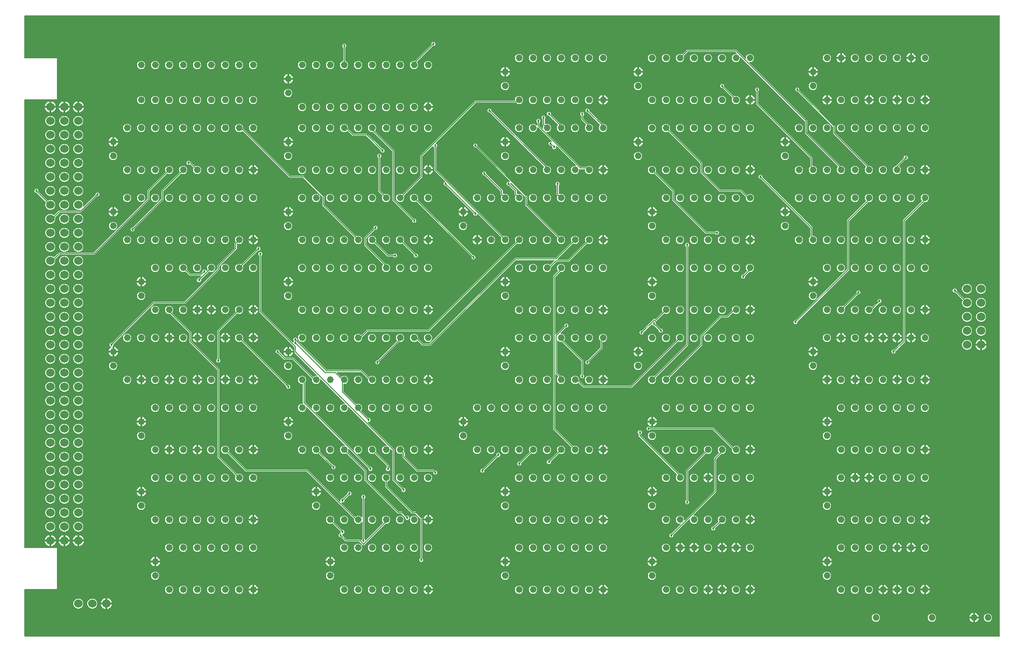
<source format=gbr>
G04 EAGLE Gerber RS-274X export*
G75*
%MOMM*%
%FSLAX34Y34*%
%LPD*%
%INCopper Layer 15*%
%IPPOS*%
%AMOC8*
5,1,8,0,0,1.08239X$1,22.5*%
G01*
%ADD10C,1.219200*%
%ADD11C,1.524000*%
%ADD12C,0.127000*%
%ADD13C,0.457200*%

G36*
X1773248Y3814D02*
X1773248Y3814D01*
X1773267Y3812D01*
X1773369Y3834D01*
X1773471Y3850D01*
X1773488Y3860D01*
X1773508Y3864D01*
X1773597Y3917D01*
X1773688Y3966D01*
X1773702Y3980D01*
X1773719Y3990D01*
X1773786Y4069D01*
X1773858Y4144D01*
X1773866Y4162D01*
X1773879Y4177D01*
X1773918Y4273D01*
X1773961Y4367D01*
X1773963Y4387D01*
X1773971Y4405D01*
X1773989Y4572D01*
X1773989Y1130300D01*
X1773986Y1130320D01*
X1773988Y1130339D01*
X1773966Y1130441D01*
X1773950Y1130543D01*
X1773940Y1130560D01*
X1773936Y1130580D01*
X1773883Y1130669D01*
X1773834Y1130760D01*
X1773820Y1130774D01*
X1773810Y1130791D01*
X1773731Y1130858D01*
X1773656Y1130930D01*
X1773638Y1130938D01*
X1773623Y1130951D01*
X1773527Y1130990D01*
X1773433Y1131033D01*
X1773413Y1131035D01*
X1773395Y1131043D01*
X1773228Y1131061D01*
X4572Y1131061D01*
X4552Y1131058D01*
X4533Y1131060D01*
X4431Y1131038D01*
X4329Y1131022D01*
X4312Y1131012D01*
X4292Y1131008D01*
X4203Y1130955D01*
X4112Y1130906D01*
X4098Y1130892D01*
X4081Y1130882D01*
X4014Y1130803D01*
X3942Y1130728D01*
X3934Y1130710D01*
X3921Y1130695D01*
X3882Y1130599D01*
X3839Y1130505D01*
X3837Y1130485D01*
X3829Y1130467D01*
X3811Y1130300D01*
X3811Y1054100D01*
X3814Y1054080D01*
X3812Y1054061D01*
X3834Y1053959D01*
X3850Y1053857D01*
X3860Y1053840D01*
X3864Y1053820D01*
X3917Y1053731D01*
X3966Y1053640D01*
X3980Y1053626D01*
X3990Y1053609D01*
X4069Y1053542D01*
X4144Y1053471D01*
X4162Y1053462D01*
X4177Y1053449D01*
X4273Y1053410D01*
X4367Y1053367D01*
X4387Y1053365D01*
X4405Y1053357D01*
X4572Y1053339D01*
X62739Y1053339D01*
X62739Y978661D01*
X4572Y978661D01*
X4552Y978658D01*
X4533Y978660D01*
X4431Y978638D01*
X4329Y978621D01*
X4312Y978612D01*
X4292Y978608D01*
X4203Y978555D01*
X4112Y978506D01*
X4098Y978492D01*
X4081Y978482D01*
X4014Y978403D01*
X3942Y978328D01*
X3934Y978310D01*
X3921Y978295D01*
X3882Y978199D01*
X3839Y978105D01*
X3837Y978085D01*
X3829Y978067D01*
X3811Y977900D01*
X3811Y165100D01*
X3814Y165080D01*
X3812Y165061D01*
X3834Y164959D01*
X3850Y164857D01*
X3860Y164840D01*
X3864Y164820D01*
X3917Y164731D01*
X3966Y164640D01*
X3980Y164626D01*
X3990Y164609D01*
X4069Y164542D01*
X4144Y164471D01*
X4162Y164462D01*
X4177Y164449D01*
X4273Y164410D01*
X4367Y164367D01*
X4387Y164365D01*
X4405Y164357D01*
X4572Y164339D01*
X62739Y164339D01*
X62739Y89661D01*
X4572Y89661D01*
X4552Y89658D01*
X4533Y89660D01*
X4431Y89638D01*
X4329Y89622D01*
X4312Y89612D01*
X4292Y89608D01*
X4203Y89555D01*
X4112Y89506D01*
X4098Y89492D01*
X4081Y89482D01*
X4014Y89403D01*
X3942Y89328D01*
X3934Y89310D01*
X3921Y89295D01*
X3882Y89199D01*
X3839Y89105D01*
X3837Y89085D01*
X3829Y89067D01*
X3811Y88900D01*
X3811Y4572D01*
X3814Y4552D01*
X3812Y4533D01*
X3834Y4431D01*
X3850Y4329D01*
X3860Y4312D01*
X3864Y4292D01*
X3917Y4203D01*
X3966Y4112D01*
X3980Y4098D01*
X3990Y4081D01*
X4069Y4014D01*
X4144Y3942D01*
X4162Y3934D01*
X4177Y3921D01*
X4273Y3882D01*
X4367Y3839D01*
X4387Y3837D01*
X4405Y3829D01*
X4572Y3811D01*
X1773228Y3811D01*
X1773248Y3814D01*
G37*
%LPC*%
G36*
X690677Y266318D02*
X690677Y266318D01*
X688593Y268402D01*
X688593Y270421D01*
X688579Y270511D01*
X688571Y270602D01*
X688559Y270632D01*
X688554Y270664D01*
X688511Y270745D01*
X688475Y270829D01*
X688449Y270861D01*
X688438Y270881D01*
X688415Y270904D01*
X688370Y270960D01*
X671194Y288136D01*
X671194Y341795D01*
X671180Y341885D01*
X671172Y341976D01*
X671160Y342006D01*
X671155Y342038D01*
X671131Y342082D01*
X671131Y342086D01*
X671120Y342103D01*
X671112Y342119D01*
X671076Y342203D01*
X671050Y342235D01*
X671039Y342255D01*
X671016Y342278D01*
X671015Y342279D01*
X671004Y342297D01*
X670993Y342306D01*
X670971Y342334D01*
X669066Y344239D01*
X669008Y344280D01*
X668956Y344330D01*
X668909Y344352D01*
X668867Y344382D01*
X668798Y344403D01*
X668733Y344433D01*
X668681Y344439D01*
X668631Y344455D01*
X668560Y344453D01*
X668489Y344461D01*
X668438Y344450D01*
X668386Y344448D01*
X668318Y344424D01*
X668248Y344408D01*
X668203Y344382D01*
X668155Y344364D01*
X668099Y344319D01*
X668037Y344282D01*
X668003Y344243D01*
X667963Y344210D01*
X667924Y344150D01*
X667877Y344095D01*
X667858Y344047D01*
X667830Y344003D01*
X667812Y343934D01*
X667785Y343867D01*
X667777Y343796D01*
X667769Y343765D01*
X667771Y343741D01*
X667767Y343700D01*
X667767Y341435D01*
X666645Y338727D01*
X664573Y336655D01*
X661865Y335533D01*
X658935Y335533D01*
X656227Y336655D01*
X654155Y338727D01*
X653033Y341435D01*
X653033Y344365D01*
X654155Y347073D01*
X656227Y349145D01*
X658935Y350267D01*
X661200Y350267D01*
X661271Y350278D01*
X661343Y350280D01*
X661392Y350298D01*
X661443Y350306D01*
X661506Y350340D01*
X661574Y350365D01*
X661615Y350397D01*
X661660Y350422D01*
X661710Y350473D01*
X661766Y350518D01*
X661794Y350562D01*
X661830Y350600D01*
X661860Y350665D01*
X661899Y350725D01*
X661912Y350776D01*
X661933Y350823D01*
X661941Y350894D01*
X661959Y350964D01*
X661955Y351016D01*
X661961Y351067D01*
X661945Y351138D01*
X661940Y351209D01*
X661919Y351257D01*
X661908Y351308D01*
X661871Y351369D01*
X661843Y351435D01*
X661799Y351491D01*
X661782Y351519D01*
X661764Y351534D01*
X661739Y351566D01*
X592866Y420439D01*
X592808Y420480D01*
X592756Y420530D01*
X592709Y420552D01*
X592667Y420582D01*
X592598Y420603D01*
X592533Y420633D01*
X592481Y420639D01*
X592431Y420655D01*
X592360Y420653D01*
X592289Y420661D01*
X592238Y420650D01*
X592186Y420648D01*
X592118Y420624D01*
X592048Y420608D01*
X592004Y420582D01*
X591955Y420564D01*
X591899Y420519D01*
X591837Y420482D01*
X591803Y420443D01*
X591763Y420410D01*
X591724Y420350D01*
X591677Y420295D01*
X591658Y420247D01*
X591630Y420203D01*
X591612Y420134D01*
X591585Y420067D01*
X591577Y419996D01*
X591569Y419965D01*
X591571Y419941D01*
X591567Y419900D01*
X591567Y417635D01*
X590445Y414927D01*
X588373Y412855D01*
X585665Y411733D01*
X582735Y411733D01*
X580027Y412855D01*
X577955Y414927D01*
X576833Y417635D01*
X576833Y420565D01*
X577955Y423273D01*
X580027Y425345D01*
X582735Y426467D01*
X585000Y426467D01*
X585071Y426478D01*
X585143Y426480D01*
X585192Y426498D01*
X585243Y426506D01*
X585306Y426540D01*
X585374Y426565D01*
X585415Y426597D01*
X585460Y426622D01*
X585510Y426673D01*
X585566Y426718D01*
X585594Y426762D01*
X585630Y426800D01*
X585660Y426865D01*
X585699Y426925D01*
X585712Y426976D01*
X585733Y427023D01*
X585741Y427094D01*
X585759Y427164D01*
X585755Y427216D01*
X585761Y427267D01*
X585745Y427338D01*
X585740Y427409D01*
X585719Y427457D01*
X585708Y427508D01*
X585671Y427569D01*
X585643Y427635D01*
X585599Y427691D01*
X585582Y427719D01*
X585564Y427734D01*
X585539Y427766D01*
X542066Y471239D01*
X542008Y471280D01*
X541956Y471330D01*
X541909Y471352D01*
X541867Y471382D01*
X541798Y471403D01*
X541733Y471433D01*
X541681Y471439D01*
X541631Y471455D01*
X541560Y471453D01*
X541489Y471461D01*
X541438Y471450D01*
X541386Y471448D01*
X541318Y471424D01*
X541248Y471408D01*
X541204Y471382D01*
X541155Y471364D01*
X541099Y471319D01*
X541037Y471282D01*
X541003Y471243D01*
X540963Y471210D01*
X540924Y471150D01*
X540877Y471095D01*
X540858Y471047D01*
X540830Y471003D01*
X540812Y470934D01*
X540785Y470867D01*
X540777Y470796D01*
X540769Y470765D01*
X540771Y470741D01*
X540767Y470700D01*
X540767Y468435D01*
X539645Y465727D01*
X537573Y463655D01*
X534865Y462533D01*
X531935Y462533D01*
X529227Y463655D01*
X527155Y465727D01*
X526033Y468435D01*
X526033Y471081D01*
X526019Y471171D01*
X526011Y471262D01*
X525999Y471292D01*
X525994Y471324D01*
X525951Y471405D01*
X525915Y471489D01*
X525889Y471521D01*
X525878Y471541D01*
X525855Y471564D01*
X525810Y471620D01*
X491559Y505871D01*
X491485Y505924D01*
X491415Y505984D01*
X491385Y505996D01*
X491359Y506015D01*
X491272Y506042D01*
X491187Y506076D01*
X491146Y506080D01*
X491124Y506087D01*
X491092Y506086D01*
X491020Y506094D01*
X475461Y506094D01*
X464635Y516920D01*
X464561Y516973D01*
X464491Y517033D01*
X464461Y517045D01*
X464435Y517064D01*
X464348Y517091D01*
X464263Y517125D01*
X464222Y517129D01*
X464200Y517136D01*
X464168Y517135D01*
X464096Y517143D01*
X462077Y517143D01*
X459993Y519227D01*
X459993Y522173D01*
X462077Y524257D01*
X465023Y524257D01*
X467107Y522173D01*
X467107Y520154D01*
X467121Y520064D01*
X467129Y519973D01*
X467141Y519943D01*
X467146Y519911D01*
X467189Y519830D01*
X467225Y519746D01*
X467251Y519714D01*
X467262Y519694D01*
X467285Y519671D01*
X467330Y519615D01*
X476816Y510129D01*
X476890Y510076D01*
X476960Y510016D01*
X476990Y510004D01*
X477016Y509985D01*
X477103Y509958D01*
X477188Y509924D01*
X477229Y509920D01*
X477251Y509913D01*
X477283Y509914D01*
X477355Y509906D01*
X492914Y509906D01*
X527413Y475407D01*
X527429Y475396D01*
X527441Y475380D01*
X527529Y475324D01*
X527612Y475264D01*
X527631Y475258D01*
X527648Y475247D01*
X527749Y475222D01*
X527848Y475191D01*
X527867Y475192D01*
X527887Y475187D01*
X527990Y475195D01*
X528093Y475198D01*
X528112Y475205D01*
X528132Y475206D01*
X528227Y475247D01*
X528324Y475282D01*
X528340Y475295D01*
X528358Y475303D01*
X528489Y475407D01*
X529227Y476145D01*
X531935Y477267D01*
X534200Y477267D01*
X534271Y477278D01*
X534343Y477280D01*
X534392Y477298D01*
X534443Y477306D01*
X534506Y477340D01*
X534574Y477365D01*
X534614Y477397D01*
X534660Y477422D01*
X534710Y477474D01*
X534766Y477518D01*
X534794Y477562D01*
X534830Y477600D01*
X534860Y477665D01*
X534899Y477725D01*
X534912Y477776D01*
X534933Y477823D01*
X534941Y477894D01*
X534959Y477964D01*
X534955Y478016D01*
X534961Y478067D01*
X534945Y478138D01*
X534940Y478209D01*
X534919Y478257D01*
X534908Y478308D01*
X534871Y478369D01*
X534843Y478435D01*
X534799Y478491D01*
X534782Y478519D01*
X534764Y478534D01*
X534739Y478566D01*
X494734Y518571D01*
X493394Y519911D01*
X493394Y529120D01*
X493380Y529210D01*
X493372Y529301D01*
X493360Y529331D01*
X493355Y529363D01*
X493312Y529444D01*
X493276Y529528D01*
X493250Y529560D01*
X493239Y529580D01*
X493216Y529603D01*
X493171Y529659D01*
X429894Y592936D01*
X429894Y695060D01*
X429880Y695151D01*
X429872Y695241D01*
X429860Y695271D01*
X429855Y695303D01*
X429812Y695384D01*
X429776Y695468D01*
X429750Y695500D01*
X429739Y695521D01*
X429716Y695543D01*
X429671Y695599D01*
X428243Y697027D01*
X428243Y699973D01*
X430327Y702057D01*
X433273Y702057D01*
X435357Y699973D01*
X435357Y697027D01*
X433929Y695599D01*
X433876Y695525D01*
X433816Y695455D01*
X433804Y695425D01*
X433785Y695399D01*
X433758Y695312D01*
X433724Y695227D01*
X433720Y695186D01*
X433713Y695164D01*
X433714Y695132D01*
X433706Y695060D01*
X433706Y594830D01*
X433720Y594740D01*
X433728Y594649D01*
X433740Y594619D01*
X433745Y594587D01*
X433788Y594506D01*
X433824Y594422D01*
X433850Y594390D01*
X433861Y594370D01*
X433884Y594347D01*
X433929Y594291D01*
X490444Y537776D01*
X490502Y537735D01*
X490554Y537685D01*
X490601Y537663D01*
X490643Y537633D01*
X490712Y537612D01*
X490777Y537582D01*
X490829Y537576D01*
X490879Y537560D01*
X490950Y537562D01*
X491021Y537554D01*
X491072Y537565D01*
X491124Y537567D01*
X491192Y537591D01*
X491262Y537607D01*
X491307Y537633D01*
X491355Y537651D01*
X491411Y537696D01*
X491473Y537733D01*
X491507Y537772D01*
X491547Y537805D01*
X491586Y537865D01*
X491633Y537920D01*
X491645Y537950D01*
X492907Y539212D01*
X492918Y539228D01*
X492934Y539240D01*
X492964Y539287D01*
X492979Y539303D01*
X492991Y539329D01*
X493050Y539411D01*
X493056Y539430D01*
X493067Y539447D01*
X493092Y539548D01*
X493123Y539647D01*
X493122Y539666D01*
X493127Y539686D01*
X493119Y539789D01*
X493116Y539892D01*
X493109Y539911D01*
X493108Y539931D01*
X493067Y540026D01*
X493032Y540123D01*
X493019Y540139D01*
X493012Y540157D01*
X492907Y540288D01*
X491743Y541452D01*
X491743Y544398D01*
X493827Y546482D01*
X496773Y546482D01*
X498857Y544398D01*
X498857Y542379D01*
X498871Y542289D01*
X498879Y542198D01*
X498891Y542168D01*
X498896Y542136D01*
X498939Y542055D01*
X498975Y541971D01*
X499001Y541939D01*
X499012Y541919D01*
X499035Y541896D01*
X499080Y541840D01*
X553016Y487904D01*
X553090Y487851D01*
X553160Y487791D01*
X553190Y487779D01*
X553216Y487760D01*
X553303Y487733D01*
X553388Y487699D01*
X553429Y487695D01*
X553451Y487688D01*
X553483Y487689D01*
X553555Y487681D01*
X616739Y487681D01*
X629013Y475407D01*
X629029Y475396D01*
X629041Y475380D01*
X629129Y475324D01*
X629212Y475264D01*
X629231Y475258D01*
X629248Y475247D01*
X629349Y475222D01*
X629448Y475191D01*
X629467Y475192D01*
X629487Y475187D01*
X629590Y475195D01*
X629693Y475198D01*
X629712Y475205D01*
X629732Y475206D01*
X629827Y475247D01*
X629924Y475282D01*
X629940Y475295D01*
X629958Y475303D01*
X630089Y475407D01*
X630827Y476145D01*
X633535Y477267D01*
X636465Y477267D01*
X639173Y476145D01*
X641245Y474073D01*
X642367Y471365D01*
X642367Y468435D01*
X641245Y465727D01*
X639173Y463655D01*
X636465Y462533D01*
X633535Y462533D01*
X630827Y463655D01*
X628755Y465727D01*
X627633Y468435D01*
X627633Y471081D01*
X627619Y471171D01*
X627611Y471262D01*
X627599Y471292D01*
X627594Y471324D01*
X627551Y471405D01*
X627515Y471489D01*
X627489Y471521D01*
X627478Y471541D01*
X627455Y471564D01*
X627410Y471620D01*
X615384Y483646D01*
X615310Y483699D01*
X615240Y483759D01*
X615210Y483771D01*
X615184Y483790D01*
X615097Y483817D01*
X615012Y483851D01*
X614971Y483855D01*
X614949Y483862D01*
X614917Y483861D01*
X614845Y483869D01*
X571589Y483869D01*
X571518Y483858D01*
X571446Y483856D01*
X571397Y483838D01*
X571346Y483830D01*
X571283Y483796D01*
X571215Y483771D01*
X571174Y483739D01*
X571129Y483714D01*
X571079Y483663D01*
X571023Y483618D01*
X570995Y483574D01*
X570959Y483536D01*
X570929Y483471D01*
X570890Y483411D01*
X570877Y483360D01*
X570856Y483313D01*
X570848Y483242D01*
X570830Y483172D01*
X570834Y483120D01*
X570828Y483069D01*
X570844Y482998D01*
X570849Y482927D01*
X570870Y482879D01*
X570881Y482828D01*
X570918Y482767D01*
X570946Y482701D01*
X570990Y482645D01*
X571007Y482617D01*
X571025Y482602D01*
X571050Y482570D01*
X578213Y475407D01*
X578229Y475396D01*
X578241Y475380D01*
X578329Y475324D01*
X578412Y475264D01*
X578431Y475258D01*
X578448Y475247D01*
X578549Y475222D01*
X578648Y475191D01*
X578667Y475192D01*
X578687Y475187D01*
X578790Y475195D01*
X578893Y475198D01*
X578912Y475205D01*
X578932Y475206D01*
X579027Y475247D01*
X579124Y475282D01*
X579140Y475295D01*
X579158Y475303D01*
X579289Y475407D01*
X580027Y476145D01*
X582735Y477267D01*
X585665Y477267D01*
X588373Y476145D01*
X590445Y474073D01*
X591567Y471365D01*
X591567Y468435D01*
X590445Y465727D01*
X588373Y463655D01*
X585665Y462533D01*
X583692Y462533D01*
X583672Y462530D01*
X583653Y462532D01*
X583551Y462510D01*
X583449Y462494D01*
X583432Y462484D01*
X583412Y462480D01*
X583323Y462427D01*
X583232Y462378D01*
X583218Y462364D01*
X583201Y462354D01*
X583134Y462275D01*
X583062Y462200D01*
X583054Y462182D01*
X583041Y462167D01*
X583002Y462071D01*
X582959Y461977D01*
X582957Y461957D01*
X582949Y461939D01*
X582931Y461772D01*
X582931Y448780D01*
X582945Y448690D01*
X582953Y448599D01*
X582965Y448569D01*
X582970Y448537D01*
X583013Y448456D01*
X583049Y448372D01*
X583075Y448340D01*
X583086Y448320D01*
X583109Y448297D01*
X583154Y448241D01*
X605508Y425887D01*
X605602Y425820D01*
X605696Y425749D01*
X605703Y425747D01*
X605708Y425744D01*
X605818Y425710D01*
X605930Y425673D01*
X605937Y425673D01*
X605943Y425671D01*
X606059Y425674D01*
X606176Y425676D01*
X606184Y425678D01*
X606188Y425678D01*
X606206Y425684D01*
X606337Y425722D01*
X608135Y426467D01*
X611065Y426467D01*
X613773Y425345D01*
X615845Y423273D01*
X616967Y420565D01*
X616967Y417635D01*
X615845Y414927D01*
X615107Y414189D01*
X615096Y414173D01*
X615080Y414161D01*
X615024Y414073D01*
X614964Y413990D01*
X614958Y413971D01*
X614947Y413954D01*
X614922Y413853D01*
X614891Y413754D01*
X614892Y413735D01*
X614887Y413715D01*
X614895Y413612D01*
X614898Y413509D01*
X614905Y413490D01*
X614906Y413470D01*
X614947Y413375D01*
X614982Y413278D01*
X614995Y413262D01*
X615003Y413244D01*
X615107Y413113D01*
X627565Y400655D01*
X627639Y400602D01*
X627709Y400542D01*
X627739Y400530D01*
X627765Y400511D01*
X627852Y400484D01*
X627937Y400450D01*
X627978Y400446D01*
X628000Y400439D01*
X628032Y400440D01*
X628104Y400432D01*
X630123Y400432D01*
X632207Y398348D01*
X632207Y395402D01*
X630123Y393318D01*
X627215Y393318D01*
X627144Y393307D01*
X627072Y393305D01*
X627023Y393287D01*
X626972Y393279D01*
X626909Y393245D01*
X626841Y393220D01*
X626801Y393188D01*
X626755Y393163D01*
X626705Y393111D01*
X626649Y393067D01*
X626621Y393023D01*
X626585Y392985D01*
X626555Y392920D01*
X626516Y392860D01*
X626503Y392809D01*
X626482Y392762D01*
X626474Y392691D01*
X626456Y392621D01*
X626460Y392569D01*
X626454Y392518D01*
X626470Y392447D01*
X626475Y392376D01*
X626496Y392328D01*
X626507Y392277D01*
X626544Y392216D01*
X626572Y392150D01*
X626616Y392094D01*
X626633Y392066D01*
X626651Y392051D01*
X626676Y392019D01*
X675006Y343689D01*
X675006Y290030D01*
X675008Y290014D01*
X675007Y290001D01*
X675021Y289937D01*
X675028Y289849D01*
X675040Y289819D01*
X675045Y289787D01*
X675059Y289762D01*
X675059Y289761D01*
X675061Y289757D01*
X675088Y289706D01*
X675124Y289622D01*
X675150Y289590D01*
X675161Y289570D01*
X675184Y289547D01*
X675229Y289491D01*
X691065Y273655D01*
X691139Y273602D01*
X691209Y273542D01*
X691239Y273530D01*
X691265Y273511D01*
X691352Y273484D01*
X691437Y273450D01*
X691478Y273446D01*
X691500Y273439D01*
X691532Y273440D01*
X691604Y273432D01*
X693623Y273432D01*
X695707Y271348D01*
X695707Y268402D01*
X693623Y266318D01*
X690677Y266318D01*
G37*
%LPD*%
%LPC*%
G36*
X874835Y716533D02*
X874835Y716533D01*
X872127Y717655D01*
X870055Y719727D01*
X868933Y722435D01*
X868933Y725365D01*
X869678Y727163D01*
X869704Y727276D01*
X869733Y727390D01*
X869732Y727396D01*
X869734Y727402D01*
X869723Y727519D01*
X869714Y727635D01*
X869711Y727641D01*
X869711Y727647D01*
X869663Y727754D01*
X869618Y727861D01*
X869613Y727867D01*
X869611Y727872D01*
X869598Y727885D01*
X869513Y727992D01*
X827181Y770324D01*
X827123Y770365D01*
X827071Y770415D01*
X827024Y770437D01*
X826982Y770467D01*
X826913Y770488D01*
X826848Y770518D01*
X826796Y770524D01*
X826746Y770540D01*
X826675Y770538D01*
X826604Y770546D01*
X826553Y770535D01*
X826501Y770533D01*
X826433Y770509D01*
X826363Y770493D01*
X826319Y770467D01*
X826270Y770449D01*
X826214Y770404D01*
X826152Y770367D01*
X826118Y770328D01*
X826078Y770295D01*
X826039Y770235D01*
X825992Y770180D01*
X825980Y770150D01*
X823798Y767968D01*
X820852Y767968D01*
X818768Y770052D01*
X818768Y772071D01*
X818754Y772161D01*
X818746Y772252D01*
X818734Y772282D01*
X818729Y772314D01*
X818686Y772395D01*
X818650Y772479D01*
X818624Y772511D01*
X818613Y772531D01*
X818590Y772554D01*
X818545Y772610D01*
X769435Y821720D01*
X769361Y821773D01*
X769291Y821833D01*
X769261Y821845D01*
X769235Y821864D01*
X769148Y821891D01*
X769063Y821925D01*
X769022Y821929D01*
X769000Y821936D01*
X768968Y821935D01*
X768896Y821943D01*
X766877Y821943D01*
X764793Y824027D01*
X764793Y826973D01*
X766969Y829149D01*
X766984Y829155D01*
X767024Y829187D01*
X767070Y829212D01*
X767120Y829264D01*
X767176Y829308D01*
X767204Y829352D01*
X767240Y829390D01*
X767270Y829455D01*
X767309Y829515D01*
X767322Y829566D01*
X767343Y829613D01*
X767351Y829684D01*
X767369Y829754D01*
X767365Y829806D01*
X767371Y829857D01*
X767355Y829928D01*
X767350Y829999D01*
X767329Y830047D01*
X767318Y830098D01*
X767281Y830159D01*
X767253Y830225D01*
X767209Y830281D01*
X767192Y830309D01*
X767174Y830324D01*
X767149Y830356D01*
X748734Y848771D01*
X747394Y850111D01*
X747394Y891910D01*
X747380Y892001D01*
X747372Y892091D01*
X747360Y892121D01*
X747355Y892153D01*
X747312Y892234D01*
X747276Y892318D01*
X747250Y892350D01*
X747239Y892371D01*
X747216Y892393D01*
X747171Y892449D01*
X745651Y893969D01*
X745645Y893984D01*
X745613Y894024D01*
X745588Y894070D01*
X745536Y894120D01*
X745492Y894176D01*
X745448Y894204D01*
X745410Y894240D01*
X745345Y894270D01*
X745285Y894309D01*
X745234Y894322D01*
X745187Y894343D01*
X745116Y894351D01*
X745046Y894369D01*
X744994Y894365D01*
X744943Y894371D01*
X744872Y894355D01*
X744801Y894350D01*
X744753Y894329D01*
X744702Y894318D01*
X744641Y894281D01*
X744575Y894253D01*
X744519Y894209D01*
X744491Y894192D01*
X744476Y894174D01*
X744444Y894149D01*
X726029Y875734D01*
X725976Y875660D01*
X725916Y875590D01*
X725904Y875560D01*
X725885Y875534D01*
X725858Y875447D01*
X725824Y875362D01*
X725820Y875321D01*
X725813Y875299D01*
X725814Y875267D01*
X725806Y875195D01*
X725806Y837411D01*
X724466Y836071D01*
X692587Y804192D01*
X692520Y804098D01*
X692449Y804004D01*
X692447Y803997D01*
X692444Y803992D01*
X692410Y803882D01*
X692373Y803770D01*
X692373Y803763D01*
X692371Y803757D01*
X692374Y803641D01*
X692376Y803524D01*
X692378Y803516D01*
X692378Y803512D01*
X692384Y803494D01*
X692422Y803363D01*
X693167Y801565D01*
X693167Y798635D01*
X692045Y795927D01*
X689973Y793855D01*
X687265Y792733D01*
X684335Y792733D01*
X681627Y793855D01*
X679555Y795927D01*
X678433Y798635D01*
X678433Y801565D01*
X679555Y804273D01*
X681627Y806345D01*
X684335Y807467D01*
X687265Y807467D01*
X689063Y806722D01*
X689176Y806696D01*
X689290Y806667D01*
X689296Y806668D01*
X689302Y806666D01*
X689419Y806677D01*
X689535Y806686D01*
X689541Y806689D01*
X689547Y806689D01*
X689654Y806737D01*
X689761Y806782D01*
X689767Y806787D01*
X689772Y806789D01*
X689785Y806802D01*
X689892Y806887D01*
X721771Y838766D01*
X721824Y838840D01*
X721884Y838910D01*
X721896Y838940D01*
X721915Y838966D01*
X721942Y839053D01*
X721976Y839138D01*
X721980Y839179D01*
X721987Y839201D01*
X721986Y839233D01*
X721994Y839305D01*
X721994Y877089D01*
X821536Y976631D01*
X893572Y976631D01*
X893592Y976634D01*
X893611Y976632D01*
X893713Y976654D01*
X893815Y976670D01*
X893832Y976680D01*
X893852Y976684D01*
X893941Y976737D01*
X894032Y976786D01*
X894046Y976800D01*
X894063Y976810D01*
X894130Y976889D01*
X894202Y976964D01*
X894210Y976982D01*
X894223Y976997D01*
X894262Y977093D01*
X894305Y977187D01*
X894307Y977207D01*
X894315Y977225D01*
X894333Y977392D01*
X894333Y979365D01*
X895455Y982073D01*
X897527Y984145D01*
X900235Y985267D01*
X903165Y985267D01*
X905873Y984145D01*
X907945Y982073D01*
X909067Y979365D01*
X909067Y976435D01*
X907945Y973727D01*
X905873Y971655D01*
X903165Y970533D01*
X900235Y970533D01*
X897527Y971655D01*
X896586Y972596D01*
X896512Y972649D01*
X896442Y972709D01*
X896412Y972721D01*
X896386Y972740D01*
X896299Y972767D01*
X896214Y972801D01*
X896173Y972805D01*
X896151Y972812D01*
X896119Y972811D01*
X896047Y972819D01*
X823430Y972819D01*
X823340Y972805D01*
X823249Y972797D01*
X823219Y972785D01*
X823187Y972780D01*
X823106Y972737D01*
X823022Y972701D01*
X822990Y972675D01*
X822970Y972664D01*
X822947Y972641D01*
X822891Y972596D01*
X750501Y900206D01*
X750460Y900148D01*
X750410Y900096D01*
X750388Y900049D01*
X750358Y900007D01*
X750337Y899938D01*
X750307Y899873D01*
X750301Y899821D01*
X750285Y899771D01*
X750287Y899700D01*
X750279Y899629D01*
X750290Y899578D01*
X750292Y899526D01*
X750316Y899458D01*
X750332Y899388D01*
X750358Y899343D01*
X750376Y899295D01*
X750421Y899239D01*
X750458Y899177D01*
X750497Y899143D01*
X750530Y899103D01*
X750590Y899064D01*
X750645Y899017D01*
X750675Y899005D01*
X752857Y896823D01*
X752857Y893877D01*
X751429Y892449D01*
X751376Y892375D01*
X751316Y892305D01*
X751304Y892275D01*
X751285Y892249D01*
X751258Y892162D01*
X751224Y892077D01*
X751220Y892036D01*
X751213Y892014D01*
X751214Y891982D01*
X751206Y891910D01*
X751206Y852005D01*
X751220Y851915D01*
X751228Y851824D01*
X751240Y851794D01*
X751245Y851762D01*
X751288Y851681D01*
X751324Y851597D01*
X751350Y851565D01*
X751361Y851545D01*
X751384Y851522D01*
X751429Y851466D01*
X872208Y730687D01*
X872302Y730620D01*
X872396Y730549D01*
X872403Y730547D01*
X872408Y730544D01*
X872518Y730510D01*
X872630Y730473D01*
X872637Y730473D01*
X872643Y730471D01*
X872759Y730474D01*
X872876Y730476D01*
X872883Y730478D01*
X872889Y730478D01*
X872906Y730484D01*
X873037Y730522D01*
X874835Y731267D01*
X877765Y731267D01*
X880473Y730145D01*
X882545Y728073D01*
X883667Y725365D01*
X883667Y722435D01*
X882545Y719727D01*
X880473Y717655D01*
X877765Y716533D01*
X874835Y716533D01*
G37*
%LPD*%
%LPC*%
G36*
X618336Y169544D02*
X618336Y169544D01*
X612209Y175671D01*
X612135Y175724D01*
X612065Y175784D01*
X612035Y175796D01*
X612009Y175815D01*
X611922Y175842D01*
X611837Y175876D01*
X611796Y175880D01*
X611774Y175887D01*
X611742Y175886D01*
X611670Y175894D01*
X586586Y175894D01*
X578935Y183545D01*
X578861Y183598D01*
X578791Y183658D01*
X578761Y183670D01*
X578735Y183689D01*
X578648Y183716D01*
X578563Y183750D01*
X578522Y183754D01*
X578500Y183761D01*
X578468Y183760D01*
X578396Y183768D01*
X576377Y183768D01*
X574293Y185852D01*
X574293Y188798D01*
X576377Y190882D01*
X576950Y190882D01*
X577021Y190893D01*
X577093Y190895D01*
X577142Y190913D01*
X577193Y190921D01*
X577257Y190955D01*
X577324Y190980D01*
X577365Y191012D01*
X577411Y191037D01*
X577460Y191088D01*
X577516Y191133D01*
X577544Y191177D01*
X577580Y191215D01*
X577610Y191280D01*
X577649Y191340D01*
X577662Y191391D01*
X577684Y191438D01*
X577692Y191509D01*
X577709Y191579D01*
X577705Y191631D01*
X577711Y191682D01*
X577695Y191753D01*
X577690Y191824D01*
X577670Y191872D01*
X577658Y191923D01*
X577622Y191984D01*
X577594Y192050D01*
X577549Y192106D01*
X577532Y192134D01*
X577514Y192149D01*
X577489Y192181D01*
X577468Y192202D01*
X577468Y194221D01*
X577454Y194311D01*
X577446Y194402D01*
X577434Y194432D01*
X577429Y194464D01*
X577386Y194545D01*
X577350Y194629D01*
X577324Y194661D01*
X577313Y194681D01*
X577290Y194704D01*
X577245Y194760D01*
X562892Y209113D01*
X562798Y209180D01*
X562704Y209251D01*
X562697Y209253D01*
X562692Y209256D01*
X562582Y209290D01*
X562470Y209327D01*
X562463Y209327D01*
X562457Y209329D01*
X562341Y209326D01*
X562224Y209324D01*
X562217Y209322D01*
X562211Y209322D01*
X562194Y209316D01*
X562063Y209278D01*
X560265Y208533D01*
X557335Y208533D01*
X554627Y209655D01*
X552555Y211727D01*
X551433Y214435D01*
X551433Y217365D01*
X552555Y220073D01*
X554627Y222145D01*
X557335Y223267D01*
X560265Y223267D01*
X562973Y222145D01*
X565045Y220073D01*
X566167Y217365D01*
X566167Y214435D01*
X565422Y212637D01*
X565414Y212603D01*
X565412Y212598D01*
X565411Y212589D01*
X565396Y212524D01*
X565367Y212410D01*
X565368Y212404D01*
X565366Y212398D01*
X565377Y212281D01*
X565386Y212165D01*
X565389Y212159D01*
X565389Y212153D01*
X565437Y212046D01*
X565482Y211939D01*
X565487Y211933D01*
X565489Y211928D01*
X565502Y211915D01*
X565587Y211808D01*
X579940Y197455D01*
X580014Y197402D01*
X580084Y197342D01*
X580114Y197330D01*
X580140Y197311D01*
X580227Y197284D01*
X580312Y197250D01*
X580353Y197246D01*
X580375Y197239D01*
X580407Y197240D01*
X580479Y197232D01*
X582498Y197232D01*
X584582Y195148D01*
X584582Y192202D01*
X582498Y190118D01*
X581925Y190118D01*
X581854Y190107D01*
X581782Y190105D01*
X581733Y190087D01*
X581682Y190079D01*
X581618Y190045D01*
X581551Y190020D01*
X581510Y189988D01*
X581464Y189963D01*
X581415Y189912D01*
X581359Y189867D01*
X581331Y189823D01*
X581295Y189785D01*
X581265Y189720D01*
X581226Y189660D01*
X581213Y189609D01*
X581191Y189562D01*
X581183Y189491D01*
X581166Y189421D01*
X581170Y189369D01*
X581164Y189318D01*
X581180Y189247D01*
X581185Y189176D01*
X581205Y189128D01*
X581217Y189077D01*
X581253Y189016D01*
X581281Y188950D01*
X581326Y188894D01*
X581343Y188866D01*
X581361Y188851D01*
X581386Y188819D01*
X581407Y188798D01*
X581407Y186779D01*
X581421Y186689D01*
X581429Y186598D01*
X581441Y186568D01*
X581446Y186536D01*
X581489Y186455D01*
X581525Y186371D01*
X581551Y186339D01*
X581562Y186319D01*
X581585Y186296D01*
X581630Y186240D01*
X587941Y179929D01*
X588015Y179876D01*
X588085Y179816D01*
X588115Y179804D01*
X588141Y179785D01*
X588228Y179758D01*
X588313Y179724D01*
X588354Y179720D01*
X588376Y179713D01*
X588408Y179714D01*
X588480Y179706D01*
X613564Y179706D01*
X614269Y179001D01*
X614327Y178960D01*
X614379Y178910D01*
X614426Y178888D01*
X614468Y178858D01*
X614537Y178837D01*
X614602Y178807D01*
X614654Y178801D01*
X614704Y178785D01*
X614775Y178787D01*
X614846Y178779D01*
X614897Y178790D01*
X614949Y178792D01*
X615017Y178816D01*
X615087Y178832D01*
X615132Y178858D01*
X615180Y178876D01*
X615236Y178921D01*
X615298Y178958D01*
X615332Y178997D01*
X615372Y179030D01*
X615411Y179090D01*
X615458Y179145D01*
X615470Y179175D01*
X616996Y180701D01*
X617049Y180775D01*
X617109Y180845D01*
X617121Y180875D01*
X617140Y180901D01*
X617167Y180988D01*
X617201Y181073D01*
X617205Y181114D01*
X617212Y181136D01*
X617211Y181168D01*
X617219Y181240D01*
X617219Y211263D01*
X617208Y211334D01*
X617206Y211406D01*
X617188Y211455D01*
X617180Y211506D01*
X617146Y211569D01*
X617121Y211637D01*
X617089Y211677D01*
X617064Y211723D01*
X617012Y211773D01*
X616968Y211829D01*
X616924Y211857D01*
X616886Y211893D01*
X616821Y211923D01*
X616761Y211962D01*
X616710Y211975D01*
X616663Y211996D01*
X616592Y212004D01*
X616522Y212022D01*
X616470Y212018D01*
X616419Y212024D01*
X616348Y212008D01*
X616277Y212003D01*
X616229Y211982D01*
X616178Y211971D01*
X616117Y211934D01*
X616051Y211906D01*
X615995Y211862D01*
X615967Y211845D01*
X615952Y211827D01*
X615920Y211802D01*
X613773Y209655D01*
X611065Y208533D01*
X608135Y208533D01*
X605427Y209655D01*
X603355Y211727D01*
X602233Y214435D01*
X602233Y217081D01*
X602219Y217171D01*
X602211Y217262D01*
X602199Y217292D01*
X602194Y217324D01*
X602151Y217405D01*
X602115Y217489D01*
X602089Y217521D01*
X602078Y217541D01*
X602055Y217564D01*
X602010Y217620D01*
X516959Y302671D01*
X516885Y302724D01*
X516815Y302784D01*
X516785Y302796D01*
X516759Y302815D01*
X516672Y302842D01*
X516587Y302876D01*
X516546Y302880D01*
X516524Y302887D01*
X516492Y302886D01*
X516420Y302894D01*
X405611Y302894D01*
X372392Y336113D01*
X372298Y336180D01*
X372204Y336251D01*
X372197Y336253D01*
X372192Y336256D01*
X372082Y336290D01*
X371970Y336327D01*
X371963Y336327D01*
X371957Y336329D01*
X371841Y336326D01*
X371724Y336324D01*
X371716Y336322D01*
X371712Y336322D01*
X371694Y336316D01*
X371563Y336278D01*
X369765Y335533D01*
X366835Y335533D01*
X364127Y336655D01*
X362055Y338727D01*
X360933Y341435D01*
X360933Y344365D01*
X362055Y347073D01*
X364127Y349145D01*
X366835Y350267D01*
X369765Y350267D01*
X372473Y349145D01*
X374545Y347073D01*
X375667Y344365D01*
X375667Y341435D01*
X374922Y339637D01*
X374896Y339524D01*
X374867Y339410D01*
X374868Y339404D01*
X374866Y339398D01*
X374877Y339281D01*
X374886Y339165D01*
X374889Y339159D01*
X374889Y339153D01*
X374937Y339046D01*
X374982Y338939D01*
X374987Y338933D01*
X374989Y338928D01*
X375002Y338915D01*
X375087Y338808D01*
X406966Y306929D01*
X407040Y306876D01*
X407110Y306816D01*
X407140Y306804D01*
X407166Y306785D01*
X407253Y306758D01*
X407338Y306724D01*
X407379Y306720D01*
X407401Y306713D01*
X407433Y306714D01*
X407505Y306706D01*
X518314Y306706D01*
X576169Y248851D01*
X576227Y248810D01*
X576279Y248760D01*
X576326Y248738D01*
X576368Y248708D01*
X576437Y248687D01*
X576502Y248657D01*
X576554Y248651D01*
X576604Y248635D01*
X576675Y248637D01*
X576746Y248629D01*
X576797Y248640D01*
X576849Y248642D01*
X576917Y248666D01*
X576987Y248682D01*
X577032Y248708D01*
X577080Y248726D01*
X577136Y248771D01*
X577198Y248808D01*
X577232Y248847D01*
X577272Y248880D01*
X577311Y248940D01*
X577358Y248995D01*
X577377Y249043D01*
X577405Y249087D01*
X577423Y249156D01*
X577450Y249223D01*
X577458Y249294D01*
X577466Y249325D01*
X577464Y249349D01*
X577468Y249390D01*
X577468Y252298D01*
X579552Y254382D01*
X581571Y254382D01*
X581661Y254396D01*
X581752Y254404D01*
X581782Y254416D01*
X581814Y254421D01*
X581895Y254464D01*
X581979Y254500D01*
X582011Y254526D01*
X582031Y254537D01*
X582054Y254560D01*
X582110Y254605D01*
X589945Y262440D01*
X589998Y262514D01*
X590058Y262584D01*
X590070Y262614D01*
X590089Y262640D01*
X590116Y262727D01*
X590150Y262812D01*
X590154Y262853D01*
X590161Y262875D01*
X590160Y262907D01*
X590168Y262979D01*
X590168Y264998D01*
X592252Y267082D01*
X595198Y267082D01*
X597282Y264998D01*
X597282Y262052D01*
X595198Y259968D01*
X593179Y259968D01*
X593089Y259954D01*
X592998Y259946D01*
X592968Y259934D01*
X592936Y259929D01*
X592855Y259886D01*
X592771Y259850D01*
X592739Y259824D01*
X592719Y259813D01*
X592696Y259790D01*
X592640Y259745D01*
X584805Y251910D01*
X584752Y251836D01*
X584692Y251766D01*
X584680Y251736D01*
X584661Y251710D01*
X584634Y251623D01*
X584600Y251538D01*
X584596Y251497D01*
X584589Y251475D01*
X584590Y251443D01*
X584582Y251371D01*
X584582Y249352D01*
X582498Y247268D01*
X579590Y247268D01*
X579519Y247257D01*
X579447Y247255D01*
X579398Y247237D01*
X579347Y247229D01*
X579284Y247195D01*
X579216Y247170D01*
X579175Y247138D01*
X579130Y247113D01*
X579080Y247062D01*
X579024Y247017D01*
X578996Y246973D01*
X578960Y246935D01*
X578930Y246870D01*
X578891Y246810D01*
X578878Y246759D01*
X578857Y246712D01*
X578849Y246641D01*
X578831Y246571D01*
X578835Y246519D01*
X578829Y246468D01*
X578845Y246397D01*
X578850Y246326D01*
X578871Y246278D01*
X578882Y246227D01*
X578919Y246166D01*
X578947Y246100D01*
X578991Y246044D01*
X579008Y246016D01*
X579026Y246001D01*
X579051Y245969D01*
X603613Y221407D01*
X603629Y221396D01*
X603641Y221380D01*
X603729Y221324D01*
X603812Y221264D01*
X603831Y221258D01*
X603848Y221247D01*
X603949Y221222D01*
X604048Y221191D01*
X604067Y221192D01*
X604087Y221187D01*
X604190Y221195D01*
X604293Y221198D01*
X604312Y221205D01*
X604332Y221206D01*
X604427Y221247D01*
X604524Y221282D01*
X604540Y221295D01*
X604558Y221303D01*
X604689Y221407D01*
X605427Y222145D01*
X608135Y223267D01*
X611065Y223267D01*
X613773Y222145D01*
X615920Y219998D01*
X615978Y219957D01*
X616030Y219907D01*
X616077Y219885D01*
X616119Y219855D01*
X616188Y219834D01*
X616253Y219804D01*
X616305Y219798D01*
X616355Y219782D01*
X616426Y219784D01*
X616497Y219776D01*
X616548Y219788D01*
X616600Y219789D01*
X616668Y219813D01*
X616738Y219829D01*
X616783Y219855D01*
X616831Y219873D01*
X616887Y219918D01*
X616949Y219955D01*
X616983Y219994D01*
X617023Y220027D01*
X617062Y220087D01*
X617109Y220142D01*
X617128Y220190D01*
X617156Y220234D01*
X617174Y220303D01*
X617201Y220370D01*
X617209Y220441D01*
X617217Y220472D01*
X617215Y220496D01*
X617219Y220537D01*
X617219Y253735D01*
X617205Y253826D01*
X617197Y253916D01*
X617185Y253946D01*
X617180Y253978D01*
X617137Y254059D01*
X617101Y254143D01*
X617075Y254175D01*
X617064Y254196D01*
X617041Y254218D01*
X616996Y254274D01*
X615568Y255702D01*
X615568Y258648D01*
X617652Y260732D01*
X620598Y260732D01*
X622682Y258648D01*
X622682Y255702D01*
X621254Y254274D01*
X621201Y254200D01*
X621141Y254130D01*
X621129Y254100D01*
X621110Y254074D01*
X621083Y253987D01*
X621049Y253902D01*
X621045Y253861D01*
X621038Y253839D01*
X621039Y253807D01*
X621031Y253735D01*
X621031Y181240D01*
X621045Y181149D01*
X621053Y181059D01*
X621065Y181029D01*
X621070Y180997D01*
X621113Y180916D01*
X621149Y180832D01*
X621175Y180800D01*
X621186Y180779D01*
X621209Y180757D01*
X621254Y180701D01*
X622774Y179181D01*
X622780Y179166D01*
X622812Y179125D01*
X622837Y179080D01*
X622888Y179030D01*
X622933Y178974D01*
X622977Y178946D01*
X623015Y178910D01*
X623080Y178880D01*
X623140Y178841D01*
X623191Y178828D01*
X623238Y178807D01*
X623309Y178799D01*
X623379Y178781D01*
X623431Y178785D01*
X623482Y178779D01*
X623553Y178795D01*
X623624Y178800D01*
X623672Y178821D01*
X623723Y178832D01*
X623784Y178869D01*
X623850Y178897D01*
X623906Y178941D01*
X623934Y178958D01*
X623949Y178976D01*
X623981Y179001D01*
X654893Y209913D01*
X654904Y209929D01*
X654920Y209941D01*
X654976Y210029D01*
X655036Y210112D01*
X655042Y210131D01*
X655053Y210148D01*
X655078Y210249D01*
X655109Y210348D01*
X655108Y210367D01*
X655113Y210387D01*
X655105Y210490D01*
X655102Y210593D01*
X655095Y210612D01*
X655094Y210632D01*
X655053Y210727D01*
X655018Y210824D01*
X655005Y210840D01*
X654997Y210858D01*
X654893Y210989D01*
X654155Y211727D01*
X653033Y214435D01*
X653033Y217365D01*
X654155Y220073D01*
X656227Y222145D01*
X658935Y223267D01*
X661865Y223267D01*
X664573Y222145D01*
X666645Y220073D01*
X667767Y217365D01*
X667767Y214435D01*
X666645Y211727D01*
X664573Y209655D01*
X661865Y208533D01*
X659219Y208533D01*
X659129Y208519D01*
X659038Y208511D01*
X659008Y208499D01*
X658976Y208494D01*
X658895Y208451D01*
X658811Y208415D01*
X658779Y208389D01*
X658759Y208378D01*
X658736Y208355D01*
X658680Y208310D01*
X619914Y169544D01*
X618336Y169544D01*
G37*
%LPD*%
%LPC*%
G36*
X1001835Y335533D02*
X1001835Y335533D01*
X999127Y336655D01*
X997055Y338727D01*
X995933Y341435D01*
X995933Y344365D01*
X996678Y346163D01*
X996704Y346276D01*
X996733Y346390D01*
X996732Y346396D01*
X996734Y346402D01*
X996723Y346519D01*
X996714Y346635D01*
X996711Y346641D01*
X996711Y346647D01*
X996663Y346754D01*
X996618Y346861D01*
X996613Y346867D01*
X996611Y346872D01*
X996598Y346885D01*
X996513Y346992D01*
X964634Y378871D01*
X963294Y380211D01*
X963294Y658014D01*
X972393Y667113D01*
X972404Y667129D01*
X972420Y667141D01*
X972451Y667190D01*
X972454Y667193D01*
X972456Y667197D01*
X972476Y667228D01*
X972536Y667312D01*
X972542Y667331D01*
X972553Y667348D01*
X972578Y667449D01*
X972609Y667548D01*
X972608Y667567D01*
X972613Y667587D01*
X972605Y667690D01*
X972602Y667793D01*
X972595Y667812D01*
X972594Y667832D01*
X972553Y667927D01*
X972518Y668024D01*
X972505Y668040D01*
X972497Y668058D01*
X972393Y668189D01*
X971655Y668927D01*
X970533Y671635D01*
X970533Y674565D01*
X971655Y677273D01*
X973727Y679345D01*
X976435Y680467D01*
X979365Y680467D01*
X982073Y679345D01*
X984145Y677273D01*
X985267Y674565D01*
X985267Y671635D01*
X984145Y668927D01*
X982073Y666855D01*
X979365Y665733D01*
X976719Y665733D01*
X976629Y665719D01*
X976538Y665711D01*
X976508Y665699D01*
X976476Y665694D01*
X976395Y665651D01*
X976311Y665615D01*
X976279Y665589D01*
X976259Y665578D01*
X976236Y665555D01*
X976180Y665510D01*
X967329Y656659D01*
X967276Y656585D01*
X967216Y656515D01*
X967204Y656485D01*
X967185Y656459D01*
X967158Y656372D01*
X967124Y656287D01*
X967120Y656246D01*
X967113Y656224D01*
X967114Y656192D01*
X967106Y656120D01*
X967106Y552539D01*
X967117Y552468D01*
X967119Y552396D01*
X967137Y552347D01*
X967145Y552296D01*
X967179Y552233D01*
X967204Y552165D01*
X967236Y552125D01*
X967261Y552079D01*
X967313Y552029D01*
X967357Y551973D01*
X967401Y551945D01*
X967439Y551909D01*
X967504Y551879D01*
X967564Y551840D01*
X967615Y551827D01*
X967662Y551806D01*
X967733Y551798D01*
X967803Y551780D01*
X967855Y551784D01*
X967906Y551778D01*
X967977Y551794D01*
X968048Y551799D01*
X968096Y551820D01*
X968147Y551831D01*
X968208Y551868D01*
X968274Y551896D01*
X968330Y551940D01*
X968358Y551957D01*
X968373Y551975D01*
X968405Y552000D01*
X983645Y567240D01*
X983698Y567314D01*
X983758Y567384D01*
X983770Y567414D01*
X983789Y567440D01*
X983816Y567527D01*
X983850Y567612D01*
X983854Y567653D01*
X983861Y567675D01*
X983860Y567707D01*
X983868Y567779D01*
X983868Y569798D01*
X985952Y571882D01*
X988898Y571882D01*
X990982Y569798D01*
X990982Y566852D01*
X988898Y564768D01*
X986879Y564768D01*
X986789Y564754D01*
X986698Y564746D01*
X986668Y564734D01*
X986636Y564729D01*
X986555Y564686D01*
X986471Y564650D01*
X986439Y564624D01*
X986419Y564613D01*
X986396Y564590D01*
X986340Y564545D01*
X976561Y554766D01*
X976520Y554708D01*
X976470Y554656D01*
X976448Y554609D01*
X976418Y554567D01*
X976397Y554498D01*
X976367Y554433D01*
X976361Y554381D01*
X976345Y554331D01*
X976347Y554260D01*
X976339Y554189D01*
X976350Y554138D01*
X976352Y554086D01*
X976376Y554018D01*
X976392Y553948D01*
X976418Y553903D01*
X976436Y553855D01*
X976481Y553799D01*
X976518Y553737D01*
X976557Y553703D01*
X976590Y553663D01*
X976650Y553624D01*
X976705Y553577D01*
X976753Y553558D01*
X976797Y553530D01*
X976866Y553512D01*
X976933Y553485D01*
X977004Y553477D01*
X977035Y553469D01*
X977059Y553471D01*
X977100Y553467D01*
X979365Y553467D01*
X982073Y552345D01*
X984145Y550273D01*
X985267Y547565D01*
X985267Y544635D01*
X984145Y541927D01*
X983407Y541189D01*
X983396Y541173D01*
X983380Y541161D01*
X983324Y541073D01*
X983264Y540990D01*
X983258Y540971D01*
X983247Y540954D01*
X983222Y540853D01*
X983191Y540754D01*
X983192Y540735D01*
X983187Y540715D01*
X983195Y540612D01*
X983198Y540509D01*
X983205Y540490D01*
X983206Y540470D01*
X983247Y540375D01*
X983282Y540278D01*
X983295Y540262D01*
X983303Y540244D01*
X983407Y540113D01*
X1017906Y505614D01*
X1017906Y479690D01*
X1017920Y479599D01*
X1017928Y479509D01*
X1017940Y479479D01*
X1017945Y479447D01*
X1017988Y479366D01*
X1018024Y479282D01*
X1018050Y479250D01*
X1018061Y479229D01*
X1018084Y479207D01*
X1018129Y479151D01*
X1019557Y477723D01*
X1019557Y474777D01*
X1017473Y472693D01*
X1014527Y472693D01*
X1012443Y474777D01*
X1012443Y477723D01*
X1013871Y479151D01*
X1013924Y479225D01*
X1013984Y479295D01*
X1013996Y479325D01*
X1014015Y479351D01*
X1014042Y479438D01*
X1014076Y479523D01*
X1014080Y479564D01*
X1014087Y479586D01*
X1014086Y479618D01*
X1014094Y479690D01*
X1014094Y503720D01*
X1014080Y503810D01*
X1014072Y503901D01*
X1014060Y503931D01*
X1014055Y503963D01*
X1014012Y504044D01*
X1013976Y504128D01*
X1013950Y504160D01*
X1013939Y504180D01*
X1013916Y504203D01*
X1013871Y504259D01*
X979620Y538510D01*
X979546Y538563D01*
X979476Y538623D01*
X979446Y538635D01*
X979420Y538654D01*
X979333Y538681D01*
X979248Y538715D01*
X979207Y538719D01*
X979185Y538726D01*
X979153Y538725D01*
X979081Y538733D01*
X976435Y538733D01*
X973727Y539855D01*
X971580Y542002D01*
X971522Y542043D01*
X971470Y542093D01*
X971423Y542115D01*
X971381Y542145D01*
X971312Y542166D01*
X971247Y542196D01*
X971195Y542202D01*
X971145Y542218D01*
X971074Y542216D01*
X971003Y542224D01*
X970952Y542212D01*
X970900Y542211D01*
X970832Y542187D01*
X970762Y542171D01*
X970717Y542145D01*
X970669Y542127D01*
X970613Y542082D01*
X970551Y542045D01*
X970517Y542006D01*
X970477Y541973D01*
X970438Y541913D01*
X970391Y541858D01*
X970372Y541810D01*
X970344Y541766D01*
X970326Y541697D01*
X970299Y541630D01*
X970291Y541559D01*
X970283Y541528D01*
X970285Y541504D01*
X970281Y541463D01*
X970281Y483705D01*
X970295Y483615D01*
X970303Y483524D01*
X970315Y483494D01*
X970320Y483462D01*
X970363Y483381D01*
X970399Y483297D01*
X970425Y483265D01*
X970436Y483245D01*
X970459Y483222D01*
X970504Y483166D01*
X976180Y477490D01*
X976254Y477437D01*
X976324Y477377D01*
X976354Y477365D01*
X976380Y477346D01*
X976467Y477319D01*
X976552Y477285D01*
X976593Y477281D01*
X976615Y477274D01*
X976647Y477275D01*
X976719Y477267D01*
X979365Y477267D01*
X982073Y476145D01*
X984145Y474073D01*
X985267Y471365D01*
X985267Y468435D01*
X984145Y465727D01*
X982073Y463655D01*
X979365Y462533D01*
X976435Y462533D01*
X973727Y463655D01*
X971655Y465727D01*
X970533Y468435D01*
X970533Y471365D01*
X971655Y474073D01*
X972393Y474811D01*
X972404Y474827D01*
X972420Y474839D01*
X972476Y474927D01*
X972536Y475010D01*
X972542Y475029D01*
X972553Y475046D01*
X972578Y475147D01*
X972609Y475246D01*
X972608Y475265D01*
X972613Y475285D01*
X972605Y475388D01*
X972602Y475491D01*
X972595Y475510D01*
X972594Y475530D01*
X972553Y475625D01*
X972518Y475722D01*
X972505Y475738D01*
X972497Y475756D01*
X972393Y475887D01*
X968405Y479875D01*
X968347Y479916D01*
X968295Y479966D01*
X968248Y479988D01*
X968206Y480018D01*
X968137Y480039D01*
X968072Y480069D01*
X968020Y480075D01*
X967970Y480091D01*
X967899Y480089D01*
X967828Y480097D01*
X967777Y480086D01*
X967725Y480084D01*
X967657Y480060D01*
X967587Y480044D01*
X967543Y480018D01*
X967494Y480000D01*
X967438Y479955D01*
X967376Y479918D01*
X967342Y479879D01*
X967302Y479846D01*
X967263Y479786D01*
X967216Y479731D01*
X967197Y479683D01*
X967169Y479639D01*
X967151Y479570D01*
X967124Y479503D01*
X967116Y479432D01*
X967108Y479401D01*
X967110Y479377D01*
X967106Y479336D01*
X967106Y382105D01*
X967120Y382015D01*
X967128Y381924D01*
X967140Y381894D01*
X967145Y381862D01*
X967188Y381781D01*
X967224Y381697D01*
X967250Y381665D01*
X967261Y381645D01*
X967284Y381622D01*
X967329Y381566D01*
X999208Y349687D01*
X999302Y349620D01*
X999396Y349549D01*
X999403Y349547D01*
X999408Y349544D01*
X999518Y349510D01*
X999630Y349473D01*
X999637Y349473D01*
X999643Y349471D01*
X999759Y349474D01*
X999876Y349476D01*
X999884Y349478D01*
X999888Y349478D01*
X999906Y349484D01*
X1000037Y349522D01*
X1001835Y350267D01*
X1004765Y350267D01*
X1007473Y349145D01*
X1009545Y347073D01*
X1010667Y344365D01*
X1010667Y341435D01*
X1009545Y338727D01*
X1007473Y336655D01*
X1004765Y335533D01*
X1001835Y335533D01*
G37*
%LPD*%
%LPC*%
G36*
X726286Y531494D02*
X726286Y531494D01*
X717187Y540593D01*
X717171Y540604D01*
X717159Y540620D01*
X717072Y540676D01*
X716988Y540736D01*
X716969Y540742D01*
X716952Y540753D01*
X716851Y540778D01*
X716752Y540809D01*
X716733Y540808D01*
X716713Y540813D01*
X716610Y540805D01*
X716507Y540802D01*
X716488Y540795D01*
X716468Y540794D01*
X716373Y540753D01*
X716276Y540718D01*
X716260Y540705D01*
X716242Y540697D01*
X716111Y540593D01*
X715373Y539855D01*
X712665Y538733D01*
X709735Y538733D01*
X707027Y539855D01*
X704955Y541927D01*
X703833Y544635D01*
X703833Y547565D01*
X704955Y550273D01*
X707027Y552345D01*
X709735Y553467D01*
X712665Y553467D01*
X715373Y552345D01*
X717445Y550273D01*
X718567Y547565D01*
X718567Y544919D01*
X718581Y544829D01*
X718589Y544738D01*
X718601Y544708D01*
X718606Y544676D01*
X718649Y544595D01*
X718685Y544511D01*
X718711Y544479D01*
X718722Y544459D01*
X718745Y544436D01*
X718790Y544380D01*
X727641Y535529D01*
X727715Y535476D01*
X727785Y535416D01*
X727815Y535404D01*
X727841Y535385D01*
X727928Y535358D01*
X728013Y535324D01*
X728054Y535320D01*
X728076Y535313D01*
X728108Y535314D01*
X728180Y535306D01*
X738670Y535306D01*
X738760Y535320D01*
X738851Y535328D01*
X738881Y535340D01*
X738913Y535345D01*
X738994Y535388D01*
X739078Y535424D01*
X739110Y535450D01*
X739130Y535461D01*
X739153Y535484D01*
X739209Y535529D01*
X894561Y690881D01*
X967270Y690881D01*
X967360Y690895D01*
X967451Y690903D01*
X967481Y690915D01*
X967513Y690920D01*
X967594Y690963D01*
X967678Y690999D01*
X967710Y691025D01*
X967730Y691036D01*
X967753Y691059D01*
X967809Y691104D01*
X996513Y719808D01*
X996580Y719902D01*
X996651Y719996D01*
X996653Y720003D01*
X996656Y720008D01*
X996690Y720118D01*
X996727Y720230D01*
X996727Y720237D01*
X996729Y720243D01*
X996726Y720359D01*
X996724Y720476D01*
X996722Y720484D01*
X996722Y720488D01*
X996716Y720506D01*
X996678Y720637D01*
X995933Y722435D01*
X995933Y725365D01*
X997055Y728073D01*
X999127Y730145D01*
X1001835Y731267D01*
X1004765Y731267D01*
X1007473Y730145D01*
X1009545Y728073D01*
X1010667Y725365D01*
X1010667Y722435D01*
X1009545Y719727D01*
X1007473Y717655D01*
X1004765Y716533D01*
X1001835Y716533D01*
X1000037Y717278D01*
X999924Y717304D01*
X999810Y717333D01*
X999804Y717332D01*
X999798Y717334D01*
X999681Y717323D01*
X999565Y717314D01*
X999559Y717311D01*
X999553Y717311D01*
X999446Y717263D01*
X999339Y717218D01*
X999333Y717213D01*
X999328Y717211D01*
X999315Y717198D01*
X999208Y717113D01*
X971100Y689005D01*
X971059Y688947D01*
X971009Y688895D01*
X970987Y688848D01*
X970957Y688806D01*
X970936Y688737D01*
X970906Y688672D01*
X970900Y688620D01*
X970884Y688570D01*
X970886Y688499D01*
X970878Y688428D01*
X970889Y688377D01*
X970891Y688325D01*
X970915Y688257D01*
X970931Y688187D01*
X970957Y688143D01*
X970975Y688094D01*
X971020Y688038D01*
X971057Y687976D01*
X971096Y687942D01*
X971129Y687902D01*
X971189Y687863D01*
X971244Y687816D01*
X971292Y687797D01*
X971336Y687769D01*
X971405Y687751D01*
X971472Y687724D01*
X971543Y687716D01*
X971574Y687708D01*
X971598Y687710D01*
X971639Y687706D01*
X989495Y687706D01*
X989585Y687720D01*
X989676Y687728D01*
X989706Y687740D01*
X989738Y687745D01*
X989819Y687788D01*
X989903Y687824D01*
X989935Y687850D01*
X989955Y687861D01*
X989978Y687884D01*
X990034Y687929D01*
X1021913Y719808D01*
X1021980Y719902D01*
X1022051Y719996D01*
X1022053Y720003D01*
X1022056Y720008D01*
X1022090Y720118D01*
X1022127Y720230D01*
X1022127Y720237D01*
X1022129Y720243D01*
X1022126Y720359D01*
X1022124Y720476D01*
X1022122Y720484D01*
X1022122Y720488D01*
X1022116Y720506D01*
X1022078Y720637D01*
X1021333Y722435D01*
X1021333Y725365D01*
X1022455Y728073D01*
X1024527Y730145D01*
X1027235Y731267D01*
X1030165Y731267D01*
X1032873Y730145D01*
X1034945Y728073D01*
X1036067Y725365D01*
X1036067Y722435D01*
X1034945Y719727D01*
X1032873Y717655D01*
X1030165Y716533D01*
X1027235Y716533D01*
X1025437Y717278D01*
X1025324Y717304D01*
X1025210Y717333D01*
X1025204Y717332D01*
X1025198Y717334D01*
X1025081Y717323D01*
X1024965Y717314D01*
X1024959Y717311D01*
X1024953Y717311D01*
X1024846Y717263D01*
X1024739Y717218D01*
X1024733Y717213D01*
X1024728Y717211D01*
X1024715Y717198D01*
X1024608Y717113D01*
X992729Y685234D01*
X991389Y683894D01*
X969480Y683894D01*
X969390Y683880D01*
X969299Y683872D01*
X969269Y683860D01*
X969237Y683855D01*
X969156Y683812D01*
X969072Y683776D01*
X969040Y683750D01*
X969020Y683739D01*
X968997Y683716D01*
X968941Y683671D01*
X960090Y674820D01*
X960037Y674746D01*
X959977Y674676D01*
X959965Y674646D01*
X959946Y674620D01*
X959919Y674533D01*
X959885Y674448D01*
X959881Y674407D01*
X959874Y674385D01*
X959875Y674353D01*
X959867Y674281D01*
X959867Y671635D01*
X958745Y668927D01*
X956673Y666855D01*
X953965Y665733D01*
X951035Y665733D01*
X948327Y666855D01*
X946255Y668927D01*
X945133Y671635D01*
X945133Y674565D01*
X946255Y677273D01*
X948327Y679345D01*
X951035Y680467D01*
X953965Y680467D01*
X956673Y679345D01*
X957411Y678607D01*
X957427Y678596D01*
X957439Y678580D01*
X957527Y678524D01*
X957610Y678464D01*
X957629Y678458D01*
X957646Y678447D01*
X957747Y678422D01*
X957846Y678391D01*
X957865Y678392D01*
X957885Y678387D01*
X957988Y678395D01*
X958091Y678398D01*
X958110Y678405D01*
X958130Y678406D01*
X958225Y678447D01*
X958322Y678482D01*
X958338Y678495D01*
X958356Y678503D01*
X958487Y678607D01*
X965650Y685770D01*
X965691Y685828D01*
X965741Y685880D01*
X965763Y685927D01*
X965793Y685969D01*
X965814Y686038D01*
X965844Y686103D01*
X965850Y686155D01*
X965866Y686205D01*
X965864Y686276D01*
X965872Y686347D01*
X965861Y686398D01*
X965859Y686450D01*
X965835Y686518D01*
X965819Y686588D01*
X965793Y686632D01*
X965775Y686681D01*
X965730Y686737D01*
X965693Y686799D01*
X965654Y686833D01*
X965621Y686873D01*
X965561Y686912D01*
X965506Y686959D01*
X965458Y686978D01*
X965414Y687006D01*
X965345Y687024D01*
X965278Y687051D01*
X965207Y687059D01*
X965176Y687067D01*
X965152Y687065D01*
X965111Y687069D01*
X896455Y687069D01*
X896365Y687055D01*
X896274Y687047D01*
X896244Y687035D01*
X896212Y687030D01*
X896131Y686987D01*
X896047Y686951D01*
X896015Y686925D01*
X895995Y686914D01*
X895972Y686891D01*
X895916Y686846D01*
X740564Y531494D01*
X726286Y531494D01*
G37*
%LPD*%
%LPC*%
G36*
X697027Y215518D02*
X697027Y215518D01*
X694943Y217602D01*
X694943Y219621D01*
X694929Y219711D01*
X694921Y219802D01*
X694909Y219832D01*
X694904Y219864D01*
X694861Y219945D01*
X694825Y220029D01*
X694799Y220061D01*
X694788Y220081D01*
X694765Y220104D01*
X694720Y220160D01*
X688409Y226471D01*
X688335Y226524D01*
X688265Y226584D01*
X688235Y226596D01*
X688209Y226615D01*
X688122Y226642D01*
X688037Y226676D01*
X687996Y226680D01*
X687974Y226687D01*
X687942Y226686D01*
X687870Y226694D01*
X681836Y226694D01*
X620394Y288136D01*
X620394Y303695D01*
X620380Y303785D01*
X620372Y303876D01*
X620360Y303906D01*
X620355Y303938D01*
X620312Y304019D01*
X620276Y304103D01*
X620250Y304135D01*
X620239Y304155D01*
X620216Y304178D01*
X620171Y304234D01*
X588292Y336113D01*
X588198Y336180D01*
X588104Y336251D01*
X588097Y336253D01*
X588092Y336256D01*
X587982Y336290D01*
X587870Y336327D01*
X587863Y336327D01*
X587857Y336329D01*
X587741Y336326D01*
X587624Y336324D01*
X587616Y336322D01*
X587612Y336322D01*
X587594Y336316D01*
X587463Y336278D01*
X585665Y335533D01*
X582735Y335533D01*
X580027Y336655D01*
X577955Y338727D01*
X576833Y341435D01*
X576833Y344365D01*
X577955Y347073D01*
X580027Y349145D01*
X582735Y350267D01*
X585000Y350267D01*
X585071Y350278D01*
X585143Y350280D01*
X585192Y350298D01*
X585243Y350306D01*
X585306Y350340D01*
X585374Y350365D01*
X585415Y350397D01*
X585460Y350422D01*
X585510Y350473D01*
X585566Y350518D01*
X585594Y350562D01*
X585630Y350600D01*
X585660Y350665D01*
X585699Y350725D01*
X585712Y350776D01*
X585733Y350823D01*
X585741Y350894D01*
X585759Y350964D01*
X585755Y351016D01*
X585761Y351067D01*
X585745Y351138D01*
X585740Y351209D01*
X585719Y351257D01*
X585708Y351308D01*
X585671Y351369D01*
X585643Y351435D01*
X585599Y351491D01*
X585582Y351519D01*
X585564Y351534D01*
X585539Y351566D01*
X516666Y420439D01*
X516608Y420480D01*
X516556Y420530D01*
X516509Y420552D01*
X516467Y420582D01*
X516398Y420603D01*
X516333Y420633D01*
X516281Y420639D01*
X516231Y420655D01*
X516160Y420653D01*
X516089Y420661D01*
X516038Y420650D01*
X515986Y420648D01*
X515918Y420624D01*
X515848Y420608D01*
X515804Y420582D01*
X515755Y420564D01*
X515699Y420519D01*
X515637Y420482D01*
X515603Y420443D01*
X515563Y420410D01*
X515524Y420350D01*
X515477Y420295D01*
X515458Y420247D01*
X515430Y420203D01*
X515412Y420134D01*
X515385Y420067D01*
X515377Y419996D01*
X515369Y419965D01*
X515371Y419941D01*
X515367Y419900D01*
X515367Y417635D01*
X514245Y414927D01*
X512173Y412855D01*
X509465Y411733D01*
X506535Y411733D01*
X503827Y412855D01*
X501755Y414927D01*
X500633Y417635D01*
X500633Y420565D01*
X501755Y423273D01*
X503827Y425345D01*
X506535Y426467D01*
X508800Y426467D01*
X508871Y426478D01*
X508943Y426480D01*
X508992Y426498D01*
X509043Y426506D01*
X509106Y426540D01*
X509174Y426565D01*
X509215Y426597D01*
X509260Y426622D01*
X509310Y426673D01*
X509366Y426718D01*
X509394Y426762D01*
X509430Y426800D01*
X509460Y426865D01*
X509499Y426925D01*
X509512Y426976D01*
X509533Y427023D01*
X509541Y427094D01*
X509559Y427164D01*
X509555Y427216D01*
X509561Y427267D01*
X509545Y427338D01*
X509540Y427409D01*
X509519Y427457D01*
X509508Y427508D01*
X509472Y427569D01*
X509443Y427635D01*
X509399Y427691D01*
X509382Y427719D01*
X509364Y427734D01*
X509339Y427766D01*
X509269Y427836D01*
X509269Y461772D01*
X509266Y461792D01*
X509268Y461811D01*
X509246Y461913D01*
X509230Y462015D01*
X509220Y462032D01*
X509216Y462052D01*
X509163Y462141D01*
X509114Y462232D01*
X509100Y462246D01*
X509090Y462263D01*
X509011Y462330D01*
X508936Y462402D01*
X508918Y462410D01*
X508903Y462423D01*
X508807Y462462D01*
X508713Y462505D01*
X508693Y462507D01*
X508675Y462515D01*
X508508Y462533D01*
X506535Y462533D01*
X503827Y463655D01*
X501755Y465727D01*
X500633Y468435D01*
X500633Y471365D01*
X501755Y474073D01*
X503827Y476145D01*
X506535Y477267D01*
X509465Y477267D01*
X512173Y476145D01*
X514245Y474073D01*
X515367Y471365D01*
X515367Y468435D01*
X514245Y465727D01*
X513304Y464786D01*
X513251Y464712D01*
X513191Y464642D01*
X513179Y464612D01*
X513160Y464586D01*
X513133Y464499D01*
X513099Y464414D01*
X513095Y464373D01*
X513088Y464351D01*
X513089Y464319D01*
X513081Y464247D01*
X513081Y429730D01*
X513095Y429640D01*
X513103Y429549D01*
X513115Y429519D01*
X513120Y429487D01*
X513163Y429406D01*
X513199Y429322D01*
X513225Y429290D01*
X513236Y429270D01*
X513259Y429247D01*
X513304Y429191D01*
X524734Y417761D01*
X524792Y417720D01*
X524844Y417670D01*
X524891Y417648D01*
X524933Y417618D01*
X525002Y417597D01*
X525067Y417567D01*
X525119Y417561D01*
X525169Y417545D01*
X525240Y417547D01*
X525311Y417539D01*
X525362Y417550D01*
X525414Y417552D01*
X525482Y417576D01*
X525552Y417592D01*
X525597Y417618D01*
X525645Y417636D01*
X525701Y417681D01*
X525763Y417718D01*
X525797Y417757D01*
X525837Y417790D01*
X525876Y417850D01*
X525923Y417905D01*
X525942Y417953D01*
X525970Y417997D01*
X525988Y418066D01*
X526015Y418133D01*
X526023Y418204D01*
X526031Y418235D01*
X526029Y418259D01*
X526033Y418300D01*
X526033Y420565D01*
X527155Y423273D01*
X529227Y425345D01*
X531935Y426467D01*
X534865Y426467D01*
X537573Y425345D01*
X539645Y423273D01*
X540767Y420565D01*
X540767Y417635D01*
X539645Y414927D01*
X537573Y412855D01*
X534865Y411733D01*
X532600Y411733D01*
X532529Y411722D01*
X532457Y411720D01*
X532408Y411702D01*
X532357Y411694D01*
X532294Y411660D01*
X532226Y411635D01*
X532185Y411603D01*
X532140Y411578D01*
X532090Y411527D01*
X532034Y411482D01*
X532006Y411438D01*
X531970Y411400D01*
X531940Y411335D01*
X531901Y411275D01*
X531888Y411224D01*
X531867Y411177D01*
X531859Y411106D01*
X531841Y411036D01*
X531845Y410984D01*
X531839Y410933D01*
X531855Y410862D01*
X531860Y410791D01*
X531881Y410743D01*
X531892Y410692D01*
X531929Y410631D01*
X531957Y410565D01*
X532001Y410509D01*
X532018Y410481D01*
X532036Y410466D01*
X532061Y410434D01*
X600934Y341561D01*
X600992Y341520D01*
X601044Y341470D01*
X601091Y341448D01*
X601133Y341418D01*
X601202Y341397D01*
X601267Y341367D01*
X601319Y341361D01*
X601369Y341345D01*
X601440Y341347D01*
X601511Y341339D01*
X601562Y341350D01*
X601614Y341352D01*
X601682Y341376D01*
X601752Y341392D01*
X601796Y341418D01*
X601845Y341436D01*
X601901Y341481D01*
X601963Y341518D01*
X601997Y341557D01*
X602037Y341590D01*
X602076Y341650D01*
X602123Y341705D01*
X602142Y341753D01*
X602170Y341797D01*
X602188Y341866D01*
X602215Y341933D01*
X602223Y342004D01*
X602231Y342035D01*
X602229Y342059D01*
X602233Y342100D01*
X602233Y344365D01*
X603355Y347073D01*
X605427Y349145D01*
X608135Y350267D01*
X611065Y350267D01*
X613773Y349145D01*
X615845Y347073D01*
X616967Y344365D01*
X616967Y341435D01*
X615845Y338727D01*
X613773Y336655D01*
X611065Y335533D01*
X608800Y335533D01*
X608729Y335522D01*
X608657Y335520D01*
X608608Y335502D01*
X608557Y335494D01*
X608494Y335460D01*
X608426Y335435D01*
X608386Y335403D01*
X608340Y335378D01*
X608290Y335326D01*
X608234Y335282D01*
X608206Y335238D01*
X608170Y335200D01*
X608140Y335135D01*
X608101Y335075D01*
X608088Y335024D01*
X608067Y334977D01*
X608059Y334906D01*
X608041Y334836D01*
X608045Y334784D01*
X608039Y334733D01*
X608055Y334662D01*
X608060Y334591D01*
X608081Y334543D01*
X608092Y334492D01*
X608129Y334431D01*
X608157Y334365D01*
X608201Y334309D01*
X608218Y334281D01*
X608236Y334266D01*
X608261Y334234D01*
X630740Y311755D01*
X630814Y311702D01*
X630884Y311642D01*
X630914Y311630D01*
X630940Y311611D01*
X631027Y311584D01*
X631112Y311550D01*
X631153Y311546D01*
X631175Y311539D01*
X631207Y311540D01*
X631279Y311532D01*
X633298Y311532D01*
X635382Y309448D01*
X635382Y306502D01*
X633298Y304418D01*
X630352Y304418D01*
X628268Y306502D01*
X628268Y308521D01*
X628254Y308611D01*
X628246Y308702D01*
X628234Y308732D01*
X628229Y308764D01*
X628186Y308845D01*
X628150Y308929D01*
X628124Y308961D01*
X628113Y308981D01*
X628090Y309004D01*
X628045Y309060D01*
X592866Y344239D01*
X592808Y344280D01*
X592756Y344330D01*
X592709Y344352D01*
X592667Y344382D01*
X592598Y344403D01*
X592533Y344433D01*
X592481Y344439D01*
X592431Y344455D01*
X592360Y344453D01*
X592289Y344461D01*
X592238Y344450D01*
X592186Y344448D01*
X592118Y344424D01*
X592048Y344408D01*
X592003Y344382D01*
X591955Y344364D01*
X591899Y344319D01*
X591837Y344282D01*
X591803Y344243D01*
X591763Y344210D01*
X591724Y344150D01*
X591677Y344095D01*
X591658Y344047D01*
X591630Y344003D01*
X591612Y343934D01*
X591585Y343867D01*
X591577Y343796D01*
X591569Y343765D01*
X591571Y343741D01*
X591567Y343700D01*
X591567Y341435D01*
X590822Y339637D01*
X590796Y339524D01*
X590767Y339410D01*
X590768Y339404D01*
X590766Y339398D01*
X590777Y339281D01*
X590786Y339165D01*
X590789Y339159D01*
X590789Y339153D01*
X590837Y339046D01*
X590882Y338939D01*
X590887Y338933D01*
X590889Y338928D01*
X590902Y338915D01*
X590987Y338808D01*
X622866Y306929D01*
X624206Y305589D01*
X624206Y290030D01*
X624208Y290014D01*
X624207Y290001D01*
X624221Y289937D01*
X624228Y289849D01*
X624240Y289819D01*
X624245Y289787D01*
X624259Y289762D01*
X624259Y289761D01*
X624261Y289757D01*
X624288Y289706D01*
X624324Y289622D01*
X624350Y289590D01*
X624361Y289570D01*
X624384Y289547D01*
X624429Y289491D01*
X683191Y230729D01*
X683265Y230676D01*
X683335Y230616D01*
X683365Y230604D01*
X683391Y230585D01*
X683478Y230558D01*
X683563Y230524D01*
X683604Y230520D01*
X683626Y230513D01*
X683658Y230514D01*
X683730Y230506D01*
X689764Y230506D01*
X697415Y222855D01*
X697489Y222802D01*
X697559Y222742D01*
X697589Y222730D01*
X697615Y222711D01*
X697702Y222684D01*
X697787Y222650D01*
X697828Y222646D01*
X697850Y222639D01*
X697882Y222640D01*
X697954Y222632D01*
X699973Y222632D01*
X702057Y220548D01*
X702057Y217602D01*
X699973Y215518D01*
X697027Y215518D01*
G37*
%LPD*%
%LPC*%
G36*
X1484435Y843533D02*
X1484435Y843533D01*
X1481727Y844655D01*
X1479655Y846727D01*
X1478533Y849435D01*
X1478533Y852365D01*
X1479655Y855073D01*
X1480393Y855811D01*
X1480404Y855827D01*
X1480420Y855839D01*
X1480476Y855927D01*
X1480536Y856010D01*
X1480542Y856029D01*
X1480553Y856046D01*
X1480578Y856147D01*
X1480609Y856246D01*
X1480608Y856265D01*
X1480613Y856285D01*
X1480605Y856388D01*
X1480602Y856491D01*
X1480595Y856510D01*
X1480594Y856530D01*
X1480553Y856625D01*
X1480518Y856722D01*
X1480505Y856738D01*
X1480497Y856756D01*
X1480393Y856887D01*
X1420494Y916786D01*
X1420494Y938695D01*
X1420480Y938785D01*
X1420472Y938876D01*
X1420460Y938906D01*
X1420455Y938938D01*
X1420412Y939019D01*
X1420376Y939103D01*
X1420350Y939135D01*
X1420339Y939155D01*
X1420316Y939178D01*
X1420271Y939234D01*
X1304066Y1055439D01*
X1304008Y1055480D01*
X1303956Y1055530D01*
X1303909Y1055552D01*
X1303867Y1055582D01*
X1303798Y1055603D01*
X1303733Y1055633D01*
X1303681Y1055639D01*
X1303631Y1055655D01*
X1303560Y1055653D01*
X1303489Y1055661D01*
X1303438Y1055650D01*
X1303386Y1055648D01*
X1303318Y1055624D01*
X1303248Y1055608D01*
X1303204Y1055582D01*
X1303155Y1055564D01*
X1303099Y1055519D01*
X1303037Y1055482D01*
X1303003Y1055443D01*
X1302963Y1055410D01*
X1302924Y1055350D01*
X1302877Y1055295D01*
X1302858Y1055247D01*
X1302830Y1055203D01*
X1302812Y1055134D01*
X1302785Y1055067D01*
X1302777Y1054996D01*
X1302769Y1054965D01*
X1302771Y1054941D01*
X1302767Y1054900D01*
X1302767Y1052635D01*
X1301645Y1049927D01*
X1299573Y1047855D01*
X1296865Y1046733D01*
X1293935Y1046733D01*
X1291227Y1047855D01*
X1289155Y1049927D01*
X1288033Y1052635D01*
X1288033Y1055565D01*
X1289155Y1058273D01*
X1291227Y1060345D01*
X1293935Y1061467D01*
X1296200Y1061467D01*
X1296271Y1061478D01*
X1296343Y1061480D01*
X1296392Y1061498D01*
X1296443Y1061506D01*
X1296506Y1061540D01*
X1296574Y1061565D01*
X1296614Y1061597D01*
X1296660Y1061622D01*
X1296710Y1061674D01*
X1296766Y1061718D01*
X1296794Y1061762D01*
X1296830Y1061800D01*
X1296860Y1061865D01*
X1296899Y1061925D01*
X1296912Y1061976D01*
X1296933Y1062023D01*
X1296941Y1062094D01*
X1296959Y1062164D01*
X1296955Y1062216D01*
X1296961Y1062267D01*
X1296945Y1062338D01*
X1296940Y1062409D01*
X1296919Y1062457D01*
X1296908Y1062508D01*
X1296872Y1062569D01*
X1296843Y1062635D01*
X1296799Y1062691D01*
X1296782Y1062719D01*
X1296764Y1062734D01*
X1296739Y1062766D01*
X1294834Y1064671D01*
X1294760Y1064724D01*
X1294690Y1064784D01*
X1294660Y1064796D01*
X1294634Y1064815D01*
X1294547Y1064842D01*
X1294462Y1064876D01*
X1294421Y1064880D01*
X1294399Y1064887D01*
X1294367Y1064886D01*
X1294295Y1064894D01*
X1207605Y1064894D01*
X1207515Y1064880D01*
X1207424Y1064872D01*
X1207394Y1064860D01*
X1207362Y1064855D01*
X1207281Y1064812D01*
X1207197Y1064776D01*
X1207165Y1064750D01*
X1207145Y1064739D01*
X1207122Y1064716D01*
X1207066Y1064671D01*
X1200587Y1058192D01*
X1200519Y1058098D01*
X1200449Y1058004D01*
X1200447Y1057998D01*
X1200444Y1057992D01*
X1200410Y1057881D01*
X1200373Y1057770D01*
X1200373Y1057763D01*
X1200371Y1057757D01*
X1200374Y1057641D01*
X1200376Y1057524D01*
X1200378Y1057516D01*
X1200378Y1057512D01*
X1200384Y1057494D01*
X1200422Y1057363D01*
X1201167Y1055565D01*
X1201167Y1052635D01*
X1200045Y1049927D01*
X1197973Y1047855D01*
X1195265Y1046733D01*
X1192335Y1046733D01*
X1189627Y1047855D01*
X1187555Y1049927D01*
X1186433Y1052635D01*
X1186433Y1055565D01*
X1187555Y1058273D01*
X1189627Y1060345D01*
X1192335Y1061467D01*
X1195265Y1061467D01*
X1197063Y1060722D01*
X1197176Y1060696D01*
X1197290Y1060667D01*
X1197296Y1060668D01*
X1197302Y1060666D01*
X1197419Y1060677D01*
X1197535Y1060686D01*
X1197541Y1060689D01*
X1197547Y1060689D01*
X1197654Y1060737D01*
X1197761Y1060782D01*
X1197767Y1060787D01*
X1197772Y1060789D01*
X1197785Y1060802D01*
X1197892Y1060887D01*
X1204371Y1067366D01*
X1205711Y1068706D01*
X1296189Y1068706D01*
X1312134Y1052761D01*
X1312192Y1052720D01*
X1312244Y1052670D01*
X1312291Y1052648D01*
X1312333Y1052618D01*
X1312402Y1052597D01*
X1312467Y1052567D01*
X1312519Y1052561D01*
X1312569Y1052545D01*
X1312640Y1052547D01*
X1312711Y1052539D01*
X1312762Y1052550D01*
X1312814Y1052552D01*
X1312882Y1052576D01*
X1312952Y1052592D01*
X1312997Y1052618D01*
X1313045Y1052636D01*
X1313101Y1052681D01*
X1313163Y1052718D01*
X1313197Y1052757D01*
X1313237Y1052790D01*
X1313276Y1052850D01*
X1313323Y1052905D01*
X1313342Y1052953D01*
X1313370Y1052997D01*
X1313388Y1053066D01*
X1313415Y1053133D01*
X1313423Y1053204D01*
X1313431Y1053235D01*
X1313429Y1053259D01*
X1313433Y1053300D01*
X1313433Y1055565D01*
X1314555Y1058273D01*
X1316627Y1060345D01*
X1319335Y1061467D01*
X1322265Y1061467D01*
X1324973Y1060345D01*
X1327045Y1058273D01*
X1328167Y1055565D01*
X1328167Y1052635D01*
X1327045Y1049927D01*
X1324973Y1047855D01*
X1322265Y1046733D01*
X1320000Y1046733D01*
X1319929Y1046722D01*
X1319857Y1046720D01*
X1319808Y1046702D01*
X1319757Y1046694D01*
X1319694Y1046660D01*
X1319626Y1046635D01*
X1319586Y1046603D01*
X1319540Y1046578D01*
X1319490Y1046526D01*
X1319434Y1046482D01*
X1319406Y1046438D01*
X1319370Y1046400D01*
X1319340Y1046335D01*
X1319301Y1046275D01*
X1319288Y1046224D01*
X1319267Y1046177D01*
X1319259Y1046106D01*
X1319241Y1046036D01*
X1319245Y1045984D01*
X1319239Y1045933D01*
X1319255Y1045862D01*
X1319260Y1045791D01*
X1319281Y1045743D01*
X1319292Y1045692D01*
X1319329Y1045631D01*
X1319357Y1045565D01*
X1319401Y1045509D01*
X1319418Y1045481D01*
X1319426Y1045474D01*
X1319428Y1045471D01*
X1319439Y1045461D01*
X1319461Y1045434D01*
X1422966Y941929D01*
X1424306Y940589D01*
X1424306Y918680D01*
X1424320Y918590D01*
X1424328Y918499D01*
X1424340Y918469D01*
X1424345Y918437D01*
X1424388Y918356D01*
X1424424Y918272D01*
X1424450Y918240D01*
X1424461Y918220D01*
X1424484Y918197D01*
X1424529Y918141D01*
X1484180Y858490D01*
X1484254Y858437D01*
X1484324Y858377D01*
X1484354Y858365D01*
X1484380Y858346D01*
X1484467Y858319D01*
X1484552Y858285D01*
X1484593Y858281D01*
X1484615Y858274D01*
X1484647Y858275D01*
X1484719Y858267D01*
X1487365Y858267D01*
X1490073Y857145D01*
X1492145Y855073D01*
X1493267Y852365D01*
X1493267Y849435D01*
X1492145Y846727D01*
X1490073Y844655D01*
X1487365Y843533D01*
X1484435Y843533D01*
G37*
%LPD*%
%LPC*%
G36*
X608135Y538733D02*
X608135Y538733D01*
X605427Y539855D01*
X603355Y541927D01*
X602233Y544635D01*
X602233Y547565D01*
X603355Y550273D01*
X605427Y552345D01*
X608135Y553467D01*
X611065Y553467D01*
X613773Y552345D01*
X614511Y551607D01*
X614527Y551596D01*
X614539Y551580D01*
X614627Y551524D01*
X614710Y551464D01*
X614729Y551458D01*
X614746Y551447D01*
X614847Y551422D01*
X614946Y551391D01*
X614965Y551392D01*
X614985Y551387D01*
X615088Y551395D01*
X615191Y551398D01*
X615210Y551405D01*
X615230Y551406D01*
X615325Y551447D01*
X615422Y551482D01*
X615438Y551495D01*
X615456Y551503D01*
X615587Y551607D01*
X624686Y560706D01*
X735495Y560706D01*
X735585Y560720D01*
X735676Y560728D01*
X735706Y560740D01*
X735738Y560745D01*
X735819Y560788D01*
X735903Y560824D01*
X735935Y560850D01*
X735955Y560861D01*
X735978Y560884D01*
X736034Y560929D01*
X894913Y719808D01*
X894980Y719902D01*
X895051Y719996D01*
X895053Y720003D01*
X895056Y720008D01*
X895090Y720118D01*
X895127Y720230D01*
X895127Y720237D01*
X895129Y720243D01*
X895126Y720359D01*
X895124Y720476D01*
X895122Y720483D01*
X895122Y720489D01*
X895116Y720506D01*
X895078Y720637D01*
X894333Y722435D01*
X894333Y725365D01*
X895455Y728073D01*
X897527Y730145D01*
X900235Y731267D01*
X903165Y731267D01*
X905873Y730145D01*
X907945Y728073D01*
X909067Y725365D01*
X909067Y722435D01*
X907945Y719727D01*
X905873Y717655D01*
X903165Y716533D01*
X900235Y716533D01*
X898437Y717278D01*
X898324Y717304D01*
X898210Y717333D01*
X898204Y717332D01*
X898198Y717334D01*
X898081Y717323D01*
X897965Y717314D01*
X897959Y717311D01*
X897953Y717311D01*
X897846Y717263D01*
X897739Y717218D01*
X897733Y717213D01*
X897728Y717211D01*
X897715Y717198D01*
X897608Y717113D01*
X738729Y558234D01*
X737389Y556894D01*
X626580Y556894D01*
X626490Y556880D01*
X626399Y556872D01*
X626369Y556860D01*
X626337Y556855D01*
X626256Y556812D01*
X626172Y556776D01*
X626140Y556750D01*
X626120Y556739D01*
X626097Y556716D01*
X626041Y556671D01*
X617190Y547820D01*
X617137Y547746D01*
X617077Y547676D01*
X617065Y547646D01*
X617046Y547620D01*
X617019Y547533D01*
X616985Y547448D01*
X616981Y547407D01*
X616974Y547385D01*
X616975Y547353D01*
X616967Y547281D01*
X616967Y544635D01*
X615845Y541927D01*
X613773Y539855D01*
X611065Y538733D01*
X608135Y538733D01*
G37*
%LPD*%
%LPC*%
G36*
X392235Y284733D02*
X392235Y284733D01*
X389527Y285855D01*
X387455Y287927D01*
X386333Y290635D01*
X386333Y293565D01*
X387078Y295363D01*
X387104Y295476D01*
X387133Y295590D01*
X387132Y295596D01*
X387134Y295602D01*
X387123Y295719D01*
X387114Y295835D01*
X387111Y295841D01*
X387111Y295847D01*
X387063Y295954D01*
X387018Y296061D01*
X387013Y296067D01*
X387011Y296072D01*
X386998Y296085D01*
X386913Y296192D01*
X355034Y328071D01*
X353694Y329411D01*
X353694Y487845D01*
X353680Y487935D01*
X353672Y488026D01*
X353660Y488056D01*
X353655Y488088D01*
X353612Y488169D01*
X353576Y488253D01*
X353550Y488285D01*
X353539Y488305D01*
X353516Y488328D01*
X353471Y488384D01*
X302894Y538961D01*
X302894Y554520D01*
X302880Y554610D01*
X302872Y554701D01*
X302860Y554731D01*
X302855Y554763D01*
X302812Y554844D01*
X302776Y554928D01*
X302750Y554960D01*
X302739Y554980D01*
X302716Y555003D01*
X302671Y555059D01*
X268420Y589310D01*
X268346Y589363D01*
X268276Y589423D01*
X268246Y589435D01*
X268220Y589454D01*
X268133Y589481D01*
X268048Y589515D01*
X268007Y589519D01*
X267985Y589526D01*
X267953Y589525D01*
X267881Y589533D01*
X265235Y589533D01*
X262527Y590655D01*
X260455Y592727D01*
X259333Y595435D01*
X259333Y598365D01*
X260455Y601073D01*
X262527Y603145D01*
X265235Y604267D01*
X268165Y604267D01*
X270873Y603145D01*
X272945Y601073D01*
X274067Y598365D01*
X274067Y595435D01*
X272945Y592727D01*
X272207Y591989D01*
X272196Y591973D01*
X272180Y591961D01*
X272124Y591873D01*
X272064Y591790D01*
X272058Y591771D01*
X272047Y591754D01*
X272022Y591653D01*
X271991Y591554D01*
X271992Y591535D01*
X271987Y591515D01*
X271995Y591412D01*
X271998Y591309D01*
X272005Y591290D01*
X272006Y591270D01*
X272047Y591175D01*
X272082Y591078D01*
X272095Y591062D01*
X272103Y591044D01*
X272207Y590913D01*
X306706Y556414D01*
X306706Y540855D01*
X306720Y540765D01*
X306728Y540674D01*
X306740Y540644D01*
X306745Y540612D01*
X306788Y540531D01*
X306824Y540447D01*
X306850Y540415D01*
X306861Y540395D01*
X306884Y540372D01*
X306929Y540316D01*
X357506Y489739D01*
X357506Y331305D01*
X357520Y331215D01*
X357528Y331124D01*
X357540Y331094D01*
X357545Y331062D01*
X357588Y330981D01*
X357624Y330897D01*
X357650Y330865D01*
X357661Y330845D01*
X357684Y330822D01*
X357729Y330766D01*
X389608Y298887D01*
X389702Y298820D01*
X389796Y298749D01*
X389803Y298747D01*
X389808Y298744D01*
X389918Y298710D01*
X390030Y298673D01*
X390037Y298673D01*
X390043Y298671D01*
X390159Y298674D01*
X390276Y298676D01*
X390284Y298678D01*
X390288Y298678D01*
X390306Y298684D01*
X390437Y298722D01*
X392235Y299467D01*
X395165Y299467D01*
X397873Y298345D01*
X399945Y296273D01*
X401067Y293565D01*
X401067Y290635D01*
X399945Y287927D01*
X397873Y285855D01*
X395165Y284733D01*
X392235Y284733D01*
G37*
%LPD*%
%LPC*%
G36*
X49032Y676909D02*
X49032Y676909D01*
X45764Y678263D01*
X43263Y680764D01*
X41909Y684032D01*
X41909Y687568D01*
X43263Y690836D01*
X45764Y693337D01*
X49032Y694691D01*
X52568Y694691D01*
X55836Y693337D01*
X56788Y692385D01*
X56805Y692373D01*
X56817Y692358D01*
X56904Y692302D01*
X56988Y692241D01*
X57007Y692236D01*
X57024Y692225D01*
X57124Y692200D01*
X57223Y692169D01*
X57243Y692170D01*
X57262Y692165D01*
X57365Y692173D01*
X57469Y692175D01*
X57488Y692182D01*
X57508Y692184D01*
X57602Y692224D01*
X57700Y692260D01*
X57716Y692272D01*
X57734Y692280D01*
X57865Y692385D01*
X64546Y699066D01*
X64546Y699067D01*
X65886Y700406D01*
X129070Y700406D01*
X129160Y700420D01*
X129251Y700428D01*
X129281Y700440D01*
X129313Y700445D01*
X129394Y700488D01*
X129478Y700524D01*
X129510Y700550D01*
X129530Y700561D01*
X129553Y700584D01*
X129609Y700629D01*
X226471Y797491D01*
X226524Y797565D01*
X226584Y797635D01*
X226596Y797665D01*
X226615Y797691D01*
X226642Y797778D01*
X226676Y797863D01*
X226680Y797904D01*
X226687Y797926D01*
X226686Y797958D01*
X226694Y798030D01*
X226694Y813589D01*
X228034Y814929D01*
X259913Y846808D01*
X259980Y846902D01*
X260051Y846996D01*
X260053Y847003D01*
X260056Y847008D01*
X260090Y847118D01*
X260127Y847230D01*
X260127Y847237D01*
X260129Y847243D01*
X260126Y847359D01*
X260124Y847476D01*
X260122Y847484D01*
X260122Y847488D01*
X260116Y847506D01*
X260078Y847637D01*
X259333Y849435D01*
X259333Y852365D01*
X260455Y855073D01*
X262527Y857145D01*
X265235Y858267D01*
X268165Y858267D01*
X270873Y857145D01*
X272945Y855073D01*
X274067Y852365D01*
X274067Y849435D01*
X272945Y846727D01*
X270873Y844655D01*
X268165Y843533D01*
X265235Y843533D01*
X263437Y844278D01*
X263324Y844304D01*
X263210Y844333D01*
X263204Y844332D01*
X263198Y844334D01*
X263081Y844323D01*
X262965Y844314D01*
X262959Y844311D01*
X262953Y844311D01*
X262846Y844263D01*
X262739Y844218D01*
X262733Y844213D01*
X262728Y844211D01*
X262715Y844198D01*
X262608Y844113D01*
X230729Y812234D01*
X230676Y812160D01*
X230616Y812090D01*
X230604Y812060D01*
X230585Y812034D01*
X230558Y811947D01*
X230524Y811862D01*
X230520Y811821D01*
X230513Y811799D01*
X230514Y811767D01*
X230506Y811695D01*
X230506Y796136D01*
X130964Y696594D01*
X67780Y696594D01*
X67690Y696580D01*
X67599Y696572D01*
X67569Y696560D01*
X67537Y696555D01*
X67456Y696512D01*
X67372Y696476D01*
X67340Y696450D01*
X67320Y696439D01*
X67297Y696416D01*
X67241Y696371D01*
X59684Y688814D01*
X59616Y688720D01*
X59546Y688625D01*
X59544Y688619D01*
X59540Y688614D01*
X59506Y688503D01*
X59470Y688391D01*
X59470Y688385D01*
X59468Y688379D01*
X59471Y688262D01*
X59472Y688145D01*
X59474Y688138D01*
X59474Y688133D01*
X59481Y688115D01*
X59519Y687984D01*
X59691Y687569D01*
X59691Y684032D01*
X58337Y680764D01*
X55836Y678263D01*
X52568Y676909D01*
X49032Y676909D01*
G37*
%LPD*%
%LPC*%
G36*
X608135Y716533D02*
X608135Y716533D01*
X605427Y717655D01*
X603355Y719727D01*
X602233Y722435D01*
X602233Y725365D01*
X602978Y727163D01*
X603004Y727276D01*
X603033Y727390D01*
X603032Y727396D01*
X603034Y727402D01*
X603023Y727519D01*
X603014Y727635D01*
X603011Y727641D01*
X603011Y727647D01*
X602963Y727754D01*
X602918Y727861D01*
X602913Y727867D01*
X602911Y727872D01*
X602898Y727885D01*
X602813Y727992D01*
X545534Y785271D01*
X544194Y786611D01*
X544194Y802170D01*
X544180Y802260D01*
X544172Y802351D01*
X544160Y802381D01*
X544155Y802413D01*
X544112Y802494D01*
X544076Y802578D01*
X544050Y802610D01*
X544039Y802630D01*
X544016Y802653D01*
X543971Y802709D01*
X510609Y836071D01*
X510535Y836124D01*
X510465Y836184D01*
X510435Y836196D01*
X510409Y836215D01*
X510322Y836242D01*
X510237Y836276D01*
X510196Y836280D01*
X510174Y836287D01*
X510142Y836286D01*
X510070Y836294D01*
X484986Y836294D01*
X399687Y921593D01*
X399671Y921604D01*
X399659Y921620D01*
X399571Y921676D01*
X399488Y921736D01*
X399469Y921742D01*
X399452Y921753D01*
X399351Y921778D01*
X399252Y921809D01*
X399233Y921808D01*
X399213Y921813D01*
X399110Y921805D01*
X399007Y921802D01*
X398988Y921795D01*
X398968Y921794D01*
X398873Y921753D01*
X398776Y921718D01*
X398760Y921705D01*
X398742Y921697D01*
X398611Y921593D01*
X397873Y920855D01*
X395165Y919733D01*
X392235Y919733D01*
X389527Y920855D01*
X387455Y922927D01*
X386333Y925635D01*
X386333Y928565D01*
X387455Y931273D01*
X389527Y933345D01*
X392235Y934467D01*
X395165Y934467D01*
X397873Y933345D01*
X399945Y931273D01*
X401067Y928565D01*
X401067Y925919D01*
X401081Y925829D01*
X401089Y925738D01*
X401101Y925708D01*
X401106Y925676D01*
X401149Y925595D01*
X401185Y925511D01*
X401211Y925479D01*
X401222Y925459D01*
X401245Y925436D01*
X401290Y925380D01*
X486341Y840329D01*
X486415Y840276D01*
X486485Y840216D01*
X486515Y840204D01*
X486541Y840185D01*
X486628Y840158D01*
X486713Y840124D01*
X486754Y840120D01*
X486776Y840113D01*
X486808Y840114D01*
X486880Y840106D01*
X511964Y840106D01*
X548006Y804064D01*
X548006Y788505D01*
X548020Y788415D01*
X548028Y788324D01*
X548040Y788294D01*
X548045Y788262D01*
X548088Y788181D01*
X548124Y788097D01*
X548150Y788065D01*
X548161Y788045D01*
X548184Y788022D01*
X548229Y787966D01*
X605508Y730687D01*
X605602Y730620D01*
X605696Y730549D01*
X605703Y730547D01*
X605708Y730544D01*
X605818Y730510D01*
X605930Y730473D01*
X605937Y730473D01*
X605943Y730471D01*
X606059Y730474D01*
X606176Y730476D01*
X606184Y730478D01*
X606188Y730478D01*
X606206Y730484D01*
X606337Y730522D01*
X608135Y731267D01*
X611065Y731267D01*
X613773Y730145D01*
X615845Y728073D01*
X616967Y725365D01*
X616967Y722435D01*
X615845Y719727D01*
X613773Y717655D01*
X611065Y716533D01*
X608135Y716533D01*
G37*
%LPD*%
%LPC*%
G36*
X156597Y522223D02*
X156597Y522223D01*
X156795Y523219D01*
X157446Y524791D01*
X158391Y526206D01*
X159594Y527409D01*
X161009Y528354D01*
X161069Y528379D01*
X161152Y528430D01*
X161238Y528476D01*
X161256Y528494D01*
X161278Y528508D01*
X161340Y528583D01*
X161407Y528654D01*
X161418Y528678D01*
X161435Y528698D01*
X161470Y528789D01*
X161511Y528877D01*
X161514Y528903D01*
X161523Y528927D01*
X161527Y529025D01*
X161538Y529121D01*
X161533Y529147D01*
X161534Y529173D01*
X161507Y529267D01*
X161486Y529362D01*
X161472Y529384D01*
X161465Y529409D01*
X161410Y529489D01*
X161360Y529573D01*
X161340Y529590D01*
X161325Y529611D01*
X161247Y529669D01*
X161173Y529733D01*
X161149Y529743D01*
X161128Y529758D01*
X161035Y529788D01*
X160945Y529825D01*
X160912Y529828D01*
X160894Y529834D01*
X160861Y529834D01*
X160778Y529843D01*
X160452Y529843D01*
X158368Y531927D01*
X158368Y534873D01*
X160452Y536957D01*
X162471Y536957D01*
X162561Y536971D01*
X162652Y536979D01*
X162682Y536991D01*
X162714Y536996D01*
X162795Y537039D01*
X162879Y537075D01*
X162911Y537101D01*
X162931Y537112D01*
X162954Y537135D01*
X163010Y537180D01*
X237336Y611506D01*
X294170Y611506D01*
X294260Y611520D01*
X294351Y611528D01*
X294381Y611540D01*
X294413Y611545D01*
X294494Y611588D01*
X294578Y611624D01*
X294610Y611650D01*
X294630Y611661D01*
X294653Y611684D01*
X294709Y611729D01*
X353471Y670491D01*
X353524Y670565D01*
X353584Y670635D01*
X353596Y670665D01*
X353615Y670691D01*
X353642Y670778D01*
X353676Y670863D01*
X353680Y670904D01*
X353687Y670926D01*
X353686Y670958D01*
X353694Y671030D01*
X353694Y677064D01*
X385221Y708591D01*
X385274Y708665D01*
X385334Y708735D01*
X385346Y708765D01*
X385365Y708791D01*
X385392Y708878D01*
X385426Y708963D01*
X385430Y709004D01*
X385437Y709026D01*
X385436Y709058D01*
X385444Y709130D01*
X385444Y718339D01*
X386784Y719679D01*
X386913Y719808D01*
X386980Y719902D01*
X387051Y719996D01*
X387053Y720002D01*
X387056Y720007D01*
X387091Y720119D01*
X387127Y720230D01*
X387127Y720237D01*
X387129Y720243D01*
X387126Y720359D01*
X387124Y720476D01*
X387122Y720484D01*
X387122Y720488D01*
X387116Y720506D01*
X387078Y720637D01*
X386333Y722435D01*
X386333Y725365D01*
X387455Y728073D01*
X389527Y730145D01*
X392235Y731267D01*
X395165Y731267D01*
X397873Y730145D01*
X399945Y728073D01*
X401067Y725365D01*
X401067Y722435D01*
X399945Y719727D01*
X397873Y717655D01*
X395165Y716533D01*
X392235Y716533D01*
X390437Y717278D01*
X390323Y717304D01*
X390210Y717333D01*
X390204Y717332D01*
X390198Y717334D01*
X390082Y717323D01*
X389965Y717314D01*
X389959Y717311D01*
X389953Y717311D01*
X389847Y717263D01*
X389739Y717217D01*
X389733Y717213D01*
X389728Y717211D01*
X389715Y717198D01*
X389608Y717113D01*
X389479Y716984D01*
X389425Y716910D01*
X389366Y716840D01*
X389354Y716810D01*
X389335Y716784D01*
X389308Y716697D01*
X389274Y716612D01*
X389270Y716571D01*
X389263Y716549D01*
X389264Y716517D01*
X389256Y716445D01*
X389256Y707236D01*
X357729Y675709D01*
X357676Y675635D01*
X357616Y675565D01*
X357604Y675535D01*
X357585Y675509D01*
X357558Y675422D01*
X357524Y675337D01*
X357520Y675296D01*
X357513Y675274D01*
X357514Y675242D01*
X357506Y675170D01*
X357506Y669136D01*
X296064Y607694D01*
X239230Y607694D01*
X239140Y607680D01*
X239049Y607672D01*
X239019Y607660D01*
X238987Y607655D01*
X238906Y607612D01*
X238822Y607576D01*
X238790Y607550D01*
X238770Y607539D01*
X238747Y607516D01*
X238691Y607471D01*
X165705Y534485D01*
X165652Y534411D01*
X165592Y534341D01*
X165580Y534311D01*
X165561Y534285D01*
X165534Y534198D01*
X165500Y534113D01*
X165496Y534072D01*
X165489Y534050D01*
X165490Y534018D01*
X165482Y533946D01*
X165482Y531927D01*
X163800Y530245D01*
X163747Y530171D01*
X163687Y530101D01*
X163675Y530071D01*
X163656Y530045D01*
X163629Y529958D01*
X163595Y529873D01*
X163591Y529832D01*
X163584Y529810D01*
X163585Y529778D01*
X163577Y529706D01*
X163577Y522223D01*
X156597Y522223D01*
G37*
%LPD*%
%LPC*%
G36*
X1001835Y843533D02*
X1001835Y843533D01*
X999127Y844655D01*
X997055Y846727D01*
X995933Y849435D01*
X995933Y852365D01*
X997055Y855073D01*
X999127Y857145D01*
X1001835Y858267D01*
X1004100Y858267D01*
X1004171Y858278D01*
X1004243Y858280D01*
X1004292Y858298D01*
X1004343Y858306D01*
X1004406Y858340D01*
X1004474Y858365D01*
X1004515Y858397D01*
X1004560Y858422D01*
X1004610Y858473D01*
X1004666Y858518D01*
X1004694Y858562D01*
X1004730Y858600D01*
X1004760Y858665D01*
X1004799Y858725D01*
X1004812Y858776D01*
X1004833Y858823D01*
X1004841Y858894D01*
X1004859Y858964D01*
X1004855Y859016D01*
X1004861Y859067D01*
X1004845Y859138D01*
X1004840Y859209D01*
X1004819Y859257D01*
X1004808Y859308D01*
X1004771Y859369D01*
X1004743Y859435D01*
X1004699Y859491D01*
X1004682Y859519D01*
X1004664Y859534D01*
X1004639Y859566D01*
X970056Y894149D01*
X969998Y894190D01*
X969946Y894240D01*
X969899Y894262D01*
X969857Y894292D01*
X969788Y894313D01*
X969723Y894343D01*
X969671Y894349D01*
X969621Y894365D01*
X969550Y894363D01*
X969479Y894371D01*
X969428Y894360D01*
X969376Y894358D01*
X969308Y894334D01*
X969238Y894318D01*
X969194Y894292D01*
X969145Y894274D01*
X969089Y894229D01*
X969027Y894192D01*
X968993Y894153D01*
X968953Y894120D01*
X968914Y894060D01*
X968867Y894005D01*
X968848Y893957D01*
X968820Y893913D01*
X968802Y893844D01*
X968775Y893777D01*
X968767Y893706D01*
X968759Y893675D01*
X968761Y893651D01*
X968757Y893610D01*
X968757Y890702D01*
X966673Y888618D01*
X963727Y888618D01*
X961643Y890702D01*
X961643Y892721D01*
X961629Y892811D01*
X961621Y892902D01*
X961609Y892932D01*
X961604Y892964D01*
X961561Y893045D01*
X961525Y893129D01*
X961499Y893161D01*
X961488Y893181D01*
X961465Y893204D01*
X961420Y893260D01*
X959935Y894745D01*
X959861Y894798D01*
X959791Y894858D01*
X959761Y894870D01*
X959735Y894889D01*
X959648Y894916D01*
X959563Y894950D01*
X959522Y894954D01*
X959500Y894961D01*
X959468Y894960D01*
X959396Y894968D01*
X957377Y894968D01*
X955293Y897052D01*
X955293Y899998D01*
X957377Y902082D01*
X960285Y902082D01*
X960356Y902093D01*
X960428Y902095D01*
X960477Y902113D01*
X960528Y902121D01*
X960591Y902155D01*
X960659Y902180D01*
X960700Y902212D01*
X960745Y902237D01*
X960795Y902288D01*
X960851Y902333D01*
X960879Y902377D01*
X960915Y902415D01*
X960945Y902480D01*
X960984Y902540D01*
X960997Y902591D01*
X961018Y902638D01*
X961026Y902709D01*
X961044Y902779D01*
X961040Y902831D01*
X961046Y902882D01*
X961030Y902953D01*
X961025Y903024D01*
X961004Y903072D01*
X960993Y903123D01*
X960956Y903184D01*
X960928Y903250D01*
X960884Y903306D01*
X960867Y903334D01*
X960864Y903337D01*
X960863Y903338D01*
X960848Y903351D01*
X960824Y903381D01*
X935766Y928439D01*
X935708Y928480D01*
X935656Y928530D01*
X935609Y928552D01*
X935567Y928582D01*
X935498Y928603D01*
X935433Y928633D01*
X935381Y928639D01*
X935331Y928655D01*
X935260Y928653D01*
X935189Y928661D01*
X935138Y928650D01*
X935086Y928648D01*
X935018Y928624D01*
X934948Y928608D01*
X934904Y928582D01*
X934855Y928564D01*
X934799Y928519D01*
X934737Y928482D01*
X934703Y928443D01*
X934663Y928410D01*
X934624Y928350D01*
X934577Y928295D01*
X934558Y928247D01*
X934530Y928203D01*
X934512Y928134D01*
X934485Y928067D01*
X934477Y927996D01*
X934469Y927965D01*
X934471Y927941D01*
X934467Y927900D01*
X934467Y925635D01*
X933345Y922927D01*
X931273Y920855D01*
X928565Y919733D01*
X925635Y919733D01*
X922927Y920855D01*
X920855Y922927D01*
X919733Y925635D01*
X919733Y928565D01*
X920855Y931273D01*
X922927Y933345D01*
X925635Y934467D01*
X928565Y934467D01*
X931273Y933345D01*
X933420Y931198D01*
X933478Y931157D01*
X933530Y931107D01*
X933577Y931085D01*
X933619Y931055D01*
X933688Y931034D01*
X933753Y931004D01*
X933805Y930998D01*
X933855Y930982D01*
X933926Y930984D01*
X933997Y930976D01*
X934048Y930988D01*
X934100Y930989D01*
X934168Y931013D01*
X934238Y931029D01*
X934283Y931055D01*
X934331Y931073D01*
X934387Y931118D01*
X934449Y931155D01*
X934483Y931194D01*
X934523Y931227D01*
X934562Y931287D01*
X934609Y931342D01*
X934628Y931390D01*
X934656Y931434D01*
X934674Y931503D01*
X934701Y931570D01*
X934709Y931641D01*
X934717Y931672D01*
X934715Y931696D01*
X934719Y931737D01*
X934719Y936360D01*
X934717Y936373D01*
X934718Y936381D01*
X934708Y936426D01*
X934705Y936451D01*
X934697Y936541D01*
X934685Y936571D01*
X934680Y936603D01*
X934637Y936684D01*
X934601Y936768D01*
X934575Y936800D01*
X934564Y936821D01*
X934541Y936843D01*
X934496Y936899D01*
X933068Y938327D01*
X933068Y941273D01*
X935152Y943357D01*
X938098Y943357D01*
X940182Y941273D01*
X940182Y938327D01*
X938754Y936899D01*
X938701Y936825D01*
X938641Y936755D01*
X938629Y936725D01*
X938610Y936699D01*
X938583Y936612D01*
X938549Y936527D01*
X938545Y936486D01*
X938538Y936464D01*
X938539Y936432D01*
X938531Y936360D01*
X938531Y931380D01*
X938545Y931290D01*
X938553Y931199D01*
X938565Y931169D01*
X938570Y931137D01*
X938613Y931056D01*
X938649Y930972D01*
X938675Y930940D01*
X938686Y930920D01*
X938709Y930897D01*
X938754Y930841D01*
X943834Y925761D01*
X943892Y925720D01*
X943944Y925670D01*
X943991Y925648D01*
X944033Y925618D01*
X944102Y925597D01*
X944167Y925567D01*
X944219Y925561D01*
X944269Y925545D01*
X944340Y925547D01*
X944411Y925539D01*
X944462Y925550D01*
X944514Y925552D01*
X944582Y925576D01*
X944652Y925592D01*
X944697Y925618D01*
X944745Y925636D01*
X944801Y925681D01*
X944863Y925718D01*
X944897Y925757D01*
X944937Y925790D01*
X944976Y925850D01*
X945023Y925905D01*
X945042Y925953D01*
X945070Y925997D01*
X945088Y926066D01*
X945115Y926133D01*
X945123Y926204D01*
X945131Y926235D01*
X945129Y926259D01*
X945133Y926300D01*
X945133Y928565D01*
X945878Y930363D01*
X945904Y930476D01*
X945933Y930590D01*
X945932Y930596D01*
X945934Y930602D01*
X945923Y930719D01*
X945914Y930835D01*
X945911Y930841D01*
X945911Y930847D01*
X945863Y930954D01*
X945818Y931061D01*
X945813Y931067D01*
X945811Y931072D01*
X945798Y931085D01*
X945713Y931192D01*
X944244Y932661D01*
X944244Y942710D01*
X944230Y942801D01*
X944222Y942891D01*
X944210Y942921D01*
X944205Y942953D01*
X944162Y943034D01*
X944126Y943118D01*
X944100Y943150D01*
X944089Y943171D01*
X944066Y943193D01*
X944021Y943249D01*
X942593Y944677D01*
X942593Y947623D01*
X944677Y949707D01*
X947623Y949707D01*
X949707Y947623D01*
X949707Y944677D01*
X948279Y943249D01*
X948226Y943175D01*
X948166Y943105D01*
X948154Y943075D01*
X948135Y943049D01*
X948108Y942962D01*
X948074Y942877D01*
X948070Y942836D01*
X948063Y942814D01*
X948064Y942782D01*
X948056Y942710D01*
X948056Y934555D01*
X948070Y934465D01*
X948078Y934374D01*
X948090Y934344D01*
X948095Y934312D01*
X948138Y934231D01*
X948174Y934147D01*
X948200Y934115D01*
X948211Y934095D01*
X948234Y934072D01*
X948279Y934016D01*
X948408Y933887D01*
X948502Y933820D01*
X948596Y933749D01*
X948602Y933747D01*
X948607Y933744D01*
X948719Y933709D01*
X948830Y933673D01*
X948837Y933673D01*
X948843Y933671D01*
X948959Y933674D01*
X949076Y933676D01*
X949084Y933678D01*
X949088Y933678D01*
X949106Y933684D01*
X949237Y933722D01*
X951035Y934467D01*
X953965Y934467D01*
X956673Y933345D01*
X958745Y931273D01*
X959867Y928565D01*
X959867Y925635D01*
X958745Y922927D01*
X956673Y920855D01*
X953965Y919733D01*
X951700Y919733D01*
X951629Y919722D01*
X951557Y919720D01*
X951508Y919702D01*
X951457Y919694D01*
X951394Y919660D01*
X951326Y919635D01*
X951286Y919603D01*
X951240Y919578D01*
X951190Y919526D01*
X951134Y919482D01*
X951106Y919438D01*
X951070Y919400D01*
X951040Y919335D01*
X951001Y919275D01*
X950988Y919224D01*
X950967Y919177D01*
X950959Y919106D01*
X950941Y919036D01*
X950945Y918984D01*
X950939Y918933D01*
X950955Y918862D01*
X950960Y918791D01*
X950981Y918743D01*
X950992Y918692D01*
X951029Y918631D01*
X951057Y918565D01*
X951101Y918509D01*
X951118Y918481D01*
X951136Y918466D01*
X951161Y918434D01*
X1013391Y856204D01*
X1013465Y856151D01*
X1013535Y856091D01*
X1013565Y856079D01*
X1013591Y856060D01*
X1013678Y856033D01*
X1013763Y855999D01*
X1013804Y855995D01*
X1013826Y855988D01*
X1013858Y855989D01*
X1013930Y855981D01*
X1023047Y855981D01*
X1023137Y855995D01*
X1023228Y856003D01*
X1023258Y856015D01*
X1023290Y856020D01*
X1023371Y856063D01*
X1023455Y856099D01*
X1023487Y856125D01*
X1023507Y856136D01*
X1023530Y856159D01*
X1023586Y856204D01*
X1024527Y857145D01*
X1027235Y858267D01*
X1030165Y858267D01*
X1032873Y857145D01*
X1034945Y855073D01*
X1036067Y852365D01*
X1036067Y849435D01*
X1034945Y846727D01*
X1032873Y844655D01*
X1030165Y843533D01*
X1027235Y843533D01*
X1024527Y844655D01*
X1022455Y846727D01*
X1021333Y849435D01*
X1021333Y851408D01*
X1021330Y851428D01*
X1021332Y851447D01*
X1021310Y851549D01*
X1021294Y851651D01*
X1021284Y851668D01*
X1021280Y851688D01*
X1021227Y851777D01*
X1021178Y851868D01*
X1021164Y851882D01*
X1021154Y851899D01*
X1021075Y851966D01*
X1021000Y852038D01*
X1020982Y852046D01*
X1020967Y852059D01*
X1020871Y852098D01*
X1020777Y852141D01*
X1020757Y852143D01*
X1020739Y852151D01*
X1020572Y852169D01*
X1012036Y852169D01*
X1011966Y852239D01*
X1011908Y852280D01*
X1011856Y852330D01*
X1011809Y852352D01*
X1011767Y852382D01*
X1011698Y852403D01*
X1011633Y852433D01*
X1011581Y852439D01*
X1011531Y852455D01*
X1011460Y852453D01*
X1011389Y852461D01*
X1011338Y852450D01*
X1011286Y852448D01*
X1011218Y852424D01*
X1011148Y852408D01*
X1011103Y852382D01*
X1011055Y852364D01*
X1010999Y852319D01*
X1010937Y852282D01*
X1010903Y852243D01*
X1010863Y852210D01*
X1010824Y852150D01*
X1010777Y852095D01*
X1010758Y852047D01*
X1010730Y852003D01*
X1010712Y851934D01*
X1010685Y851867D01*
X1010677Y851796D01*
X1010669Y851765D01*
X1010671Y851741D01*
X1010667Y851700D01*
X1010667Y849435D01*
X1009545Y846727D01*
X1007473Y844655D01*
X1004765Y843533D01*
X1001835Y843533D01*
G37*
%LPD*%
%LPC*%
G36*
X976435Y716533D02*
X976435Y716533D01*
X973727Y717655D01*
X971655Y719727D01*
X970533Y722435D01*
X970533Y725365D01*
X971278Y727163D01*
X971304Y727276D01*
X971333Y727390D01*
X971332Y727396D01*
X971334Y727402D01*
X971323Y727519D01*
X971314Y727635D01*
X971311Y727641D01*
X971311Y727647D01*
X971263Y727754D01*
X971218Y727861D01*
X971213Y727867D01*
X971211Y727872D01*
X971198Y727885D01*
X971113Y727992D01*
X913834Y785271D01*
X912494Y786611D01*
X912494Y802170D01*
X912480Y802260D01*
X912472Y802351D01*
X912460Y802381D01*
X912455Y802413D01*
X912412Y802494D01*
X912376Y802578D01*
X912350Y802610D01*
X912339Y802630D01*
X912316Y802653D01*
X912271Y802709D01*
X887506Y827474D01*
X887448Y827515D01*
X887396Y827565D01*
X887349Y827587D01*
X887307Y827617D01*
X887238Y827638D01*
X887173Y827668D01*
X887121Y827674D01*
X887071Y827690D01*
X887000Y827688D01*
X886929Y827696D01*
X886878Y827685D01*
X886826Y827683D01*
X886758Y827659D01*
X886688Y827643D01*
X886643Y827617D01*
X886595Y827599D01*
X886539Y827554D01*
X886477Y827517D01*
X886443Y827478D01*
X886403Y827445D01*
X886364Y827385D01*
X886317Y827330D01*
X886298Y827282D01*
X886270Y827238D01*
X886252Y827169D01*
X886225Y827102D01*
X886217Y827031D01*
X886209Y827000D01*
X886211Y826976D01*
X886207Y826935D01*
X886207Y824954D01*
X886221Y824864D01*
X886229Y824773D01*
X886241Y824743D01*
X886246Y824711D01*
X886289Y824630D01*
X886325Y824546D01*
X886351Y824514D01*
X886362Y824494D01*
X886385Y824471D01*
X886430Y824415D01*
X897256Y813589D01*
X897256Y807555D01*
X897270Y807465D01*
X897278Y807374D01*
X897290Y807344D01*
X897295Y807312D01*
X897338Y807231D01*
X897374Y807147D01*
X897400Y807115D01*
X897411Y807095D01*
X897434Y807072D01*
X897479Y807016D01*
X897608Y806887D01*
X897702Y806820D01*
X897796Y806749D01*
X897802Y806747D01*
X897807Y806744D01*
X897919Y806709D01*
X898030Y806673D01*
X898037Y806673D01*
X898043Y806671D01*
X898159Y806674D01*
X898276Y806676D01*
X898284Y806678D01*
X898288Y806678D01*
X898306Y806684D01*
X898437Y806722D01*
X900235Y807467D01*
X903165Y807467D01*
X905873Y806345D01*
X907945Y804273D01*
X909067Y801565D01*
X909067Y798635D01*
X907945Y795927D01*
X905873Y793855D01*
X903165Y792733D01*
X900235Y792733D01*
X897527Y793855D01*
X895455Y795927D01*
X894333Y798635D01*
X894333Y801565D01*
X895078Y803363D01*
X895104Y803477D01*
X895133Y803590D01*
X895132Y803596D01*
X895134Y803602D01*
X895123Y803718D01*
X895114Y803835D01*
X895111Y803841D01*
X895111Y803847D01*
X895063Y803953D01*
X895017Y804061D01*
X895013Y804067D01*
X895011Y804072D01*
X894998Y804085D01*
X894913Y804192D01*
X894784Y804321D01*
X893444Y805661D01*
X893444Y811695D01*
X893430Y811785D01*
X893422Y811876D01*
X893410Y811906D01*
X893405Y811938D01*
X893362Y812019D01*
X893326Y812103D01*
X893300Y812135D01*
X893289Y812155D01*
X893266Y812178D01*
X893221Y812234D01*
X883735Y821720D01*
X883661Y821773D01*
X883591Y821833D01*
X883561Y821845D01*
X883535Y821864D01*
X883448Y821891D01*
X883363Y821925D01*
X883322Y821929D01*
X883300Y821936D01*
X883268Y821935D01*
X883196Y821943D01*
X881177Y821943D01*
X879093Y824027D01*
X879093Y826973D01*
X881177Y829057D01*
X884085Y829057D01*
X884156Y829068D01*
X884228Y829070D01*
X884277Y829088D01*
X884328Y829096D01*
X884391Y829130D01*
X884459Y829155D01*
X884499Y829187D01*
X884545Y829212D01*
X884595Y829264D01*
X884651Y829308D01*
X884679Y829352D01*
X884715Y829390D01*
X884745Y829455D01*
X884784Y829515D01*
X884797Y829566D01*
X884818Y829613D01*
X884826Y829684D01*
X884844Y829754D01*
X884840Y829806D01*
X884846Y829857D01*
X884830Y829928D01*
X884825Y829999D01*
X884804Y830047D01*
X884793Y830098D01*
X884756Y830159D01*
X884728Y830225D01*
X884684Y830281D01*
X884667Y830309D01*
X884649Y830324D01*
X884624Y830356D01*
X823410Y891570D01*
X823336Y891623D01*
X823266Y891683D01*
X823236Y891695D01*
X823210Y891714D01*
X823123Y891741D01*
X823038Y891775D01*
X822997Y891779D01*
X822975Y891786D01*
X822943Y891785D01*
X822871Y891793D01*
X820852Y891793D01*
X818768Y893877D01*
X818768Y896823D01*
X820852Y898907D01*
X823798Y898907D01*
X825882Y896823D01*
X825882Y894804D01*
X825896Y894714D01*
X825904Y894623D01*
X825916Y894593D01*
X825921Y894561D01*
X825964Y894480D01*
X826000Y894396D01*
X826026Y894364D01*
X826037Y894344D01*
X826060Y894321D01*
X826105Y894265D01*
X916306Y804064D01*
X916306Y788505D01*
X916320Y788415D01*
X916328Y788324D01*
X916340Y788294D01*
X916345Y788262D01*
X916388Y788181D01*
X916424Y788097D01*
X916450Y788065D01*
X916461Y788045D01*
X916484Y788022D01*
X916529Y787966D01*
X973808Y730687D01*
X973902Y730620D01*
X973996Y730549D01*
X974003Y730547D01*
X974008Y730544D01*
X974118Y730510D01*
X974230Y730473D01*
X974237Y730473D01*
X974243Y730471D01*
X974359Y730474D01*
X974476Y730476D01*
X974484Y730478D01*
X974488Y730478D01*
X974506Y730484D01*
X974637Y730522D01*
X976435Y731267D01*
X979365Y731267D01*
X982073Y730145D01*
X984145Y728073D01*
X985267Y725365D01*
X985267Y722435D01*
X984145Y719727D01*
X982073Y717655D01*
X979365Y716533D01*
X976435Y716533D01*
G37*
%LPD*%
%LPC*%
G36*
X1579677Y517143D02*
X1579677Y517143D01*
X1577593Y519227D01*
X1577593Y522173D01*
X1579677Y524257D01*
X1581696Y524257D01*
X1581786Y524271D01*
X1581877Y524279D01*
X1581907Y524291D01*
X1581939Y524296D01*
X1582020Y524339D01*
X1582104Y524375D01*
X1582136Y524401D01*
X1582156Y524412D01*
X1582179Y524435D01*
X1582235Y524480D01*
X1598071Y540316D01*
X1598124Y540390D01*
X1598184Y540460D01*
X1598196Y540490D01*
X1598215Y540516D01*
X1598242Y540603D01*
X1598276Y540688D01*
X1598280Y540729D01*
X1598287Y540751D01*
X1598286Y540783D01*
X1598294Y540855D01*
X1598294Y759614D01*
X1632793Y794113D01*
X1632804Y794129D01*
X1632820Y794141D01*
X1632876Y794229D01*
X1632936Y794312D01*
X1632942Y794331D01*
X1632953Y794348D01*
X1632978Y794449D01*
X1633009Y794548D01*
X1633008Y794567D01*
X1633013Y794587D01*
X1633005Y794690D01*
X1633002Y794793D01*
X1632995Y794812D01*
X1632994Y794832D01*
X1632953Y794927D01*
X1632918Y795024D01*
X1632905Y795040D01*
X1632897Y795058D01*
X1632793Y795189D01*
X1632055Y795927D01*
X1630933Y798635D01*
X1630933Y801565D01*
X1632055Y804273D01*
X1634127Y806345D01*
X1636835Y807467D01*
X1639765Y807467D01*
X1642473Y806345D01*
X1644545Y804273D01*
X1645667Y801565D01*
X1645667Y798635D01*
X1644545Y795927D01*
X1642473Y793855D01*
X1639765Y792733D01*
X1637119Y792733D01*
X1637029Y792719D01*
X1636938Y792711D01*
X1636908Y792699D01*
X1636876Y792694D01*
X1636795Y792651D01*
X1636711Y792615D01*
X1636679Y792589D01*
X1636659Y792578D01*
X1636636Y792555D01*
X1636580Y792510D01*
X1602329Y758259D01*
X1602276Y758185D01*
X1602216Y758115D01*
X1602204Y758085D01*
X1602185Y758059D01*
X1602158Y757972D01*
X1602124Y757887D01*
X1602120Y757846D01*
X1602113Y757824D01*
X1602114Y757792D01*
X1602106Y757720D01*
X1602106Y538961D01*
X1584930Y521785D01*
X1584877Y521711D01*
X1584817Y521641D01*
X1584805Y521611D01*
X1584786Y521585D01*
X1584759Y521498D01*
X1584725Y521413D01*
X1584721Y521372D01*
X1584714Y521350D01*
X1584715Y521318D01*
X1584707Y521246D01*
X1584707Y519227D01*
X1582623Y517143D01*
X1579677Y517143D01*
G37*
%LPD*%
%LPC*%
G36*
X1176452Y183768D02*
X1176452Y183768D01*
X1174368Y185852D01*
X1174368Y188798D01*
X1176452Y190882D01*
X1178471Y190882D01*
X1178561Y190896D01*
X1178652Y190904D01*
X1178682Y190916D01*
X1178714Y190921D01*
X1178795Y190964D01*
X1178879Y191000D01*
X1178911Y191026D01*
X1178931Y191037D01*
X1178954Y191060D01*
X1179010Y191105D01*
X1195139Y207234D01*
X1195180Y207292D01*
X1195230Y207344D01*
X1195252Y207391D01*
X1195282Y207433D01*
X1195303Y207502D01*
X1195333Y207567D01*
X1195339Y207619D01*
X1195355Y207669D01*
X1195353Y207740D01*
X1195361Y207811D01*
X1195350Y207862D01*
X1195348Y207914D01*
X1195324Y207982D01*
X1195308Y208052D01*
X1195282Y208097D01*
X1195264Y208145D01*
X1195219Y208201D01*
X1195182Y208263D01*
X1195143Y208297D01*
X1195110Y208337D01*
X1195050Y208376D01*
X1194995Y208423D01*
X1194947Y208442D01*
X1194903Y208470D01*
X1194834Y208488D01*
X1194767Y208515D01*
X1194696Y208523D01*
X1194665Y208531D01*
X1194641Y208529D01*
X1194600Y208533D01*
X1192335Y208533D01*
X1189627Y209655D01*
X1187555Y211727D01*
X1186433Y214435D01*
X1186433Y217365D01*
X1187555Y220073D01*
X1189627Y222145D01*
X1192335Y223267D01*
X1195265Y223267D01*
X1197973Y222145D01*
X1200045Y220073D01*
X1201167Y217365D01*
X1201167Y215100D01*
X1201178Y215029D01*
X1201180Y214957D01*
X1201198Y214908D01*
X1201206Y214857D01*
X1201240Y214794D01*
X1201265Y214726D01*
X1201297Y214686D01*
X1201322Y214640D01*
X1201374Y214590D01*
X1201418Y214534D01*
X1201462Y214506D01*
X1201500Y214470D01*
X1201565Y214440D01*
X1201625Y214401D01*
X1201676Y214388D01*
X1201723Y214367D01*
X1201794Y214359D01*
X1201864Y214341D01*
X1201916Y214345D01*
X1201967Y214339D01*
X1202038Y214355D01*
X1202109Y214360D01*
X1202157Y214381D01*
X1202208Y214392D01*
X1202269Y214429D01*
X1202335Y214457D01*
X1202391Y214501D01*
X1202419Y214518D01*
X1202434Y214536D01*
X1202466Y214561D01*
X1255171Y267266D01*
X1255224Y267340D01*
X1255284Y267410D01*
X1255296Y267440D01*
X1255315Y267466D01*
X1255342Y267553D01*
X1255376Y267638D01*
X1255380Y267679D01*
X1255387Y267701D01*
X1255386Y267733D01*
X1255394Y267805D01*
X1255394Y327814D01*
X1264493Y336913D01*
X1264504Y336929D01*
X1264520Y336941D01*
X1264576Y337028D01*
X1264636Y337112D01*
X1264642Y337131D01*
X1264653Y337148D01*
X1264678Y337249D01*
X1264709Y337348D01*
X1264708Y337367D01*
X1264713Y337387D01*
X1264705Y337490D01*
X1264702Y337593D01*
X1264695Y337612D01*
X1264694Y337632D01*
X1264653Y337727D01*
X1264618Y337824D01*
X1264605Y337840D01*
X1264597Y337858D01*
X1264493Y337989D01*
X1263755Y338727D01*
X1262633Y341435D01*
X1262633Y344365D01*
X1263755Y347073D01*
X1265827Y349145D01*
X1268535Y350267D01*
X1271465Y350267D01*
X1274173Y349145D01*
X1276245Y347073D01*
X1277367Y344365D01*
X1277367Y341435D01*
X1276245Y338727D01*
X1274173Y336655D01*
X1271465Y335533D01*
X1268819Y335533D01*
X1268729Y335519D01*
X1268638Y335511D01*
X1268608Y335499D01*
X1268576Y335494D01*
X1268495Y335451D01*
X1268411Y335415D01*
X1268379Y335389D01*
X1268359Y335378D01*
X1268336Y335355D01*
X1268280Y335310D01*
X1259429Y326459D01*
X1259376Y326385D01*
X1259316Y326315D01*
X1259304Y326285D01*
X1259285Y326259D01*
X1259258Y326172D01*
X1259224Y326087D01*
X1259220Y326046D01*
X1259213Y326024D01*
X1259214Y325992D01*
X1259206Y325920D01*
X1259206Y265911D01*
X1257866Y264571D01*
X1217861Y224566D01*
X1217820Y224508D01*
X1217770Y224456D01*
X1217748Y224409D01*
X1217718Y224367D01*
X1217697Y224298D01*
X1217667Y224233D01*
X1217661Y224181D01*
X1217645Y224131D01*
X1217647Y224060D01*
X1217639Y223989D01*
X1217650Y223938D01*
X1217652Y223886D01*
X1217676Y223818D01*
X1217692Y223748D01*
X1217718Y223703D01*
X1217736Y223655D01*
X1217781Y223599D01*
X1217818Y223537D01*
X1217857Y223503D01*
X1217890Y223463D01*
X1217950Y223424D01*
X1218005Y223377D01*
X1218053Y223358D01*
X1218097Y223330D01*
X1218166Y223312D01*
X1218233Y223285D01*
X1218304Y223277D01*
X1218335Y223269D01*
X1218359Y223271D01*
X1218400Y223267D01*
X1220665Y223267D01*
X1223373Y222145D01*
X1225445Y220073D01*
X1226567Y217365D01*
X1226567Y214435D01*
X1225445Y211727D01*
X1223373Y209655D01*
X1220665Y208533D01*
X1217735Y208533D01*
X1215027Y209655D01*
X1212955Y211727D01*
X1211833Y214435D01*
X1211833Y216700D01*
X1211822Y216771D01*
X1211820Y216843D01*
X1211802Y216892D01*
X1211794Y216943D01*
X1211760Y217006D01*
X1211735Y217074D01*
X1211703Y217114D01*
X1211678Y217160D01*
X1211626Y217210D01*
X1211582Y217266D01*
X1211538Y217294D01*
X1211500Y217330D01*
X1211435Y217360D01*
X1211375Y217399D01*
X1211324Y217412D01*
X1211277Y217433D01*
X1211206Y217441D01*
X1211136Y217459D01*
X1211084Y217455D01*
X1211033Y217461D01*
X1210962Y217445D01*
X1210891Y217440D01*
X1210843Y217419D01*
X1210792Y217408D01*
X1210731Y217371D01*
X1210665Y217343D01*
X1210609Y217299D01*
X1210581Y217282D01*
X1210566Y217264D01*
X1210534Y217239D01*
X1181705Y188410D01*
X1181652Y188336D01*
X1181592Y188266D01*
X1181580Y188236D01*
X1181561Y188210D01*
X1181534Y188123D01*
X1181500Y188038D01*
X1181496Y187997D01*
X1181489Y187975D01*
X1181490Y187943D01*
X1181482Y187871D01*
X1181482Y185852D01*
X1179398Y183768D01*
X1176452Y183768D01*
G37*
%LPD*%
%LPC*%
G36*
X1401877Y571118D02*
X1401877Y571118D01*
X1399793Y573202D01*
X1399793Y576148D01*
X1401877Y578232D01*
X1403896Y578232D01*
X1403986Y578246D01*
X1404077Y578254D01*
X1404107Y578266D01*
X1404139Y578271D01*
X1404220Y578314D01*
X1404304Y578350D01*
X1404336Y578376D01*
X1404356Y578387D01*
X1404379Y578410D01*
X1404435Y578455D01*
X1496471Y670491D01*
X1496524Y670565D01*
X1496584Y670635D01*
X1496596Y670665D01*
X1496615Y670691D01*
X1496642Y670778D01*
X1496676Y670863D01*
X1496680Y670904D01*
X1496687Y670926D01*
X1496686Y670958D01*
X1496694Y671030D01*
X1496694Y759614D01*
X1531193Y794113D01*
X1531204Y794129D01*
X1531220Y794141D01*
X1531276Y794229D01*
X1531336Y794312D01*
X1531342Y794331D01*
X1531353Y794348D01*
X1531378Y794449D01*
X1531409Y794548D01*
X1531408Y794567D01*
X1531413Y794587D01*
X1531405Y794690D01*
X1531402Y794793D01*
X1531395Y794812D01*
X1531394Y794832D01*
X1531353Y794927D01*
X1531318Y795024D01*
X1531305Y795040D01*
X1531297Y795058D01*
X1531193Y795189D01*
X1530455Y795927D01*
X1529333Y798635D01*
X1529333Y801565D01*
X1530455Y804273D01*
X1532527Y806345D01*
X1535235Y807467D01*
X1538165Y807467D01*
X1540873Y806345D01*
X1542945Y804273D01*
X1544067Y801565D01*
X1544067Y798635D01*
X1542945Y795927D01*
X1540873Y793855D01*
X1538165Y792733D01*
X1535519Y792733D01*
X1535429Y792719D01*
X1535338Y792711D01*
X1535308Y792699D01*
X1535276Y792694D01*
X1535195Y792651D01*
X1535111Y792615D01*
X1535079Y792589D01*
X1535059Y792578D01*
X1535036Y792555D01*
X1534980Y792510D01*
X1500729Y758259D01*
X1500676Y758185D01*
X1500616Y758115D01*
X1500604Y758085D01*
X1500585Y758059D01*
X1500558Y757972D01*
X1500524Y757887D01*
X1500520Y757846D01*
X1500513Y757824D01*
X1500514Y757792D01*
X1500506Y757720D01*
X1500506Y669136D01*
X1407130Y575760D01*
X1407077Y575686D01*
X1407017Y575616D01*
X1407005Y575586D01*
X1406986Y575560D01*
X1406959Y575473D01*
X1406925Y575388D01*
X1406921Y575347D01*
X1406914Y575325D01*
X1406915Y575293D01*
X1406907Y575221D01*
X1406907Y573202D01*
X1404823Y571118D01*
X1401877Y571118D01*
G37*
%LPD*%
%LPC*%
G36*
X1141535Y462533D02*
X1141535Y462533D01*
X1138827Y463655D01*
X1136755Y465727D01*
X1135633Y468435D01*
X1135633Y471365D01*
X1136755Y474073D01*
X1138827Y476145D01*
X1141535Y477267D01*
X1144465Y477267D01*
X1146263Y476522D01*
X1146376Y476496D01*
X1146490Y476467D01*
X1146496Y476468D01*
X1146502Y476466D01*
X1146619Y476477D01*
X1146735Y476486D01*
X1146741Y476489D01*
X1146747Y476489D01*
X1146854Y476537D01*
X1146961Y476582D01*
X1146967Y476587D01*
X1146972Y476589D01*
X1146985Y476602D01*
X1147092Y476687D01*
X1204371Y533966D01*
X1204424Y534040D01*
X1204484Y534110D01*
X1204496Y534140D01*
X1204515Y534166D01*
X1204542Y534253D01*
X1204576Y534338D01*
X1204580Y534379D01*
X1204587Y534401D01*
X1204586Y534433D01*
X1204594Y534505D01*
X1204594Y710935D01*
X1204580Y711026D01*
X1204572Y711116D01*
X1204560Y711146D01*
X1204555Y711178D01*
X1204512Y711259D01*
X1204476Y711343D01*
X1204450Y711375D01*
X1204439Y711396D01*
X1204416Y711418D01*
X1204371Y711474D01*
X1202943Y712902D01*
X1202943Y715848D01*
X1205027Y717932D01*
X1207973Y717932D01*
X1210057Y715848D01*
X1210057Y712902D01*
X1208629Y711474D01*
X1208576Y711400D01*
X1208516Y711330D01*
X1208504Y711300D01*
X1208485Y711274D01*
X1208458Y711187D01*
X1208424Y711102D01*
X1208420Y711061D01*
X1208413Y711039D01*
X1208414Y711007D01*
X1208406Y710935D01*
X1208406Y532611D01*
X1207066Y531271D01*
X1149787Y473992D01*
X1149720Y473898D01*
X1149649Y473804D01*
X1149647Y473797D01*
X1149644Y473792D01*
X1149610Y473682D01*
X1149573Y473570D01*
X1149573Y473563D01*
X1149571Y473557D01*
X1149574Y473441D01*
X1149576Y473324D01*
X1149578Y473316D01*
X1149578Y473312D01*
X1149584Y473294D01*
X1149622Y473163D01*
X1150367Y471365D01*
X1150367Y468435D01*
X1149245Y465727D01*
X1147173Y463655D01*
X1144465Y462533D01*
X1141535Y462533D01*
G37*
%LPD*%
%LPC*%
G36*
X1018386Y455294D02*
X1018386Y455294D01*
X1009287Y464393D01*
X1009271Y464404D01*
X1009259Y464420D01*
X1009172Y464476D01*
X1009088Y464536D01*
X1009069Y464542D01*
X1009052Y464553D01*
X1008951Y464578D01*
X1008852Y464609D01*
X1008833Y464608D01*
X1008813Y464613D01*
X1008710Y464605D01*
X1008607Y464602D01*
X1008588Y464595D01*
X1008568Y464594D01*
X1008473Y464553D01*
X1008376Y464518D01*
X1008360Y464505D01*
X1008342Y464497D01*
X1008211Y464393D01*
X1007473Y463655D01*
X1004765Y462533D01*
X1001835Y462533D01*
X999127Y463655D01*
X997055Y465727D01*
X995933Y468435D01*
X995933Y471365D01*
X997055Y474073D01*
X999127Y476145D01*
X1001835Y477267D01*
X1004765Y477267D01*
X1007473Y476145D01*
X1009545Y474073D01*
X1010667Y471365D01*
X1010667Y468719D01*
X1010681Y468629D01*
X1010689Y468538D01*
X1010701Y468508D01*
X1010706Y468476D01*
X1010749Y468395D01*
X1010785Y468311D01*
X1010811Y468279D01*
X1010822Y468259D01*
X1010845Y468236D01*
X1010890Y468180D01*
X1019741Y459329D01*
X1019815Y459276D01*
X1019885Y459216D01*
X1019915Y459204D01*
X1019941Y459185D01*
X1020028Y459158D01*
X1020113Y459124D01*
X1020154Y459120D01*
X1020176Y459113D01*
X1020208Y459114D01*
X1020280Y459106D01*
X1103795Y459106D01*
X1103885Y459120D01*
X1103976Y459128D01*
X1104006Y459140D01*
X1104038Y459145D01*
X1104119Y459188D01*
X1104203Y459224D01*
X1104235Y459250D01*
X1104255Y459261D01*
X1104278Y459284D01*
X1104334Y459329D01*
X1187013Y542008D01*
X1187080Y542102D01*
X1187151Y542196D01*
X1187153Y542203D01*
X1187156Y542208D01*
X1187190Y542318D01*
X1187227Y542430D01*
X1187227Y542437D01*
X1187229Y542443D01*
X1187226Y542559D01*
X1187224Y542676D01*
X1187222Y542683D01*
X1187222Y542689D01*
X1187216Y542706D01*
X1187178Y542837D01*
X1186433Y544635D01*
X1186433Y547565D01*
X1187555Y550273D01*
X1189627Y552345D01*
X1192335Y553467D01*
X1195265Y553467D01*
X1197973Y552345D01*
X1200045Y550273D01*
X1201167Y547565D01*
X1201167Y544635D01*
X1200045Y541927D01*
X1197973Y539855D01*
X1195265Y538733D01*
X1192335Y538733D01*
X1190537Y539478D01*
X1190424Y539504D01*
X1190310Y539533D01*
X1190304Y539532D01*
X1190298Y539534D01*
X1190181Y539523D01*
X1190065Y539514D01*
X1190059Y539511D01*
X1190053Y539511D01*
X1189946Y539463D01*
X1189839Y539418D01*
X1189833Y539413D01*
X1189828Y539411D01*
X1189815Y539398D01*
X1189708Y539313D01*
X1107029Y456634D01*
X1105689Y455294D01*
X1018386Y455294D01*
G37*
%LPD*%
%LPC*%
G36*
X1319335Y792733D02*
X1319335Y792733D01*
X1316627Y793855D01*
X1314555Y795927D01*
X1313433Y798635D01*
X1313433Y801281D01*
X1313419Y801371D01*
X1313411Y801462D01*
X1313399Y801492D01*
X1313394Y801524D01*
X1313351Y801605D01*
X1313315Y801689D01*
X1313289Y801721D01*
X1313278Y801741D01*
X1313255Y801764D01*
X1313210Y801820D01*
X1304359Y810671D01*
X1304285Y810724D01*
X1304215Y810784D01*
X1304185Y810796D01*
X1304159Y810815D01*
X1304072Y810842D01*
X1303987Y810876D01*
X1303946Y810880D01*
X1303924Y810887D01*
X1303892Y810886D01*
X1303820Y810894D01*
X1266036Y810894D01*
X1229994Y846936D01*
X1229994Y862495D01*
X1229987Y862537D01*
X1229988Y862540D01*
X1229984Y862557D01*
X1229980Y862585D01*
X1229972Y862676D01*
X1229960Y862706D01*
X1229955Y862738D01*
X1229938Y862769D01*
X1229936Y862781D01*
X1229910Y862824D01*
X1229876Y862903D01*
X1229850Y862935D01*
X1229839Y862955D01*
X1229820Y862974D01*
X1229809Y862992D01*
X1229795Y863004D01*
X1229771Y863034D01*
X1172492Y920313D01*
X1172398Y920380D01*
X1172304Y920451D01*
X1172297Y920453D01*
X1172292Y920456D01*
X1172182Y920490D01*
X1172070Y920527D01*
X1172063Y920527D01*
X1172057Y920529D01*
X1171941Y920526D01*
X1171824Y920524D01*
X1171816Y920522D01*
X1171812Y920522D01*
X1171794Y920516D01*
X1171663Y920478D01*
X1169865Y919733D01*
X1166935Y919733D01*
X1164227Y920855D01*
X1162155Y922927D01*
X1161033Y925635D01*
X1161033Y928565D01*
X1162155Y931273D01*
X1164227Y933345D01*
X1166935Y934467D01*
X1169865Y934467D01*
X1172573Y933345D01*
X1174645Y931273D01*
X1175767Y928565D01*
X1175767Y925635D01*
X1175022Y923837D01*
X1174996Y923724D01*
X1174967Y923610D01*
X1174968Y923604D01*
X1174966Y923598D01*
X1174977Y923481D01*
X1174986Y923365D01*
X1174989Y923359D01*
X1174989Y923353D01*
X1175037Y923246D01*
X1175082Y923139D01*
X1175087Y923133D01*
X1175089Y923128D01*
X1175102Y923115D01*
X1175187Y923008D01*
X1232466Y865729D01*
X1233806Y864389D01*
X1233806Y848830D01*
X1233820Y848740D01*
X1233828Y848649D01*
X1233840Y848619D01*
X1233845Y848587D01*
X1233888Y848506D01*
X1233924Y848422D01*
X1233950Y848390D01*
X1233961Y848370D01*
X1233984Y848347D01*
X1234029Y848291D01*
X1267391Y814929D01*
X1267465Y814876D01*
X1267535Y814816D01*
X1267565Y814804D01*
X1267591Y814785D01*
X1267678Y814758D01*
X1267763Y814724D01*
X1267804Y814720D01*
X1267826Y814713D01*
X1267858Y814714D01*
X1267930Y814706D01*
X1305714Y814706D01*
X1314813Y805607D01*
X1314829Y805596D01*
X1314841Y805580D01*
X1314917Y805532D01*
X1314934Y805517D01*
X1314943Y805513D01*
X1315012Y805464D01*
X1315031Y805458D01*
X1315048Y805447D01*
X1315149Y805422D01*
X1315248Y805391D01*
X1315267Y805392D01*
X1315287Y805387D01*
X1315390Y805395D01*
X1315493Y805398D01*
X1315512Y805405D01*
X1315532Y805406D01*
X1315627Y805447D01*
X1315724Y805482D01*
X1315740Y805495D01*
X1315758Y805503D01*
X1315830Y805560D01*
X1315834Y805562D01*
X1315838Y805566D01*
X1315889Y805607D01*
X1316627Y806345D01*
X1319335Y807467D01*
X1322265Y807467D01*
X1324973Y806345D01*
X1327045Y804273D01*
X1328167Y801565D01*
X1328167Y798635D01*
X1327045Y795927D01*
X1324973Y793855D01*
X1322265Y792733D01*
X1319335Y792733D01*
G37*
%LPD*%
%LPC*%
G36*
X1166935Y462533D02*
X1166935Y462533D01*
X1164227Y463655D01*
X1162155Y465727D01*
X1161033Y468435D01*
X1161033Y471365D01*
X1162155Y474073D01*
X1164227Y476145D01*
X1166935Y477267D01*
X1169865Y477267D01*
X1171663Y476522D01*
X1171776Y476496D01*
X1171890Y476467D01*
X1171896Y476468D01*
X1171902Y476466D01*
X1172019Y476477D01*
X1172135Y476486D01*
X1172141Y476489D01*
X1172147Y476489D01*
X1172254Y476537D01*
X1172361Y476582D01*
X1172367Y476587D01*
X1172372Y476589D01*
X1172385Y476602D01*
X1172492Y476687D01*
X1229771Y533966D01*
X1229824Y534040D01*
X1229884Y534110D01*
X1229896Y534140D01*
X1229915Y534166D01*
X1229942Y534253D01*
X1229976Y534338D01*
X1229980Y534379D01*
X1229987Y534401D01*
X1229986Y534433D01*
X1229994Y534505D01*
X1229994Y550064D01*
X1266036Y586106D01*
X1278420Y586106D01*
X1278510Y586120D01*
X1278601Y586128D01*
X1278631Y586140D01*
X1278663Y586145D01*
X1278744Y586188D01*
X1278828Y586224D01*
X1278860Y586250D01*
X1278880Y586261D01*
X1278903Y586284D01*
X1278959Y586329D01*
X1287810Y595180D01*
X1287863Y595254D01*
X1287923Y595324D01*
X1287935Y595354D01*
X1287954Y595380D01*
X1287981Y595467D01*
X1288015Y595552D01*
X1288019Y595593D01*
X1288026Y595615D01*
X1288025Y595647D01*
X1288033Y595719D01*
X1288033Y598365D01*
X1289155Y601073D01*
X1291227Y603145D01*
X1293935Y604267D01*
X1296865Y604267D01*
X1299573Y603145D01*
X1301645Y601073D01*
X1302767Y598365D01*
X1302767Y595435D01*
X1301645Y592727D01*
X1299573Y590655D01*
X1296865Y589533D01*
X1293935Y589533D01*
X1291227Y590655D01*
X1290489Y591393D01*
X1290473Y591404D01*
X1290461Y591420D01*
X1290373Y591476D01*
X1290290Y591536D01*
X1290271Y591542D01*
X1290254Y591553D01*
X1290153Y591578D01*
X1290054Y591609D01*
X1290035Y591608D01*
X1290015Y591613D01*
X1289912Y591605D01*
X1289809Y591602D01*
X1289790Y591595D01*
X1289770Y591594D01*
X1289675Y591553D01*
X1289578Y591518D01*
X1289562Y591505D01*
X1289544Y591497D01*
X1289413Y591393D01*
X1280314Y582294D01*
X1267930Y582294D01*
X1267840Y582280D01*
X1267749Y582272D01*
X1267719Y582260D01*
X1267687Y582255D01*
X1267606Y582212D01*
X1267522Y582176D01*
X1267490Y582150D01*
X1267470Y582139D01*
X1267447Y582116D01*
X1267391Y582071D01*
X1234029Y548709D01*
X1233976Y548635D01*
X1233916Y548565D01*
X1233904Y548535D01*
X1233885Y548509D01*
X1233858Y548422D01*
X1233824Y548337D01*
X1233820Y548296D01*
X1233813Y548274D01*
X1233814Y548242D01*
X1233806Y548170D01*
X1233806Y532611D01*
X1232466Y531271D01*
X1175187Y473992D01*
X1175120Y473898D01*
X1175049Y473804D01*
X1175047Y473797D01*
X1175044Y473792D01*
X1175010Y473682D01*
X1174973Y473570D01*
X1174973Y473563D01*
X1174971Y473557D01*
X1174974Y473441D01*
X1174976Y473324D01*
X1174978Y473316D01*
X1174978Y473312D01*
X1174984Y473294D01*
X1175022Y473163D01*
X1175767Y471365D01*
X1175767Y468435D01*
X1174645Y465727D01*
X1172573Y463655D01*
X1169865Y462533D01*
X1166935Y462533D01*
G37*
%LPD*%
%LPC*%
G36*
X1535235Y843533D02*
X1535235Y843533D01*
X1532527Y844655D01*
X1530455Y846727D01*
X1529333Y849435D01*
X1529333Y852365D01*
X1530455Y855073D01*
X1531193Y855811D01*
X1531204Y855827D01*
X1531220Y855839D01*
X1531276Y855927D01*
X1531336Y856010D01*
X1531342Y856029D01*
X1531353Y856046D01*
X1531378Y856147D01*
X1531409Y856246D01*
X1531408Y856265D01*
X1531413Y856285D01*
X1531405Y856388D01*
X1531402Y856491D01*
X1531395Y856510D01*
X1531394Y856530D01*
X1531353Y856625D01*
X1531318Y856722D01*
X1531305Y856738D01*
X1531297Y856756D01*
X1531193Y856887D01*
X1471294Y916786D01*
X1471294Y929170D01*
X1471280Y929260D01*
X1471272Y929351D01*
X1471260Y929381D01*
X1471255Y929413D01*
X1471212Y929494D01*
X1471176Y929578D01*
X1471150Y929610D01*
X1471139Y929630D01*
X1471116Y929653D01*
X1471071Y929709D01*
X1407610Y993170D01*
X1407536Y993223D01*
X1407466Y993283D01*
X1407436Y993295D01*
X1407410Y993314D01*
X1407323Y993341D01*
X1407238Y993375D01*
X1407197Y993379D01*
X1407175Y993386D01*
X1407143Y993385D01*
X1407071Y993393D01*
X1405052Y993393D01*
X1402968Y995477D01*
X1402968Y998423D01*
X1405052Y1000507D01*
X1407998Y1000507D01*
X1410082Y998423D01*
X1410082Y996404D01*
X1410096Y996314D01*
X1410104Y996223D01*
X1410116Y996193D01*
X1410121Y996161D01*
X1410164Y996080D01*
X1410200Y995996D01*
X1410226Y995964D01*
X1410237Y995944D01*
X1410260Y995921D01*
X1410305Y995865D01*
X1475106Y931064D01*
X1475106Y918680D01*
X1475120Y918590D01*
X1475128Y918499D01*
X1475140Y918469D01*
X1475145Y918437D01*
X1475188Y918356D01*
X1475224Y918272D01*
X1475250Y918240D01*
X1475261Y918220D01*
X1475284Y918197D01*
X1475329Y918141D01*
X1534980Y858490D01*
X1535054Y858437D01*
X1535124Y858377D01*
X1535154Y858365D01*
X1535180Y858346D01*
X1535267Y858319D01*
X1535352Y858285D01*
X1535393Y858281D01*
X1535415Y858274D01*
X1535447Y858275D01*
X1535519Y858267D01*
X1538165Y858267D01*
X1540873Y857145D01*
X1542945Y855073D01*
X1544067Y852365D01*
X1544067Y849435D01*
X1542945Y846727D01*
X1540873Y844655D01*
X1538165Y843533D01*
X1535235Y843533D01*
G37*
%LPD*%
%LPC*%
G36*
X709727Y755268D02*
X709727Y755268D01*
X707643Y757352D01*
X707643Y759371D01*
X707629Y759461D01*
X707621Y759552D01*
X707609Y759582D01*
X707604Y759614D01*
X707561Y759695D01*
X707525Y759779D01*
X707499Y759811D01*
X707488Y759831D01*
X707465Y759854D01*
X707420Y759910D01*
X672534Y794796D01*
X672533Y794796D01*
X671194Y796136D01*
X671194Y884720D01*
X671180Y884810D01*
X671172Y884901D01*
X671160Y884931D01*
X671155Y884963D01*
X671112Y885044D01*
X671076Y885128D01*
X671050Y885160D01*
X671039Y885180D01*
X671016Y885203D01*
X670971Y885259D01*
X636720Y919510D01*
X636646Y919563D01*
X636576Y919623D01*
X636546Y919635D01*
X636520Y919654D01*
X636433Y919681D01*
X636348Y919715D01*
X636307Y919719D01*
X636285Y919726D01*
X636253Y919725D01*
X636181Y919733D01*
X633535Y919733D01*
X630827Y920855D01*
X628755Y922927D01*
X627633Y925635D01*
X627633Y928565D01*
X628755Y931273D01*
X630827Y933345D01*
X633535Y934467D01*
X636465Y934467D01*
X639173Y933345D01*
X641245Y931273D01*
X642367Y928565D01*
X642367Y925635D01*
X641245Y922927D01*
X640507Y922189D01*
X640496Y922173D01*
X640480Y922161D01*
X640424Y922073D01*
X640364Y921990D01*
X640358Y921971D01*
X640347Y921954D01*
X640322Y921853D01*
X640291Y921754D01*
X640292Y921735D01*
X640287Y921715D01*
X640295Y921612D01*
X640298Y921509D01*
X640305Y921490D01*
X640306Y921470D01*
X640347Y921375D01*
X640382Y921278D01*
X640395Y921262D01*
X640403Y921244D01*
X640507Y921113D01*
X675006Y886614D01*
X675006Y798030D01*
X675020Y797940D01*
X675028Y797849D01*
X675040Y797819D01*
X675045Y797787D01*
X675088Y797706D01*
X675124Y797622D01*
X675150Y797590D01*
X675161Y797570D01*
X675184Y797547D01*
X675229Y797491D01*
X710115Y762605D01*
X710189Y762552D01*
X710259Y762492D01*
X710289Y762480D01*
X710315Y762461D01*
X710402Y762434D01*
X710487Y762400D01*
X710528Y762396D01*
X710550Y762389D01*
X710582Y762390D01*
X710654Y762382D01*
X712673Y762382D01*
X714757Y760298D01*
X714757Y757352D01*
X712673Y755268D01*
X709727Y755268D01*
G37*
%LPD*%
%LPC*%
G36*
X49032Y753109D02*
X49032Y753109D01*
X45764Y754463D01*
X43263Y756964D01*
X41909Y760232D01*
X41909Y763768D01*
X43263Y767036D01*
X45764Y769537D01*
X49032Y770891D01*
X52568Y770891D01*
X55836Y769537D01*
X56788Y768585D01*
X56805Y768573D01*
X56817Y768558D01*
X56904Y768502D01*
X56988Y768441D01*
X57007Y768436D01*
X57024Y768425D01*
X57124Y768400D01*
X57223Y768369D01*
X57243Y768370D01*
X57262Y768365D01*
X57365Y768373D01*
X57469Y768375D01*
X57488Y768382D01*
X57508Y768384D01*
X57602Y768424D01*
X57700Y768460D01*
X57716Y768472D01*
X57734Y768480D01*
X57865Y768585D01*
X65886Y776606D01*
X103670Y776606D01*
X103760Y776620D01*
X103851Y776628D01*
X103881Y776640D01*
X103913Y776645D01*
X103993Y776688D01*
X104078Y776724D01*
X104110Y776750D01*
X104130Y776761D01*
X104153Y776784D01*
X104209Y776829D01*
X104965Y777586D01*
X105022Y777665D01*
X105084Y777740D01*
X105094Y777764D01*
X105109Y777785D01*
X105138Y777878D01*
X105173Y777969D01*
X105174Y777995D01*
X105181Y778020D01*
X105179Y778118D01*
X105183Y778215D01*
X105176Y778240D01*
X105175Y778266D01*
X105142Y778358D01*
X105114Y778451D01*
X105100Y778473D01*
X105091Y778497D01*
X105030Y778573D01*
X104974Y778653D01*
X104953Y778669D01*
X104937Y778689D01*
X104855Y778742D01*
X104777Y778800D01*
X104752Y778808D01*
X104730Y778822D01*
X104635Y778846D01*
X104543Y778876D01*
X104517Y778876D01*
X104491Y778882D01*
X104394Y778875D01*
X104297Y778874D01*
X104266Y778865D01*
X104246Y778863D01*
X104216Y778850D01*
X104136Y778827D01*
X103368Y778509D01*
X99832Y778509D01*
X96564Y779863D01*
X94063Y782364D01*
X92709Y785632D01*
X92709Y789168D01*
X94063Y792436D01*
X96564Y794937D01*
X99832Y796291D01*
X103368Y796291D01*
X106636Y794937D01*
X109137Y792436D01*
X110491Y789168D01*
X110491Y785632D01*
X110173Y784864D01*
X110151Y784769D01*
X110122Y784676D01*
X110123Y784650D01*
X110117Y784625D01*
X110126Y784528D01*
X110128Y784430D01*
X110137Y784406D01*
X110140Y784380D01*
X110179Y784291D01*
X110213Y784199D01*
X110229Y784179D01*
X110240Y784155D01*
X110306Y784083D01*
X110367Y784007D01*
X110388Y783993D01*
X110406Y783974D01*
X110492Y783927D01*
X110573Y783874D01*
X110599Y783868D01*
X110622Y783855D01*
X110718Y783838D01*
X110812Y783814D01*
X110838Y783816D01*
X110864Y783812D01*
X110960Y783826D01*
X111057Y783833D01*
X111081Y783844D01*
X111107Y783847D01*
X111194Y783892D01*
X111283Y783930D01*
X111309Y783950D01*
X111326Y783959D01*
X111350Y783983D01*
X111414Y784035D01*
X132745Y805365D01*
X132798Y805439D01*
X132858Y805509D01*
X132870Y805539D01*
X132889Y805565D01*
X132916Y805652D01*
X132950Y805737D01*
X132954Y805778D01*
X132961Y805800D01*
X132960Y805832D01*
X132968Y805904D01*
X132968Y807923D01*
X135052Y810007D01*
X137998Y810007D01*
X140082Y807923D01*
X140082Y804977D01*
X137998Y802893D01*
X135979Y802893D01*
X135889Y802879D01*
X135798Y802871D01*
X135768Y802859D01*
X135736Y802854D01*
X135655Y802811D01*
X135571Y802775D01*
X135539Y802749D01*
X135519Y802738D01*
X135496Y802715D01*
X135440Y802670D01*
X105564Y772794D01*
X67780Y772794D01*
X67690Y772780D01*
X67599Y772772D01*
X67569Y772760D01*
X67537Y772755D01*
X67456Y772712D01*
X67372Y772676D01*
X67340Y772650D01*
X67320Y772639D01*
X67297Y772616D01*
X67241Y772571D01*
X59684Y765014D01*
X59616Y764919D01*
X59546Y764825D01*
X59544Y764819D01*
X59540Y764814D01*
X59506Y764703D01*
X59470Y764591D01*
X59470Y764585D01*
X59468Y764579D01*
X59471Y764462D01*
X59472Y764345D01*
X59474Y764338D01*
X59474Y764333D01*
X59480Y764315D01*
X59519Y764184D01*
X59691Y763769D01*
X59691Y760232D01*
X58337Y756964D01*
X55836Y754463D01*
X52568Y753109D01*
X49032Y753109D01*
G37*
%LPD*%
%LPC*%
G36*
X1433635Y843533D02*
X1433635Y843533D01*
X1430927Y844655D01*
X1428855Y846727D01*
X1427733Y849435D01*
X1427733Y852365D01*
X1428855Y855073D01*
X1429796Y856014D01*
X1429849Y856088D01*
X1429909Y856158D01*
X1429921Y856188D01*
X1429940Y856214D01*
X1429967Y856301D01*
X1430001Y856386D01*
X1430005Y856427D01*
X1430012Y856449D01*
X1430011Y856481D01*
X1430019Y856553D01*
X1430019Y872020D01*
X1430005Y872110D01*
X1429997Y872201D01*
X1429985Y872231D01*
X1429980Y872263D01*
X1429937Y872344D01*
X1429901Y872428D01*
X1429875Y872460D01*
X1429864Y872480D01*
X1429841Y872503D01*
X1429796Y872559D01*
X1331594Y970761D01*
X1331594Y993510D01*
X1331580Y993601D01*
X1331572Y993691D01*
X1331560Y993721D01*
X1331555Y993753D01*
X1331512Y993834D01*
X1331476Y993918D01*
X1331450Y993950D01*
X1331439Y993971D01*
X1331416Y993993D01*
X1331371Y994049D01*
X1329943Y995477D01*
X1329943Y998423D01*
X1332027Y1000507D01*
X1334973Y1000507D01*
X1337057Y998423D01*
X1337057Y995477D01*
X1335629Y994049D01*
X1335576Y993975D01*
X1335516Y993905D01*
X1335504Y993875D01*
X1335485Y993849D01*
X1335458Y993762D01*
X1335424Y993677D01*
X1335420Y993636D01*
X1335413Y993614D01*
X1335414Y993582D01*
X1335406Y993510D01*
X1335406Y972655D01*
X1335420Y972565D01*
X1335428Y972474D01*
X1335440Y972444D01*
X1335445Y972412D01*
X1335488Y972331D01*
X1335524Y972247D01*
X1335550Y972215D01*
X1335561Y972195D01*
X1335584Y972172D01*
X1335629Y972116D01*
X1433831Y873914D01*
X1433831Y859028D01*
X1433834Y859008D01*
X1433832Y858989D01*
X1433854Y858887D01*
X1433870Y858785D01*
X1433880Y858768D01*
X1433884Y858748D01*
X1433937Y858659D01*
X1433986Y858568D01*
X1434000Y858554D01*
X1434010Y858537D01*
X1434089Y858470D01*
X1434164Y858398D01*
X1434182Y858390D01*
X1434197Y858377D01*
X1434293Y858338D01*
X1434387Y858295D01*
X1434407Y858293D01*
X1434425Y858285D01*
X1434592Y858267D01*
X1436565Y858267D01*
X1439273Y857145D01*
X1441345Y855073D01*
X1442467Y852365D01*
X1442467Y849435D01*
X1441345Y846727D01*
X1439273Y844655D01*
X1436565Y843533D01*
X1433635Y843533D01*
G37*
%LPD*%
%LPC*%
G36*
X722427Y139318D02*
X722427Y139318D01*
X720343Y141402D01*
X720343Y144348D01*
X721771Y145776D01*
X721824Y145850D01*
X721884Y145920D01*
X721896Y145950D01*
X721915Y145976D01*
X721942Y146063D01*
X721976Y146148D01*
X721980Y146189D01*
X721987Y146211D01*
X721986Y146243D01*
X721994Y146315D01*
X721994Y217970D01*
X721980Y218060D01*
X721972Y218151D01*
X721960Y218181D01*
X721955Y218213D01*
X721912Y218294D01*
X721876Y218378D01*
X721850Y218410D01*
X721839Y218430D01*
X721816Y218453D01*
X721771Y218509D01*
X713809Y226471D01*
X713735Y226524D01*
X713665Y226584D01*
X713635Y226596D01*
X713609Y226615D01*
X713522Y226642D01*
X713437Y226676D01*
X713396Y226680D01*
X713374Y226687D01*
X713342Y226686D01*
X713270Y226694D01*
X707236Y226694D01*
X658494Y275436D01*
X658494Y284407D01*
X658475Y284522D01*
X658458Y284638D01*
X658456Y284644D01*
X658455Y284650D01*
X658401Y284752D01*
X658347Y284857D01*
X658342Y284862D01*
X658339Y284867D01*
X658255Y284947D01*
X658171Y285029D01*
X658165Y285033D01*
X658161Y285037D01*
X658144Y285044D01*
X658024Y285110D01*
X656227Y285855D01*
X654155Y287927D01*
X653033Y290635D01*
X653033Y293565D01*
X654155Y296273D01*
X656227Y298345D01*
X658935Y299467D01*
X661865Y299467D01*
X664573Y298345D01*
X666645Y296273D01*
X667767Y293565D01*
X667767Y290635D01*
X666645Y287927D01*
X664573Y285855D01*
X662776Y285110D01*
X662676Y285048D01*
X662576Y284989D01*
X662572Y284984D01*
X662567Y284981D01*
X662492Y284890D01*
X662416Y284802D01*
X662414Y284796D01*
X662410Y284791D01*
X662368Y284683D01*
X662324Y284574D01*
X662323Y284566D01*
X662322Y284562D01*
X662321Y284543D01*
X662306Y284407D01*
X662306Y277330D01*
X662320Y277240D01*
X662328Y277149D01*
X662340Y277119D01*
X662345Y277087D01*
X662388Y277006D01*
X662424Y276922D01*
X662450Y276890D01*
X662461Y276870D01*
X662484Y276847D01*
X662529Y276791D01*
X708591Y230729D01*
X708665Y230676D01*
X708735Y230616D01*
X708765Y230604D01*
X708791Y230585D01*
X708878Y230558D01*
X708963Y230524D01*
X709004Y230520D01*
X709026Y230513D01*
X709058Y230514D01*
X709130Y230506D01*
X715164Y230506D01*
X725806Y219864D01*
X725806Y146315D01*
X725820Y146224D01*
X725828Y146134D01*
X725840Y146104D01*
X725845Y146072D01*
X725888Y145991D01*
X725924Y145907D01*
X725950Y145875D01*
X725961Y145854D01*
X725984Y145832D01*
X726029Y145776D01*
X727457Y144348D01*
X727457Y141402D01*
X725373Y139318D01*
X722427Y139318D01*
G37*
%LPD*%
%LPC*%
G36*
X1259002Y733043D02*
X1259002Y733043D01*
X1257574Y734471D01*
X1257500Y734524D01*
X1257430Y734584D01*
X1257400Y734596D01*
X1257374Y734615D01*
X1257287Y734642D01*
X1257202Y734676D01*
X1257161Y734680D01*
X1257139Y734687D01*
X1257107Y734686D01*
X1257035Y734694D01*
X1240636Y734694D01*
X1179194Y796136D01*
X1179194Y811695D01*
X1179180Y811785D01*
X1179172Y811876D01*
X1179160Y811906D01*
X1179155Y811938D01*
X1179112Y812019D01*
X1179076Y812103D01*
X1179050Y812135D01*
X1179039Y812155D01*
X1179016Y812178D01*
X1178971Y812234D01*
X1147092Y844113D01*
X1146998Y844180D01*
X1146904Y844251D01*
X1146897Y844253D01*
X1146892Y844256D01*
X1146782Y844290D01*
X1146670Y844327D01*
X1146663Y844327D01*
X1146657Y844329D01*
X1146541Y844326D01*
X1146424Y844324D01*
X1146416Y844322D01*
X1146412Y844322D01*
X1146394Y844316D01*
X1146263Y844278D01*
X1144465Y843533D01*
X1141535Y843533D01*
X1138827Y844655D01*
X1136755Y846727D01*
X1135633Y849435D01*
X1135633Y852365D01*
X1136755Y855073D01*
X1138827Y857145D01*
X1141535Y858267D01*
X1144465Y858267D01*
X1147173Y857145D01*
X1149245Y855073D01*
X1150367Y852365D01*
X1150367Y849435D01*
X1149622Y847637D01*
X1149596Y847524D01*
X1149567Y847410D01*
X1149568Y847404D01*
X1149566Y847398D01*
X1149577Y847281D01*
X1149586Y847165D01*
X1149589Y847159D01*
X1149589Y847153D01*
X1149637Y847046D01*
X1149682Y846939D01*
X1149687Y846933D01*
X1149689Y846928D01*
X1149702Y846915D01*
X1149787Y846808D01*
X1181666Y814929D01*
X1183006Y813589D01*
X1183006Y798030D01*
X1183020Y797940D01*
X1183028Y797849D01*
X1183040Y797819D01*
X1183045Y797787D01*
X1183088Y797706D01*
X1183124Y797622D01*
X1183150Y797590D01*
X1183161Y797570D01*
X1183184Y797547D01*
X1183229Y797491D01*
X1241991Y738729D01*
X1242065Y738676D01*
X1242135Y738616D01*
X1242165Y738604D01*
X1242191Y738585D01*
X1242278Y738558D01*
X1242363Y738524D01*
X1242404Y738520D01*
X1242426Y738513D01*
X1242458Y738514D01*
X1242530Y738506D01*
X1257035Y738506D01*
X1257126Y738520D01*
X1257216Y738528D01*
X1257246Y738540D01*
X1257278Y738545D01*
X1257359Y738588D01*
X1257443Y738624D01*
X1257475Y738650D01*
X1257496Y738661D01*
X1257518Y738684D01*
X1257574Y738729D01*
X1259002Y740157D01*
X1261948Y740157D01*
X1264032Y738073D01*
X1264032Y735127D01*
X1261948Y733043D01*
X1259002Y733043D01*
G37*
%LPD*%
%LPC*%
G36*
X1293935Y335533D02*
X1293935Y335533D01*
X1291227Y336655D01*
X1289155Y338727D01*
X1288033Y341435D01*
X1288033Y344081D01*
X1288019Y344171D01*
X1288011Y344262D01*
X1287999Y344292D01*
X1287994Y344324D01*
X1287973Y344362D01*
X1287972Y344369D01*
X1287952Y344402D01*
X1287951Y344405D01*
X1287915Y344489D01*
X1287889Y344521D01*
X1287878Y344541D01*
X1287856Y344562D01*
X1287846Y344580D01*
X1287833Y344591D01*
X1287810Y344620D01*
X1253559Y378871D01*
X1253485Y378924D01*
X1253415Y378984D01*
X1253385Y378996D01*
X1253359Y379015D01*
X1253272Y379042D01*
X1253187Y379076D01*
X1253146Y379080D01*
X1253124Y379087D01*
X1253092Y379086D01*
X1253020Y379094D01*
X1140090Y379094D01*
X1139999Y379080D01*
X1139909Y379072D01*
X1139879Y379060D01*
X1139847Y379055D01*
X1139766Y379012D01*
X1139682Y378976D01*
X1139650Y378950D01*
X1139629Y378939D01*
X1139607Y378916D01*
X1139551Y378871D01*
X1138123Y377443D01*
X1135177Y377443D01*
X1133093Y379527D01*
X1133093Y382473D01*
X1135177Y384557D01*
X1138123Y384557D01*
X1139551Y383129D01*
X1139625Y383076D01*
X1139695Y383016D01*
X1139725Y383004D01*
X1139751Y382985D01*
X1139838Y382958D01*
X1139923Y382924D01*
X1139964Y382920D01*
X1139986Y382913D01*
X1140018Y382914D01*
X1140090Y382906D01*
X1254914Y382906D01*
X1289413Y348407D01*
X1289429Y348396D01*
X1289441Y348380D01*
X1289529Y348324D01*
X1289612Y348264D01*
X1289631Y348258D01*
X1289648Y348247D01*
X1289749Y348222D01*
X1289848Y348191D01*
X1289867Y348192D01*
X1289887Y348187D01*
X1289990Y348195D01*
X1290093Y348198D01*
X1290112Y348205D01*
X1290132Y348206D01*
X1290227Y348247D01*
X1290324Y348282D01*
X1290340Y348295D01*
X1290358Y348303D01*
X1290489Y348407D01*
X1291227Y349145D01*
X1293935Y350267D01*
X1296865Y350267D01*
X1299573Y349145D01*
X1301645Y347073D01*
X1302767Y344365D01*
X1302767Y341435D01*
X1301645Y338727D01*
X1299573Y336655D01*
X1296865Y335533D01*
X1293935Y335533D01*
G37*
%LPD*%
%LPC*%
G36*
X1433635Y716533D02*
X1433635Y716533D01*
X1430927Y717655D01*
X1428855Y719727D01*
X1427733Y722435D01*
X1427733Y725365D01*
X1428855Y728073D01*
X1429796Y729014D01*
X1429849Y729088D01*
X1429909Y729158D01*
X1429921Y729188D01*
X1429940Y729214D01*
X1429967Y729301D01*
X1430001Y729386D01*
X1430005Y729427D01*
X1430012Y729449D01*
X1430011Y729481D01*
X1430019Y729553D01*
X1430019Y745020D01*
X1430005Y745110D01*
X1429997Y745201D01*
X1429985Y745231D01*
X1429980Y745263D01*
X1429937Y745344D01*
X1429901Y745428D01*
X1429875Y745460D01*
X1429864Y745480D01*
X1429841Y745503D01*
X1429796Y745559D01*
X1340935Y834420D01*
X1340861Y834473D01*
X1340791Y834533D01*
X1340761Y834545D01*
X1340735Y834564D01*
X1340648Y834591D01*
X1340563Y834625D01*
X1340522Y834629D01*
X1340500Y834636D01*
X1340468Y834635D01*
X1340396Y834643D01*
X1338377Y834643D01*
X1336293Y836727D01*
X1336293Y839673D01*
X1338377Y841757D01*
X1341323Y841757D01*
X1343407Y839673D01*
X1343407Y837654D01*
X1343421Y837564D01*
X1343429Y837473D01*
X1343441Y837443D01*
X1343446Y837411D01*
X1343489Y837330D01*
X1343525Y837246D01*
X1343551Y837214D01*
X1343562Y837194D01*
X1343585Y837171D01*
X1343630Y837115D01*
X1432491Y748254D01*
X1433831Y746914D01*
X1433831Y732028D01*
X1433834Y732008D01*
X1433832Y731989D01*
X1433854Y731887D01*
X1433870Y731785D01*
X1433880Y731768D01*
X1433884Y731748D01*
X1433937Y731659D01*
X1433986Y731568D01*
X1434000Y731554D01*
X1434010Y731537D01*
X1434089Y731470D01*
X1434164Y731398D01*
X1434182Y731390D01*
X1434197Y731377D01*
X1434293Y731338D01*
X1434387Y731295D01*
X1434407Y731293D01*
X1434425Y731285D01*
X1434592Y731267D01*
X1436565Y731267D01*
X1439273Y730145D01*
X1441345Y728073D01*
X1442467Y725365D01*
X1442467Y722435D01*
X1441345Y719727D01*
X1439273Y717655D01*
X1436565Y716533D01*
X1433635Y716533D01*
G37*
%LPD*%
%LPC*%
G36*
X817677Y688593D02*
X817677Y688593D01*
X815593Y690677D01*
X815593Y692696D01*
X815579Y692786D01*
X815571Y692877D01*
X815559Y692907D01*
X815554Y692939D01*
X815511Y693020D01*
X815475Y693104D01*
X815449Y693136D01*
X815438Y693156D01*
X815415Y693179D01*
X815370Y693235D01*
X715292Y793313D01*
X715198Y793380D01*
X715104Y793451D01*
X715097Y793453D01*
X715092Y793456D01*
X714982Y793490D01*
X714870Y793527D01*
X714863Y793527D01*
X714857Y793529D01*
X714741Y793526D01*
X714624Y793524D01*
X714617Y793522D01*
X714611Y793522D01*
X714594Y793516D01*
X714463Y793478D01*
X712665Y792733D01*
X709735Y792733D01*
X707027Y793855D01*
X704955Y795927D01*
X703833Y798635D01*
X703833Y801565D01*
X704955Y804273D01*
X707027Y806345D01*
X709735Y807467D01*
X712665Y807467D01*
X715373Y806345D01*
X717445Y804273D01*
X718567Y801565D01*
X718567Y798635D01*
X717822Y796837D01*
X717796Y796724D01*
X717767Y796610D01*
X717768Y796604D01*
X717766Y796598D01*
X717777Y796481D01*
X717786Y796365D01*
X717789Y796359D01*
X717789Y796353D01*
X717837Y796246D01*
X717882Y796139D01*
X717887Y796133D01*
X717889Y796128D01*
X717902Y796115D01*
X717987Y796008D01*
X818065Y695930D01*
X818139Y695877D01*
X818209Y695817D01*
X818239Y695805D01*
X818265Y695786D01*
X818352Y695759D01*
X818437Y695725D01*
X818478Y695721D01*
X818500Y695714D01*
X818532Y695715D01*
X818604Y695707D01*
X820623Y695707D01*
X822707Y693623D01*
X822707Y690677D01*
X820623Y688593D01*
X817677Y688593D01*
G37*
%LPD*%
%LPC*%
G36*
X951035Y843533D02*
X951035Y843533D01*
X948327Y844655D01*
X946255Y846727D01*
X945133Y849435D01*
X945133Y852365D01*
X946255Y855073D01*
X946993Y855811D01*
X947004Y855827D01*
X947020Y855839D01*
X947076Y855927D01*
X947136Y856010D01*
X947142Y856029D01*
X947153Y856046D01*
X947178Y856147D01*
X947209Y856246D01*
X947208Y856265D01*
X947213Y856285D01*
X947205Y856388D01*
X947202Y856491D01*
X947195Y856510D01*
X947194Y856530D01*
X947153Y856625D01*
X947118Y856722D01*
X947105Y856738D01*
X947097Y856756D01*
X946993Y856887D01*
X848810Y955070D01*
X848736Y955123D01*
X848666Y955183D01*
X848636Y955195D01*
X848610Y955214D01*
X848523Y955241D01*
X848438Y955275D01*
X848397Y955279D01*
X848375Y955286D01*
X848343Y955285D01*
X848271Y955293D01*
X846252Y955293D01*
X844168Y957377D01*
X844168Y960323D01*
X846252Y962407D01*
X849198Y962407D01*
X851282Y960323D01*
X851282Y958304D01*
X851296Y958214D01*
X851304Y958123D01*
X851316Y958093D01*
X851321Y958061D01*
X851364Y957980D01*
X851400Y957896D01*
X851426Y957864D01*
X851437Y957844D01*
X851460Y957821D01*
X851505Y957765D01*
X950780Y858490D01*
X950854Y858437D01*
X950924Y858377D01*
X950954Y858365D01*
X950980Y858346D01*
X951067Y858319D01*
X951152Y858285D01*
X951193Y858281D01*
X951215Y858274D01*
X951247Y858275D01*
X951319Y858267D01*
X953965Y858267D01*
X956673Y857145D01*
X958745Y855073D01*
X959867Y852365D01*
X959867Y849435D01*
X958745Y846727D01*
X956673Y844655D01*
X953965Y843533D01*
X951035Y843533D01*
G37*
%LPD*%
%LPC*%
G36*
X198552Y739393D02*
X198552Y739393D01*
X196468Y741477D01*
X196468Y744423D01*
X198552Y746507D01*
X200571Y746507D01*
X200661Y746521D01*
X200752Y746529D01*
X200782Y746541D01*
X200814Y746546D01*
X200895Y746589D01*
X200979Y746625D01*
X201011Y746651D01*
X201031Y746662D01*
X201054Y746685D01*
X201110Y746730D01*
X251871Y797491D01*
X251924Y797565D01*
X251984Y797635D01*
X251996Y797665D01*
X252015Y797691D01*
X252042Y797778D01*
X252076Y797863D01*
X252080Y797904D01*
X252087Y797926D01*
X252086Y797958D01*
X252094Y798030D01*
X252094Y813589D01*
X253434Y814929D01*
X285313Y846808D01*
X285380Y846902D01*
X285451Y846996D01*
X285453Y847003D01*
X285456Y847008D01*
X285490Y847118D01*
X285527Y847230D01*
X285527Y847237D01*
X285529Y847243D01*
X285526Y847359D01*
X285524Y847476D01*
X285522Y847484D01*
X285522Y847488D01*
X285516Y847506D01*
X285478Y847637D01*
X284733Y849435D01*
X284733Y852365D01*
X285855Y855073D01*
X287927Y857145D01*
X290635Y858267D01*
X293565Y858267D01*
X296273Y857145D01*
X298345Y855073D01*
X299467Y852365D01*
X299467Y849435D01*
X298345Y846727D01*
X296273Y844655D01*
X293565Y843533D01*
X290635Y843533D01*
X288837Y844278D01*
X288724Y844304D01*
X288610Y844333D01*
X288604Y844332D01*
X288598Y844334D01*
X288481Y844323D01*
X288365Y844314D01*
X288359Y844311D01*
X288353Y844311D01*
X288246Y844263D01*
X288139Y844218D01*
X288133Y844213D01*
X288128Y844211D01*
X288115Y844198D01*
X288008Y844113D01*
X256129Y812234D01*
X256076Y812160D01*
X256016Y812090D01*
X256004Y812060D01*
X255985Y812034D01*
X255958Y811947D01*
X255924Y811862D01*
X255920Y811821D01*
X255913Y811799D01*
X255914Y811767D01*
X255906Y811695D01*
X255906Y796136D01*
X203805Y744035D01*
X203752Y743961D01*
X203692Y743891D01*
X203680Y743861D01*
X203661Y743835D01*
X203634Y743748D01*
X203600Y743663D01*
X203596Y743622D01*
X203589Y743600D01*
X203590Y743568D01*
X203582Y743496D01*
X203582Y741477D01*
X201498Y739393D01*
X198552Y739393D01*
G37*
%LPD*%
%LPC*%
G36*
X481127Y453643D02*
X481127Y453643D01*
X479043Y455727D01*
X479043Y457746D01*
X479029Y457836D01*
X479021Y457927D01*
X479009Y457957D01*
X479004Y457989D01*
X478961Y458070D01*
X478925Y458154D01*
X478899Y458186D01*
X478888Y458206D01*
X478865Y458229D01*
X478820Y458285D01*
X397792Y539313D01*
X397698Y539380D01*
X397604Y539451D01*
X397597Y539453D01*
X397592Y539456D01*
X397482Y539490D01*
X397370Y539527D01*
X397363Y539527D01*
X397357Y539529D01*
X397241Y539526D01*
X397124Y539524D01*
X397117Y539522D01*
X397111Y539522D01*
X397094Y539516D01*
X396963Y539478D01*
X395165Y538733D01*
X392235Y538733D01*
X389527Y539855D01*
X387455Y541927D01*
X386333Y544635D01*
X386333Y547565D01*
X387455Y550273D01*
X389527Y552345D01*
X392235Y553467D01*
X395165Y553467D01*
X397873Y552345D01*
X399945Y550273D01*
X401067Y547565D01*
X401067Y544635D01*
X400322Y542837D01*
X400296Y542724D01*
X400267Y542610D01*
X400268Y542604D01*
X400266Y542598D01*
X400277Y542481D01*
X400286Y542365D01*
X400289Y542359D01*
X400289Y542353D01*
X400337Y542246D01*
X400382Y542139D01*
X400387Y542133D01*
X400389Y542128D01*
X400402Y542115D01*
X400487Y542008D01*
X481515Y460980D01*
X481589Y460927D01*
X481659Y460867D01*
X481689Y460855D01*
X481715Y460836D01*
X481802Y460809D01*
X481887Y460775D01*
X481928Y460771D01*
X481950Y460764D01*
X481982Y460765D01*
X482054Y460757D01*
X484073Y460757D01*
X486157Y458673D01*
X486157Y455727D01*
X484073Y453643D01*
X481127Y453643D01*
G37*
%LPD*%
%LPC*%
G36*
X319202Y647318D02*
X319202Y647318D01*
X317118Y649402D01*
X317118Y652348D01*
X319202Y654432D01*
X321221Y654432D01*
X321311Y654446D01*
X321402Y654454D01*
X321432Y654466D01*
X321464Y654471D01*
X321545Y654514D01*
X321629Y654550D01*
X321661Y654576D01*
X321681Y654587D01*
X321704Y654610D01*
X321760Y654655D01*
X324300Y657195D01*
X324341Y657253D01*
X324391Y657305D01*
X324413Y657352D01*
X324443Y657394D01*
X324464Y657463D01*
X324494Y657528D01*
X324500Y657580D01*
X324516Y657630D01*
X324514Y657701D01*
X324522Y657772D01*
X324511Y657823D01*
X324509Y657875D01*
X324485Y657943D01*
X324469Y658013D01*
X324443Y658058D01*
X324425Y658106D01*
X324380Y658162D01*
X324343Y658224D01*
X324304Y658258D01*
X324271Y658298D01*
X324211Y658337D01*
X324156Y658384D01*
X324108Y658403D01*
X324064Y658431D01*
X323995Y658449D01*
X323928Y658476D01*
X323857Y658484D01*
X323826Y658492D01*
X323802Y658490D01*
X323761Y658494D01*
X304011Y658494D01*
X302671Y659834D01*
X296192Y666313D01*
X296098Y666381D01*
X296004Y666451D01*
X295998Y666453D01*
X295992Y666456D01*
X295881Y666490D01*
X295770Y666527D01*
X295763Y666527D01*
X295757Y666529D01*
X295641Y666526D01*
X295524Y666524D01*
X295516Y666522D01*
X295512Y666522D01*
X295494Y666516D01*
X295363Y666478D01*
X293565Y665733D01*
X290635Y665733D01*
X287927Y666855D01*
X285855Y668927D01*
X284733Y671635D01*
X284733Y674565D01*
X285855Y677273D01*
X287927Y679345D01*
X290635Y680467D01*
X293565Y680467D01*
X296273Y679345D01*
X298345Y677273D01*
X299467Y674565D01*
X299467Y671635D01*
X298722Y669837D01*
X298696Y669724D01*
X298667Y669610D01*
X298668Y669604D01*
X298666Y669598D01*
X298677Y669481D01*
X298686Y669365D01*
X298689Y669359D01*
X298689Y669353D01*
X298737Y669246D01*
X298782Y669139D01*
X298787Y669133D01*
X298789Y669128D01*
X298802Y669115D01*
X298887Y669008D01*
X305366Y662529D01*
X305440Y662476D01*
X305510Y662416D01*
X305540Y662404D01*
X305566Y662385D01*
X305653Y662358D01*
X305738Y662324D01*
X305779Y662320D01*
X305801Y662313D01*
X305833Y662314D01*
X305905Y662306D01*
X322745Y662306D01*
X322835Y662320D01*
X322926Y662328D01*
X322956Y662340D01*
X322988Y662345D01*
X323069Y662388D01*
X323153Y662424D01*
X323185Y662450D01*
X323205Y662461D01*
X323228Y662484D01*
X323284Y662529D01*
X326420Y665665D01*
X326473Y665739D01*
X326533Y665809D01*
X326545Y665839D01*
X326564Y665865D01*
X326591Y665952D01*
X326625Y666037D01*
X326629Y666078D01*
X326636Y666100D01*
X326635Y666132D01*
X326643Y666204D01*
X326643Y668223D01*
X328727Y670307D01*
X331673Y670307D01*
X333849Y668131D01*
X333855Y668116D01*
X333887Y668075D01*
X333912Y668030D01*
X333963Y667980D01*
X334008Y667924D01*
X334052Y667896D01*
X334090Y667860D01*
X334155Y667830D01*
X334215Y667791D01*
X334266Y667778D01*
X334313Y667757D01*
X334384Y667749D01*
X334454Y667731D01*
X334506Y667735D01*
X334557Y667729D01*
X334628Y667745D01*
X334699Y667750D01*
X334747Y667771D01*
X334798Y667782D01*
X334859Y667819D01*
X334925Y667847D01*
X334981Y667891D01*
X335009Y667908D01*
X335024Y667926D01*
X335056Y667951D01*
X336113Y669008D01*
X336180Y669102D01*
X336251Y669196D01*
X336253Y669203D01*
X336256Y669208D01*
X336290Y669318D01*
X336327Y669430D01*
X336327Y669437D01*
X336329Y669443D01*
X336326Y669559D01*
X336324Y669676D01*
X336322Y669683D01*
X336322Y669689D01*
X336316Y669706D01*
X336278Y669837D01*
X335533Y671635D01*
X335533Y674565D01*
X336655Y677273D01*
X338727Y679345D01*
X341435Y680467D01*
X344365Y680467D01*
X347073Y679345D01*
X349145Y677273D01*
X350267Y674565D01*
X350267Y671635D01*
X349145Y668927D01*
X347073Y666855D01*
X344365Y665733D01*
X341435Y665733D01*
X339637Y666478D01*
X339524Y666504D01*
X339410Y666533D01*
X339404Y666532D01*
X339398Y666534D01*
X339281Y666523D01*
X339165Y666514D01*
X339159Y666511D01*
X339153Y666511D01*
X339046Y666463D01*
X338939Y666418D01*
X338933Y666413D01*
X338928Y666411D01*
X338915Y666398D01*
X338808Y666313D01*
X324455Y651960D01*
X324402Y651886D01*
X324342Y651816D01*
X324330Y651786D01*
X324311Y651760D01*
X324284Y651673D01*
X324250Y651588D01*
X324246Y651547D01*
X324239Y651525D01*
X324240Y651493D01*
X324232Y651421D01*
X324232Y649402D01*
X322148Y647318D01*
X319202Y647318D01*
G37*
%LPD*%
%LPC*%
G36*
X1192335Y284733D02*
X1192335Y284733D01*
X1189627Y285855D01*
X1187555Y287927D01*
X1186433Y290635D01*
X1186433Y293565D01*
X1187555Y296273D01*
X1188293Y297011D01*
X1188304Y297027D01*
X1188320Y297039D01*
X1188376Y297127D01*
X1188436Y297210D01*
X1188442Y297229D01*
X1188453Y297246D01*
X1188478Y297347D01*
X1188509Y297446D01*
X1188508Y297465D01*
X1188513Y297485D01*
X1188505Y297588D01*
X1188502Y297691D01*
X1188495Y297710D01*
X1188494Y297730D01*
X1188453Y297825D01*
X1188418Y297922D01*
X1188405Y297938D01*
X1188397Y297956D01*
X1188293Y298087D01*
X1118869Y367511D01*
X1118869Y371210D01*
X1118855Y371301D01*
X1118847Y371391D01*
X1118835Y371421D01*
X1118830Y371453D01*
X1118787Y371534D01*
X1118751Y371618D01*
X1118725Y371650D01*
X1118714Y371671D01*
X1118691Y371693D01*
X1118646Y371749D01*
X1117218Y373177D01*
X1117218Y376123D01*
X1119302Y378207D01*
X1122248Y378207D01*
X1124332Y376123D01*
X1124332Y373177D01*
X1122904Y371749D01*
X1122851Y371675D01*
X1122791Y371605D01*
X1122779Y371575D01*
X1122760Y371549D01*
X1122733Y371462D01*
X1122699Y371377D01*
X1122695Y371336D01*
X1122688Y371314D01*
X1122689Y371282D01*
X1122681Y371210D01*
X1122681Y369405D01*
X1122695Y369315D01*
X1122703Y369224D01*
X1122715Y369194D01*
X1122720Y369162D01*
X1122763Y369081D01*
X1122799Y368997D01*
X1122825Y368965D01*
X1122836Y368945D01*
X1122859Y368922D01*
X1122904Y368866D01*
X1192080Y299690D01*
X1192154Y299637D01*
X1192224Y299577D01*
X1192254Y299565D01*
X1192280Y299546D01*
X1192367Y299519D01*
X1192452Y299485D01*
X1192493Y299481D01*
X1192515Y299474D01*
X1192547Y299475D01*
X1192619Y299467D01*
X1195265Y299467D01*
X1197973Y298345D01*
X1200045Y296273D01*
X1201167Y293565D01*
X1201167Y290635D01*
X1200045Y287927D01*
X1197973Y285855D01*
X1195265Y284733D01*
X1192335Y284733D01*
G37*
%LPD*%
%LPC*%
G36*
X1205027Y244093D02*
X1205027Y244093D01*
X1202943Y246177D01*
X1202943Y249123D01*
X1204371Y250551D01*
X1204424Y250625D01*
X1204484Y250695D01*
X1204496Y250725D01*
X1204515Y250751D01*
X1204542Y250838D01*
X1204576Y250923D01*
X1204580Y250964D01*
X1204587Y250986D01*
X1204586Y251018D01*
X1204594Y251090D01*
X1204594Y305589D01*
X1205934Y306929D01*
X1237813Y338808D01*
X1237880Y338902D01*
X1237951Y338996D01*
X1237953Y339003D01*
X1237956Y339008D01*
X1237990Y339118D01*
X1238027Y339230D01*
X1238027Y339237D01*
X1238029Y339243D01*
X1238026Y339359D01*
X1238024Y339476D01*
X1238022Y339484D01*
X1238022Y339488D01*
X1238016Y339506D01*
X1237978Y339637D01*
X1237233Y341435D01*
X1237233Y344365D01*
X1238355Y347073D01*
X1240427Y349145D01*
X1243135Y350267D01*
X1246065Y350267D01*
X1248773Y349145D01*
X1250845Y347073D01*
X1251967Y344365D01*
X1251967Y341435D01*
X1250845Y338727D01*
X1248773Y336655D01*
X1246065Y335533D01*
X1243135Y335533D01*
X1241337Y336278D01*
X1241224Y336304D01*
X1241110Y336333D01*
X1241104Y336332D01*
X1241098Y336334D01*
X1240981Y336323D01*
X1240865Y336314D01*
X1240859Y336311D01*
X1240853Y336311D01*
X1240746Y336263D01*
X1240639Y336218D01*
X1240633Y336213D01*
X1240628Y336211D01*
X1240615Y336198D01*
X1240508Y336113D01*
X1208629Y304234D01*
X1208576Y304160D01*
X1208516Y304090D01*
X1208504Y304060D01*
X1208485Y304034D01*
X1208458Y303947D01*
X1208424Y303862D01*
X1208420Y303821D01*
X1208413Y303799D01*
X1208414Y303767D01*
X1208406Y303695D01*
X1208406Y251090D01*
X1208420Y250999D01*
X1208428Y250909D01*
X1208440Y250879D01*
X1208445Y250847D01*
X1208488Y250766D01*
X1208524Y250682D01*
X1208550Y250650D01*
X1208561Y250629D01*
X1208584Y250607D01*
X1208629Y250551D01*
X1210057Y249123D01*
X1210057Y246177D01*
X1207973Y244093D01*
X1205027Y244093D01*
G37*
%LPD*%
%LPC*%
G36*
X354127Y501268D02*
X354127Y501268D01*
X352043Y503352D01*
X352043Y506298D01*
X353471Y507726D01*
X353524Y507800D01*
X353584Y507870D01*
X353596Y507900D01*
X353615Y507926D01*
X353642Y508013D01*
X353676Y508098D01*
X353680Y508139D01*
X353687Y508161D01*
X353686Y508193D01*
X353694Y508265D01*
X353694Y559589D01*
X355034Y560929D01*
X386913Y592808D01*
X386980Y592902D01*
X387051Y592996D01*
X387053Y593003D01*
X387056Y593008D01*
X387090Y593118D01*
X387127Y593230D01*
X387127Y593237D01*
X387129Y593243D01*
X387126Y593359D01*
X387124Y593476D01*
X387122Y593484D01*
X387122Y593488D01*
X387116Y593506D01*
X387078Y593637D01*
X386333Y595435D01*
X386333Y598365D01*
X387455Y601073D01*
X389527Y603145D01*
X392235Y604267D01*
X395165Y604267D01*
X397873Y603145D01*
X399945Y601073D01*
X401067Y598365D01*
X401067Y595435D01*
X399945Y592727D01*
X397873Y590655D01*
X395165Y589533D01*
X392235Y589533D01*
X390437Y590278D01*
X390324Y590304D01*
X390210Y590333D01*
X390204Y590332D01*
X390198Y590334D01*
X390081Y590323D01*
X389965Y590314D01*
X389959Y590311D01*
X389953Y590311D01*
X389846Y590263D01*
X389739Y590218D01*
X389733Y590213D01*
X389728Y590211D01*
X389715Y590198D01*
X389608Y590113D01*
X357729Y558234D01*
X357676Y558160D01*
X357616Y558090D01*
X357604Y558060D01*
X357585Y558034D01*
X357558Y557947D01*
X357524Y557862D01*
X357520Y557821D01*
X357513Y557799D01*
X357514Y557767D01*
X357506Y557695D01*
X357506Y508265D01*
X357520Y508174D01*
X357528Y508084D01*
X357540Y508054D01*
X357545Y508022D01*
X357588Y507941D01*
X357624Y507857D01*
X357650Y507825D01*
X357661Y507804D01*
X357684Y507782D01*
X357729Y507726D01*
X359157Y506298D01*
X359157Y503352D01*
X357073Y501268D01*
X354127Y501268D01*
G37*
%LPD*%
%LPC*%
G36*
X658935Y665733D02*
X658935Y665733D01*
X656227Y666855D01*
X654155Y668927D01*
X653033Y671635D01*
X653033Y674565D01*
X654155Y677273D01*
X654893Y678011D01*
X654904Y678027D01*
X654920Y678039D01*
X654976Y678127D01*
X655036Y678210D01*
X655042Y678229D01*
X655053Y678246D01*
X655078Y678347D01*
X655109Y678446D01*
X655108Y678465D01*
X655113Y678485D01*
X655105Y678588D01*
X655102Y678691D01*
X655095Y678710D01*
X655094Y678730D01*
X655053Y678825D01*
X655018Y678922D01*
X655005Y678938D01*
X654997Y678956D01*
X654893Y679087D01*
X620394Y713586D01*
X620394Y727864D01*
X637570Y745040D01*
X637623Y745114D01*
X637683Y745184D01*
X637695Y745214D01*
X637714Y745240D01*
X637741Y745327D01*
X637775Y745412D01*
X637779Y745453D01*
X637786Y745475D01*
X637785Y745507D01*
X637793Y745579D01*
X637793Y747598D01*
X639877Y749682D01*
X642823Y749682D01*
X644907Y747598D01*
X644907Y744652D01*
X642823Y742568D01*
X640804Y742568D01*
X640714Y742554D01*
X640623Y742546D01*
X640593Y742534D01*
X640561Y742529D01*
X640480Y742486D01*
X640396Y742450D01*
X640364Y742424D01*
X640344Y742413D01*
X640321Y742390D01*
X640265Y742345D01*
X624429Y726509D01*
X624376Y726435D01*
X624316Y726365D01*
X624304Y726335D01*
X624285Y726309D01*
X624258Y726222D01*
X624224Y726137D01*
X624220Y726096D01*
X624213Y726074D01*
X624214Y726042D01*
X624206Y725970D01*
X624206Y715480D01*
X624220Y715390D01*
X624228Y715299D01*
X624240Y715269D01*
X624245Y715237D01*
X624288Y715156D01*
X624324Y715072D01*
X624350Y715040D01*
X624361Y715020D01*
X624384Y714997D01*
X624429Y714941D01*
X658680Y680690D01*
X658754Y680637D01*
X658824Y680577D01*
X658854Y680565D01*
X658880Y680546D01*
X658967Y680519D01*
X659052Y680485D01*
X659093Y680481D01*
X659115Y680474D01*
X659147Y680475D01*
X659219Y680467D01*
X661865Y680467D01*
X664573Y679345D01*
X666645Y677273D01*
X667767Y674565D01*
X667767Y671635D01*
X666645Y668927D01*
X664573Y666855D01*
X661865Y665733D01*
X658935Y665733D01*
G37*
%LPD*%
%LPC*%
G36*
X1122477Y552068D02*
X1122477Y552068D01*
X1120393Y554152D01*
X1120393Y557098D01*
X1122477Y559182D01*
X1124496Y559182D01*
X1124586Y559196D01*
X1124677Y559204D01*
X1124707Y559216D01*
X1124739Y559221D01*
X1124820Y559264D01*
X1124904Y559300D01*
X1124936Y559326D01*
X1124956Y559337D01*
X1124979Y559360D01*
X1125035Y559405D01*
X1145386Y579756D01*
X1148245Y579756D01*
X1148335Y579770D01*
X1148426Y579778D01*
X1148456Y579790D01*
X1148488Y579795D01*
X1148569Y579838D01*
X1148653Y579874D01*
X1148685Y579900D01*
X1148705Y579911D01*
X1148728Y579934D01*
X1148784Y579979D01*
X1161613Y592808D01*
X1161680Y592902D01*
X1161751Y592996D01*
X1161753Y593003D01*
X1161756Y593008D01*
X1161790Y593118D01*
X1161827Y593230D01*
X1161827Y593237D01*
X1161829Y593243D01*
X1161826Y593359D01*
X1161824Y593476D01*
X1161822Y593484D01*
X1161822Y593488D01*
X1161816Y593506D01*
X1161778Y593637D01*
X1161033Y595435D01*
X1161033Y598365D01*
X1162155Y601073D01*
X1164227Y603145D01*
X1166935Y604267D01*
X1169865Y604267D01*
X1172573Y603145D01*
X1174645Y601073D01*
X1175767Y598365D01*
X1175767Y595435D01*
X1174645Y592727D01*
X1172573Y590655D01*
X1169865Y589533D01*
X1166935Y589533D01*
X1165137Y590278D01*
X1165024Y590304D01*
X1164910Y590333D01*
X1164904Y590332D01*
X1164898Y590334D01*
X1164781Y590323D01*
X1164665Y590314D01*
X1164659Y590311D01*
X1164653Y590311D01*
X1164546Y590263D01*
X1164439Y590218D01*
X1164433Y590213D01*
X1164428Y590211D01*
X1164415Y590198D01*
X1164308Y590113D01*
X1151479Y577284D01*
X1150139Y575944D01*
X1148599Y575944D01*
X1148528Y575933D01*
X1148456Y575931D01*
X1148407Y575913D01*
X1148356Y575905D01*
X1148292Y575871D01*
X1148225Y575846D01*
X1148184Y575814D01*
X1148138Y575789D01*
X1148089Y575737D01*
X1148033Y575693D01*
X1148005Y575649D01*
X1147969Y575611D01*
X1147939Y575546D01*
X1147900Y575486D01*
X1147887Y575435D01*
X1147865Y575388D01*
X1147857Y575317D01*
X1147840Y575247D01*
X1147844Y575195D01*
X1147838Y575144D01*
X1147854Y575073D01*
X1147859Y575002D01*
X1147879Y574954D01*
X1147891Y574903D01*
X1147927Y574842D01*
X1147955Y574776D01*
X1148000Y574720D01*
X1148017Y574692D01*
X1148035Y574677D01*
X1148060Y574645D01*
X1149732Y572973D01*
X1149732Y570954D01*
X1149746Y570864D01*
X1149754Y570773D01*
X1149766Y570743D01*
X1149771Y570711D01*
X1149796Y570664D01*
X1149797Y570662D01*
X1149802Y570654D01*
X1149814Y570630D01*
X1149850Y570546D01*
X1149876Y570514D01*
X1149887Y570494D01*
X1149910Y570471D01*
X1149913Y570467D01*
X1149923Y570451D01*
X1149933Y570442D01*
X1149955Y570415D01*
X1157790Y562580D01*
X1157864Y562527D01*
X1157934Y562467D01*
X1157964Y562455D01*
X1157990Y562436D01*
X1158077Y562409D01*
X1158162Y562375D01*
X1158203Y562371D01*
X1158225Y562364D01*
X1158257Y562365D01*
X1158329Y562357D01*
X1160348Y562357D01*
X1162432Y560273D01*
X1162432Y557327D01*
X1160348Y555243D01*
X1157402Y555243D01*
X1155318Y557327D01*
X1155318Y559346D01*
X1155304Y559436D01*
X1155296Y559527D01*
X1155284Y559557D01*
X1155279Y559589D01*
X1155236Y559670D01*
X1155200Y559754D01*
X1155174Y559786D01*
X1155163Y559806D01*
X1155140Y559829D01*
X1155095Y559885D01*
X1147260Y567720D01*
X1147186Y567773D01*
X1147116Y567833D01*
X1147086Y567845D01*
X1147060Y567864D01*
X1146973Y567891D01*
X1146888Y567925D01*
X1146847Y567929D01*
X1146825Y567936D01*
X1146793Y567935D01*
X1146721Y567943D01*
X1144702Y567943D01*
X1142526Y570119D01*
X1142520Y570134D01*
X1142488Y570174D01*
X1142463Y570220D01*
X1142411Y570270D01*
X1142367Y570326D01*
X1142323Y570354D01*
X1142285Y570390D01*
X1142220Y570420D01*
X1142160Y570459D01*
X1142109Y570472D01*
X1142062Y570493D01*
X1141991Y570501D01*
X1141921Y570519D01*
X1141869Y570515D01*
X1141818Y570521D01*
X1141747Y570505D01*
X1141676Y570500D01*
X1141628Y570479D01*
X1141577Y570468D01*
X1141516Y570431D01*
X1141450Y570403D01*
X1141394Y570359D01*
X1141366Y570342D01*
X1141351Y570324D01*
X1141319Y570299D01*
X1127730Y556710D01*
X1127677Y556636D01*
X1127617Y556566D01*
X1127605Y556536D01*
X1127586Y556510D01*
X1127559Y556423D01*
X1127525Y556338D01*
X1127521Y556297D01*
X1127514Y556275D01*
X1127515Y556243D01*
X1127507Y556171D01*
X1127507Y554152D01*
X1125423Y552068D01*
X1122477Y552068D01*
G37*
%LPD*%
%LPC*%
G36*
X652577Y882268D02*
X652577Y882268D01*
X650493Y884352D01*
X650493Y886371D01*
X650479Y886461D01*
X650471Y886552D01*
X650459Y886582D01*
X650454Y886614D01*
X650411Y886695D01*
X650375Y886779D01*
X650349Y886811D01*
X650338Y886831D01*
X650315Y886854D01*
X650270Y886910D01*
X624909Y912271D01*
X624835Y912324D01*
X624765Y912384D01*
X624735Y912396D01*
X624709Y912415D01*
X624622Y912442D01*
X624537Y912476D01*
X624496Y912480D01*
X624474Y912487D01*
X624442Y912486D01*
X624370Y912494D01*
X599286Y912494D01*
X590187Y921593D01*
X590171Y921604D01*
X590159Y921620D01*
X590072Y921676D01*
X589988Y921736D01*
X589969Y921742D01*
X589952Y921753D01*
X589851Y921778D01*
X589752Y921809D01*
X589733Y921808D01*
X589713Y921813D01*
X589610Y921805D01*
X589507Y921802D01*
X589488Y921795D01*
X589468Y921794D01*
X589373Y921753D01*
X589276Y921718D01*
X589260Y921705D01*
X589242Y921697D01*
X589111Y921593D01*
X588373Y920855D01*
X585665Y919733D01*
X582735Y919733D01*
X580027Y920855D01*
X577955Y922927D01*
X576833Y925635D01*
X576833Y928565D01*
X577955Y931273D01*
X580027Y933345D01*
X582735Y934467D01*
X585665Y934467D01*
X588373Y933345D01*
X590445Y931273D01*
X591567Y928565D01*
X591567Y925919D01*
X591581Y925829D01*
X591589Y925738D01*
X591601Y925708D01*
X591606Y925676D01*
X591649Y925595D01*
X591685Y925511D01*
X591711Y925479D01*
X591722Y925459D01*
X591745Y925436D01*
X591790Y925380D01*
X600641Y916529D01*
X600715Y916476D01*
X600785Y916416D01*
X600815Y916404D01*
X600841Y916385D01*
X600928Y916358D01*
X601013Y916324D01*
X601054Y916320D01*
X601076Y916313D01*
X601108Y916314D01*
X601180Y916306D01*
X626264Y916306D01*
X627604Y914966D01*
X652965Y889605D01*
X653039Y889552D01*
X653109Y889492D01*
X653139Y889480D01*
X653165Y889461D01*
X653252Y889434D01*
X653337Y889400D01*
X653378Y889396D01*
X653400Y889389D01*
X653432Y889390D01*
X653504Y889382D01*
X655523Y889382D01*
X657607Y887298D01*
X657607Y884352D01*
X655523Y882268D01*
X652577Y882268D01*
G37*
%LPD*%
%LPC*%
G36*
X747827Y298068D02*
X747827Y298068D01*
X745743Y300152D01*
X745743Y302133D01*
X745740Y302153D01*
X745742Y302172D01*
X745720Y302274D01*
X745704Y302376D01*
X745694Y302393D01*
X745690Y302413D01*
X745637Y302502D01*
X745588Y302593D01*
X745574Y302607D01*
X745564Y302624D01*
X745485Y302691D01*
X745410Y302763D01*
X745392Y302771D01*
X745377Y302784D01*
X745281Y302823D01*
X745187Y302866D01*
X745167Y302868D01*
X745149Y302876D01*
X744982Y302894D01*
X716761Y302894D01*
X690244Y329411D01*
X690244Y335445D01*
X690230Y335535D01*
X690222Y335626D01*
X690210Y335656D01*
X690205Y335688D01*
X690162Y335769D01*
X690126Y335853D01*
X690100Y335885D01*
X690089Y335905D01*
X690066Y335928D01*
X690021Y335984D01*
X689892Y336113D01*
X689798Y336180D01*
X689704Y336251D01*
X689698Y336253D01*
X689693Y336256D01*
X689581Y336291D01*
X689470Y336327D01*
X689463Y336327D01*
X689457Y336329D01*
X689341Y336326D01*
X689224Y336324D01*
X689216Y336322D01*
X689212Y336322D01*
X689194Y336316D01*
X689063Y336278D01*
X687265Y335533D01*
X684335Y335533D01*
X681627Y336655D01*
X679555Y338727D01*
X678433Y341435D01*
X678433Y344365D01*
X679555Y347073D01*
X681627Y349145D01*
X684335Y350267D01*
X687265Y350267D01*
X689973Y349145D01*
X692045Y347073D01*
X693167Y344365D01*
X693167Y341435D01*
X692422Y339637D01*
X692396Y339523D01*
X692367Y339410D01*
X692368Y339404D01*
X692366Y339398D01*
X692377Y339281D01*
X692386Y339165D01*
X692389Y339159D01*
X692389Y339153D01*
X692437Y339046D01*
X692483Y338939D01*
X692487Y338933D01*
X692489Y338928D01*
X692502Y338915D01*
X692587Y338808D01*
X692716Y338679D01*
X694056Y337339D01*
X694056Y331305D01*
X694070Y331215D01*
X694078Y331124D01*
X694090Y331094D01*
X694095Y331062D01*
X694138Y330981D01*
X694174Y330897D01*
X694200Y330865D01*
X694211Y330845D01*
X694234Y330822D01*
X694279Y330766D01*
X718116Y306929D01*
X718190Y306876D01*
X718260Y306816D01*
X718290Y306804D01*
X718316Y306785D01*
X718403Y306758D01*
X718488Y306724D01*
X718529Y306720D01*
X718551Y306713D01*
X718583Y306714D01*
X718655Y306706D01*
X746914Y306706D01*
X748215Y305405D01*
X748289Y305352D01*
X748359Y305292D01*
X748389Y305280D01*
X748415Y305261D01*
X748502Y305234D01*
X748587Y305200D01*
X748628Y305196D01*
X748650Y305189D01*
X748682Y305190D01*
X748754Y305182D01*
X750773Y305182D01*
X752857Y303098D01*
X752857Y300152D01*
X750773Y298068D01*
X747827Y298068D01*
G37*
%LPD*%
%LPC*%
G36*
X658935Y792733D02*
X658935Y792733D01*
X656227Y793855D01*
X654155Y795927D01*
X653033Y798635D01*
X653033Y801565D01*
X653778Y803363D01*
X653804Y803476D01*
X653833Y803590D01*
X653832Y803596D01*
X653834Y803602D01*
X653823Y803719D01*
X653814Y803835D01*
X653811Y803841D01*
X653811Y803847D01*
X653763Y803954D01*
X653718Y804061D01*
X653713Y804067D01*
X653711Y804072D01*
X653698Y804085D01*
X653613Y804192D01*
X647134Y810671D01*
X645794Y812011D01*
X645794Y872860D01*
X645780Y872951D01*
X645772Y873041D01*
X645760Y873071D01*
X645755Y873103D01*
X645712Y873184D01*
X645676Y873268D01*
X645650Y873300D01*
X645639Y873321D01*
X645616Y873343D01*
X645571Y873399D01*
X644143Y874827D01*
X644143Y877773D01*
X646227Y879857D01*
X649173Y879857D01*
X651257Y877773D01*
X651257Y874827D01*
X649829Y873399D01*
X649776Y873325D01*
X649716Y873255D01*
X649704Y873225D01*
X649685Y873199D01*
X649658Y873112D01*
X649624Y873027D01*
X649620Y872986D01*
X649613Y872964D01*
X649614Y872932D01*
X649606Y872860D01*
X649606Y813905D01*
X649620Y813815D01*
X649628Y813724D01*
X649640Y813694D01*
X649645Y813662D01*
X649688Y813581D01*
X649724Y813497D01*
X649750Y813465D01*
X649761Y813445D01*
X649784Y813422D01*
X649829Y813366D01*
X656308Y806887D01*
X656402Y806819D01*
X656496Y806749D01*
X656502Y806747D01*
X656508Y806744D01*
X656619Y806710D01*
X656730Y806673D01*
X656737Y806673D01*
X656743Y806671D01*
X656859Y806674D01*
X656976Y806676D01*
X656984Y806678D01*
X656988Y806678D01*
X657006Y806684D01*
X657137Y806722D01*
X658935Y807467D01*
X661865Y807467D01*
X664573Y806345D01*
X666645Y804273D01*
X667767Y801565D01*
X667767Y798635D01*
X666645Y795927D01*
X664573Y793855D01*
X661865Y792733D01*
X658935Y792733D01*
G37*
%LPD*%
%LPC*%
G36*
X643052Y498093D02*
X643052Y498093D01*
X640968Y500177D01*
X640968Y503123D01*
X643052Y505207D01*
X645071Y505207D01*
X645161Y505221D01*
X645252Y505229D01*
X645282Y505241D01*
X645314Y505246D01*
X645395Y505289D01*
X645479Y505325D01*
X645511Y505351D01*
X645531Y505362D01*
X645554Y505385D01*
X645610Y505430D01*
X680293Y540113D01*
X680304Y540129D01*
X680320Y540141D01*
X680376Y540229D01*
X680436Y540312D01*
X680442Y540331D01*
X680453Y540348D01*
X680478Y540448D01*
X680509Y540548D01*
X680508Y540567D01*
X680513Y540587D01*
X680505Y540690D01*
X680502Y540793D01*
X680495Y540812D01*
X680494Y540832D01*
X680453Y540927D01*
X680418Y541024D01*
X680405Y541040D01*
X680397Y541058D01*
X680293Y541189D01*
X679555Y541927D01*
X678433Y544635D01*
X678433Y547565D01*
X679555Y550273D01*
X681627Y552345D01*
X684335Y553467D01*
X687265Y553467D01*
X689973Y552345D01*
X692045Y550273D01*
X693167Y547565D01*
X693167Y544635D01*
X692045Y541927D01*
X689973Y539855D01*
X687265Y538733D01*
X684619Y538733D01*
X684529Y538719D01*
X684438Y538711D01*
X684408Y538699D01*
X684376Y538694D01*
X684295Y538651D01*
X684211Y538615D01*
X684179Y538589D01*
X684159Y538578D01*
X684136Y538555D01*
X684080Y538510D01*
X648305Y502735D01*
X648252Y502661D01*
X648192Y502591D01*
X648180Y502561D01*
X648161Y502535D01*
X648134Y502448D01*
X648100Y502363D01*
X648096Y502322D01*
X648089Y502300D01*
X648090Y502268D01*
X648082Y502196D01*
X648082Y500177D01*
X645998Y498093D01*
X643052Y498093D01*
G37*
%LPD*%
%LPC*%
G36*
X874835Y792733D02*
X874835Y792733D01*
X872127Y793855D01*
X870055Y795927D01*
X868933Y798635D01*
X868933Y801565D01*
X869678Y803363D01*
X869704Y803477D01*
X869733Y803590D01*
X869732Y803596D01*
X869734Y803602D01*
X869723Y803718D01*
X869714Y803835D01*
X869711Y803841D01*
X869711Y803847D01*
X869663Y803953D01*
X869617Y804061D01*
X869613Y804067D01*
X869611Y804072D01*
X869598Y804085D01*
X869513Y804192D01*
X869384Y804321D01*
X868044Y805661D01*
X868044Y811695D01*
X868030Y811785D01*
X868022Y811876D01*
X868010Y811906D01*
X868005Y811938D01*
X867962Y812019D01*
X867926Y812103D01*
X867900Y812135D01*
X867889Y812155D01*
X867866Y812178D01*
X867821Y812234D01*
X839285Y840770D01*
X839211Y840823D01*
X839141Y840883D01*
X839111Y840895D01*
X839085Y840914D01*
X838998Y840941D01*
X838913Y840975D01*
X838872Y840979D01*
X838850Y840986D01*
X838818Y840985D01*
X838746Y840993D01*
X836727Y840993D01*
X834643Y843077D01*
X834643Y846023D01*
X836727Y848107D01*
X839673Y848107D01*
X841757Y846023D01*
X841757Y844004D01*
X841771Y843914D01*
X841779Y843823D01*
X841791Y843793D01*
X841796Y843761D01*
X841839Y843680D01*
X841875Y843596D01*
X841901Y843564D01*
X841912Y843544D01*
X841935Y843521D01*
X841980Y843465D01*
X871856Y813589D01*
X871856Y807555D01*
X871870Y807465D01*
X871878Y807374D01*
X871890Y807344D01*
X871895Y807312D01*
X871938Y807231D01*
X871974Y807147D01*
X872000Y807115D01*
X872011Y807095D01*
X872034Y807072D01*
X872079Y807016D01*
X872208Y806887D01*
X872302Y806820D01*
X872396Y806749D01*
X872402Y806747D01*
X872407Y806744D01*
X872519Y806709D01*
X872630Y806673D01*
X872637Y806673D01*
X872643Y806671D01*
X872759Y806674D01*
X872876Y806676D01*
X872884Y806678D01*
X872888Y806678D01*
X872906Y806684D01*
X873037Y806722D01*
X874835Y807467D01*
X877765Y807467D01*
X880473Y806345D01*
X882545Y804273D01*
X883667Y801565D01*
X883667Y798635D01*
X882545Y795927D01*
X880473Y793855D01*
X877765Y792733D01*
X874835Y792733D01*
G37*
%LPD*%
%LPC*%
G36*
X1024052Y498093D02*
X1024052Y498093D01*
X1021968Y500177D01*
X1021968Y503123D01*
X1024052Y505207D01*
X1026071Y505207D01*
X1026161Y505221D01*
X1026252Y505229D01*
X1026282Y505241D01*
X1026314Y505246D01*
X1026395Y505289D01*
X1026479Y505325D01*
X1026511Y505351D01*
X1026531Y505362D01*
X1026554Y505385D01*
X1026610Y505430D01*
X1048796Y527616D01*
X1048849Y527690D01*
X1048909Y527760D01*
X1048921Y527790D01*
X1048940Y527816D01*
X1048967Y527903D01*
X1049001Y527988D01*
X1049005Y528029D01*
X1049012Y528051D01*
X1049011Y528083D01*
X1049019Y528155D01*
X1049019Y540447D01*
X1049005Y540537D01*
X1048997Y540628D01*
X1048985Y540658D01*
X1048980Y540690D01*
X1048937Y540771D01*
X1048901Y540855D01*
X1048875Y540887D01*
X1048864Y540907D01*
X1048841Y540930D01*
X1048796Y540986D01*
X1047855Y541927D01*
X1046733Y544635D01*
X1046733Y547565D01*
X1047855Y550273D01*
X1049927Y552345D01*
X1052635Y553467D01*
X1055565Y553467D01*
X1058273Y552345D01*
X1060345Y550273D01*
X1061467Y547565D01*
X1061467Y544635D01*
X1060345Y541927D01*
X1058273Y539855D01*
X1055565Y538733D01*
X1053592Y538733D01*
X1053572Y538730D01*
X1053553Y538732D01*
X1053451Y538710D01*
X1053349Y538694D01*
X1053332Y538684D01*
X1053312Y538680D01*
X1053223Y538627D01*
X1053132Y538578D01*
X1053118Y538564D01*
X1053101Y538554D01*
X1053034Y538475D01*
X1052962Y538400D01*
X1052954Y538382D01*
X1052941Y538367D01*
X1052902Y538271D01*
X1052859Y538177D01*
X1052857Y538157D01*
X1052849Y538139D01*
X1052831Y537972D01*
X1052831Y526261D01*
X1029305Y502735D01*
X1029252Y502661D01*
X1029192Y502591D01*
X1029180Y502561D01*
X1029161Y502535D01*
X1029134Y502448D01*
X1029100Y502363D01*
X1029096Y502322D01*
X1029089Y502300D01*
X1029090Y502268D01*
X1029082Y502196D01*
X1029082Y500177D01*
X1026998Y498093D01*
X1024052Y498093D01*
G37*
%LPD*%
%LPC*%
G36*
X49032Y778509D02*
X49032Y778509D01*
X45764Y779863D01*
X43263Y782364D01*
X41909Y785632D01*
X41909Y789168D01*
X43011Y791829D01*
X43038Y791943D01*
X43067Y792056D01*
X43066Y792062D01*
X43067Y792068D01*
X43056Y792185D01*
X43047Y792301D01*
X43045Y792307D01*
X43044Y792313D01*
X42997Y792421D01*
X42951Y792528D01*
X42946Y792533D01*
X42944Y792538D01*
X42932Y792552D01*
X42846Y792659D01*
X26485Y809020D01*
X26411Y809073D01*
X26341Y809133D01*
X26311Y809145D01*
X26285Y809164D01*
X26198Y809191D01*
X26113Y809225D01*
X26072Y809229D01*
X26050Y809236D01*
X26018Y809235D01*
X25946Y809243D01*
X23927Y809243D01*
X21843Y811327D01*
X21843Y814273D01*
X23927Y816357D01*
X26873Y816357D01*
X28957Y814273D01*
X28957Y812254D01*
X28960Y812236D01*
X28958Y812219D01*
X28972Y812151D01*
X28979Y812073D01*
X28991Y812043D01*
X28996Y812011D01*
X29007Y811990D01*
X29010Y811978D01*
X29040Y811928D01*
X29075Y811846D01*
X29101Y811814D01*
X29112Y811794D01*
X29132Y811774D01*
X29136Y811767D01*
X29142Y811762D01*
X29180Y811715D01*
X45541Y795354D01*
X45636Y795286D01*
X45730Y795216D01*
X45736Y795214D01*
X45741Y795210D01*
X45852Y795176D01*
X45964Y795140D01*
X45970Y795140D01*
X45976Y795138D01*
X46093Y795141D01*
X46210Y795142D01*
X46217Y795144D01*
X46222Y795144D01*
X46240Y795151D01*
X46371Y795189D01*
X49032Y796291D01*
X52568Y796291D01*
X55836Y794937D01*
X58337Y792436D01*
X59691Y789168D01*
X59691Y785632D01*
X58337Y782364D01*
X55836Y779863D01*
X52568Y778509D01*
X49032Y778509D01*
G37*
%LPD*%
%LPC*%
G36*
X674802Y691768D02*
X674802Y691768D01*
X673374Y693196D01*
X673300Y693249D01*
X673230Y693309D01*
X673200Y693321D01*
X673174Y693340D01*
X673087Y693367D01*
X673002Y693401D01*
X672961Y693405D01*
X672939Y693412D01*
X672907Y693411D01*
X672835Y693419D01*
X662786Y693419D01*
X661446Y694759D01*
X639092Y717113D01*
X638998Y717180D01*
X638904Y717251D01*
X638897Y717253D01*
X638892Y717256D01*
X638782Y717290D01*
X638670Y717327D01*
X638663Y717327D01*
X638657Y717329D01*
X638541Y717326D01*
X638424Y717324D01*
X638416Y717322D01*
X638412Y717322D01*
X638394Y717316D01*
X638263Y717278D01*
X636465Y716533D01*
X633535Y716533D01*
X630827Y717655D01*
X628755Y719727D01*
X627633Y722435D01*
X627633Y725365D01*
X628755Y728073D01*
X630827Y730145D01*
X633535Y731267D01*
X636465Y731267D01*
X639173Y730145D01*
X641245Y728073D01*
X642367Y725365D01*
X642367Y722435D01*
X641622Y720637D01*
X641596Y720524D01*
X641567Y720410D01*
X641568Y720404D01*
X641566Y720398D01*
X641577Y720281D01*
X641586Y720165D01*
X641589Y720159D01*
X641589Y720153D01*
X641637Y720046D01*
X641682Y719939D01*
X641687Y719933D01*
X641689Y719928D01*
X641702Y719915D01*
X641787Y719808D01*
X664141Y697454D01*
X664215Y697401D01*
X664285Y697341D01*
X664315Y697329D01*
X664341Y697310D01*
X664428Y697283D01*
X664513Y697249D01*
X664554Y697245D01*
X664576Y697238D01*
X664608Y697239D01*
X664680Y697231D01*
X672835Y697231D01*
X672926Y697245D01*
X673016Y697253D01*
X673046Y697265D01*
X673078Y697270D01*
X673159Y697313D01*
X673243Y697349D01*
X673275Y697375D01*
X673296Y697386D01*
X673318Y697409D01*
X673374Y697454D01*
X674802Y698882D01*
X677748Y698882D01*
X679832Y696798D01*
X679832Y693852D01*
X677748Y691768D01*
X674802Y691768D01*
G37*
%LPD*%
%LPC*%
G36*
X709735Y1034033D02*
X709735Y1034033D01*
X707027Y1035155D01*
X704955Y1037227D01*
X703833Y1039935D01*
X703833Y1042865D01*
X704955Y1045573D01*
X707027Y1047645D01*
X709735Y1048767D01*
X712381Y1048767D01*
X712471Y1048781D01*
X712562Y1048789D01*
X712592Y1048801D01*
X712624Y1048806D01*
X712705Y1048849D01*
X712789Y1048885D01*
X712821Y1048911D01*
X712841Y1048922D01*
X712864Y1048945D01*
X712920Y1048990D01*
X742345Y1078415D01*
X742398Y1078489D01*
X742458Y1078559D01*
X742470Y1078589D01*
X742489Y1078615D01*
X742516Y1078702D01*
X742550Y1078787D01*
X742554Y1078828D01*
X742561Y1078850D01*
X742560Y1078882D01*
X742568Y1078954D01*
X742568Y1080973D01*
X744652Y1083057D01*
X747598Y1083057D01*
X749682Y1080973D01*
X749682Y1078027D01*
X747598Y1075943D01*
X745579Y1075943D01*
X745489Y1075929D01*
X745398Y1075921D01*
X745368Y1075909D01*
X745336Y1075904D01*
X745255Y1075861D01*
X745171Y1075825D01*
X745139Y1075799D01*
X745119Y1075788D01*
X745096Y1075765D01*
X745040Y1075720D01*
X716707Y1047387D01*
X716696Y1047371D01*
X716680Y1047359D01*
X716624Y1047271D01*
X716564Y1047188D01*
X716558Y1047169D01*
X716547Y1047152D01*
X716522Y1047051D01*
X716491Y1046952D01*
X716492Y1046933D01*
X716487Y1046913D01*
X716495Y1046810D01*
X716498Y1046707D01*
X716505Y1046688D01*
X716506Y1046668D01*
X716547Y1046573D01*
X716582Y1046476D01*
X716595Y1046460D01*
X716603Y1046442D01*
X716707Y1046311D01*
X717445Y1045573D01*
X718567Y1042865D01*
X718567Y1039935D01*
X717445Y1037227D01*
X715373Y1035155D01*
X712665Y1034033D01*
X709735Y1034033D01*
G37*
%LPD*%
%LPC*%
G36*
X1712732Y600709D02*
X1712732Y600709D01*
X1709464Y602063D01*
X1706963Y604564D01*
X1705609Y607832D01*
X1705609Y611368D01*
X1706711Y614029D01*
X1706738Y614143D01*
X1706767Y614256D01*
X1706766Y614262D01*
X1706767Y614268D01*
X1706756Y614385D01*
X1706747Y614501D01*
X1706745Y614507D01*
X1706744Y614513D01*
X1706706Y614600D01*
X1706703Y614613D01*
X1706692Y614631D01*
X1706651Y614728D01*
X1706646Y614733D01*
X1706644Y614738D01*
X1706632Y614752D01*
X1706586Y614809D01*
X1706577Y614824D01*
X1706567Y614832D01*
X1706546Y614859D01*
X1693360Y628045D01*
X1693286Y628098D01*
X1693216Y628158D01*
X1693186Y628170D01*
X1693160Y628189D01*
X1693073Y628216D01*
X1692988Y628250D01*
X1692947Y628254D01*
X1692925Y628261D01*
X1692893Y628260D01*
X1692821Y628268D01*
X1690802Y628268D01*
X1688718Y630352D01*
X1688718Y633298D01*
X1690802Y635382D01*
X1693748Y635382D01*
X1695832Y633298D01*
X1695832Y631279D01*
X1695846Y631189D01*
X1695854Y631098D01*
X1695866Y631068D01*
X1695871Y631036D01*
X1695914Y630955D01*
X1695950Y630871D01*
X1695976Y630839D01*
X1695987Y630819D01*
X1696010Y630796D01*
X1696055Y630740D01*
X1709241Y617554D01*
X1709336Y617486D01*
X1709430Y617416D01*
X1709436Y617414D01*
X1709441Y617410D01*
X1709552Y617376D01*
X1709664Y617340D01*
X1709670Y617340D01*
X1709676Y617338D01*
X1709793Y617341D01*
X1709910Y617342D01*
X1709917Y617344D01*
X1709922Y617344D01*
X1709940Y617351D01*
X1710071Y617389D01*
X1712732Y618491D01*
X1716268Y618491D01*
X1719536Y617137D01*
X1722037Y614636D01*
X1723391Y611368D01*
X1723391Y607832D01*
X1722037Y604564D01*
X1719536Y602063D01*
X1716268Y600709D01*
X1712732Y600709D01*
G37*
%LPD*%
%LPC*%
G36*
X392235Y665733D02*
X392235Y665733D01*
X389527Y666855D01*
X387455Y668927D01*
X386333Y671635D01*
X386333Y674565D01*
X387455Y677273D01*
X389527Y679345D01*
X392235Y680467D01*
X395165Y680467D01*
X396963Y679722D01*
X397076Y679696D01*
X397190Y679667D01*
X397196Y679668D01*
X397202Y679666D01*
X397319Y679677D01*
X397435Y679686D01*
X397441Y679689D01*
X397447Y679689D01*
X397554Y679737D01*
X397661Y679782D01*
X397667Y679787D01*
X397672Y679789D01*
X397685Y679802D01*
X397792Y679887D01*
X424845Y706940D01*
X424898Y707014D01*
X424958Y707084D01*
X424970Y707114D01*
X424989Y707140D01*
X425016Y707227D01*
X425050Y707312D01*
X425054Y707353D01*
X425061Y707375D01*
X425060Y707407D01*
X425068Y707479D01*
X425068Y709498D01*
X427152Y711582D01*
X430098Y711582D01*
X432182Y709498D01*
X432182Y706552D01*
X430098Y704468D01*
X428079Y704468D01*
X427989Y704454D01*
X427898Y704446D01*
X427868Y704434D01*
X427836Y704429D01*
X427755Y704386D01*
X427671Y704350D01*
X427639Y704324D01*
X427619Y704313D01*
X427596Y704290D01*
X427540Y704245D01*
X400487Y677192D01*
X400420Y677098D01*
X400349Y677004D01*
X400347Y676997D01*
X400344Y676992D01*
X400310Y676882D01*
X400273Y676770D01*
X400273Y676763D01*
X400271Y676757D01*
X400274Y676640D01*
X400276Y676524D01*
X400278Y676516D01*
X400278Y676512D01*
X400284Y676494D01*
X400322Y676363D01*
X401067Y674565D01*
X401067Y671635D01*
X399945Y668927D01*
X397873Y666855D01*
X395165Y665733D01*
X392235Y665733D01*
G37*
%LPD*%
%LPC*%
G36*
X662102Y304418D02*
X662102Y304418D01*
X660018Y306502D01*
X660018Y309448D01*
X661446Y310876D01*
X661499Y310950D01*
X661559Y311020D01*
X661571Y311050D01*
X661590Y311076D01*
X661617Y311163D01*
X661651Y311248D01*
X661655Y311289D01*
X661662Y311311D01*
X661661Y311343D01*
X661669Y311415D01*
X661669Y313220D01*
X661655Y313310D01*
X661647Y313401D01*
X661635Y313431D01*
X661630Y313463D01*
X661587Y313544D01*
X661551Y313628D01*
X661525Y313660D01*
X661514Y313680D01*
X661491Y313703D01*
X661446Y313759D01*
X639092Y336113D01*
X638998Y336180D01*
X638904Y336251D01*
X638897Y336253D01*
X638892Y336256D01*
X638782Y336290D01*
X638670Y336327D01*
X638663Y336327D01*
X638657Y336329D01*
X638541Y336326D01*
X638424Y336324D01*
X638416Y336322D01*
X638412Y336322D01*
X638394Y336316D01*
X638263Y336278D01*
X636465Y335533D01*
X633535Y335533D01*
X630827Y336655D01*
X628755Y338727D01*
X627633Y341435D01*
X627633Y344365D01*
X628755Y347073D01*
X630827Y349145D01*
X633535Y350267D01*
X636465Y350267D01*
X639173Y349145D01*
X641245Y347073D01*
X642367Y344365D01*
X642367Y341435D01*
X641622Y339637D01*
X641596Y339524D01*
X641567Y339410D01*
X641568Y339404D01*
X641566Y339398D01*
X641577Y339281D01*
X641586Y339165D01*
X641589Y339159D01*
X641589Y339153D01*
X641637Y339046D01*
X641682Y338939D01*
X641687Y338933D01*
X641689Y338928D01*
X641702Y338915D01*
X641787Y338808D01*
X664141Y316454D01*
X665481Y315114D01*
X665481Y311415D01*
X665495Y311324D01*
X665503Y311234D01*
X665515Y311204D01*
X665520Y311172D01*
X665563Y311091D01*
X665599Y311007D01*
X665625Y310975D01*
X665636Y310954D01*
X665659Y310932D01*
X665704Y310876D01*
X667132Y309448D01*
X667132Y306502D01*
X665048Y304418D01*
X662102Y304418D01*
G37*
%LPD*%
%LPC*%
G36*
X563677Y307593D02*
X563677Y307593D01*
X561593Y309677D01*
X561593Y311696D01*
X561579Y311786D01*
X561571Y311877D01*
X561559Y311907D01*
X561554Y311939D01*
X561511Y312020D01*
X561475Y312104D01*
X561449Y312136D01*
X561438Y312156D01*
X561415Y312179D01*
X561370Y312235D01*
X537492Y336113D01*
X537398Y336180D01*
X537304Y336251D01*
X537297Y336253D01*
X537292Y336256D01*
X537182Y336290D01*
X537070Y336327D01*
X537063Y336327D01*
X537057Y336329D01*
X536941Y336326D01*
X536824Y336324D01*
X536816Y336322D01*
X536812Y336322D01*
X536794Y336316D01*
X536663Y336278D01*
X534865Y335533D01*
X531935Y335533D01*
X529227Y336655D01*
X527155Y338727D01*
X526033Y341435D01*
X526033Y344365D01*
X527155Y347073D01*
X529227Y349145D01*
X531935Y350267D01*
X534865Y350267D01*
X537573Y349145D01*
X539645Y347073D01*
X540767Y344365D01*
X540767Y341435D01*
X540022Y339637D01*
X539996Y339524D01*
X539967Y339410D01*
X539968Y339404D01*
X539966Y339398D01*
X539977Y339281D01*
X539986Y339165D01*
X539989Y339159D01*
X539989Y339153D01*
X540037Y339046D01*
X540082Y338939D01*
X540087Y338933D01*
X540089Y338928D01*
X540102Y338915D01*
X540187Y338808D01*
X564065Y314930D01*
X564139Y314877D01*
X564209Y314817D01*
X564239Y314805D01*
X564265Y314786D01*
X564352Y314759D01*
X564437Y314725D01*
X564478Y314721D01*
X564500Y314714D01*
X564532Y314715D01*
X564604Y314707D01*
X566623Y314707D01*
X568707Y312623D01*
X568707Y309677D01*
X566623Y307593D01*
X563677Y307593D01*
G37*
%LPD*%
%LPC*%
G36*
X1484435Y589533D02*
X1484435Y589533D01*
X1481727Y590655D01*
X1479655Y592727D01*
X1478533Y595435D01*
X1478533Y598365D01*
X1479655Y601073D01*
X1481727Y603145D01*
X1484435Y604267D01*
X1487365Y604267D01*
X1489163Y603522D01*
X1489276Y603496D01*
X1489390Y603467D01*
X1489396Y603468D01*
X1489402Y603466D01*
X1489519Y603477D01*
X1489635Y603486D01*
X1489641Y603489D01*
X1489647Y603489D01*
X1489754Y603537D01*
X1489861Y603582D01*
X1489867Y603587D01*
X1489872Y603589D01*
X1489885Y603602D01*
X1489992Y603687D01*
X1513870Y627565D01*
X1513923Y627639D01*
X1513983Y627709D01*
X1513995Y627739D01*
X1514014Y627765D01*
X1514041Y627852D01*
X1514075Y627937D01*
X1514079Y627978D01*
X1514086Y628000D01*
X1514085Y628032D01*
X1514093Y628104D01*
X1514093Y630123D01*
X1516177Y632207D01*
X1519123Y632207D01*
X1521207Y630123D01*
X1521207Y627177D01*
X1519123Y625093D01*
X1517104Y625093D01*
X1517014Y625079D01*
X1516923Y625071D01*
X1516893Y625059D01*
X1516861Y625054D01*
X1516780Y625011D01*
X1516696Y624975D01*
X1516664Y624949D01*
X1516644Y624938D01*
X1516621Y624915D01*
X1516565Y624870D01*
X1492687Y600992D01*
X1492620Y600898D01*
X1492549Y600804D01*
X1492547Y600797D01*
X1492544Y600792D01*
X1492510Y600682D01*
X1492473Y600570D01*
X1492473Y600563D01*
X1492471Y600557D01*
X1492474Y600441D01*
X1492476Y600324D01*
X1492478Y600317D01*
X1492478Y600311D01*
X1492484Y600294D01*
X1492522Y600163D01*
X1493267Y598365D01*
X1493267Y595435D01*
X1492145Y592727D01*
X1490073Y590655D01*
X1487365Y589533D01*
X1484435Y589533D01*
G37*
%LPD*%
%LPC*%
G36*
X1052635Y919733D02*
X1052635Y919733D01*
X1049927Y920855D01*
X1047855Y922927D01*
X1046733Y925635D01*
X1046733Y928565D01*
X1047855Y931273D01*
X1048593Y932011D01*
X1048604Y932027D01*
X1048620Y932039D01*
X1048649Y932085D01*
X1048671Y932108D01*
X1048686Y932140D01*
X1048736Y932210D01*
X1048742Y932229D01*
X1048753Y932246D01*
X1048774Y932330D01*
X1048774Y932331D01*
X1048778Y932347D01*
X1048809Y932446D01*
X1048808Y932465D01*
X1048813Y932485D01*
X1048805Y932588D01*
X1048802Y932691D01*
X1048795Y932710D01*
X1048794Y932730D01*
X1048753Y932825D01*
X1048718Y932922D01*
X1048705Y932938D01*
X1048697Y932956D01*
X1048593Y933087D01*
X1026610Y955070D01*
X1026536Y955123D01*
X1026466Y955183D01*
X1026436Y955195D01*
X1026410Y955214D01*
X1026323Y955241D01*
X1026238Y955275D01*
X1026197Y955279D01*
X1026175Y955286D01*
X1026143Y955285D01*
X1026071Y955293D01*
X1024052Y955293D01*
X1021968Y957377D01*
X1021968Y960323D01*
X1024052Y962407D01*
X1026998Y962407D01*
X1029082Y960323D01*
X1029082Y958304D01*
X1029096Y958214D01*
X1029104Y958123D01*
X1029116Y958093D01*
X1029121Y958061D01*
X1029164Y957980D01*
X1029200Y957896D01*
X1029226Y957864D01*
X1029237Y957844D01*
X1029260Y957821D01*
X1029305Y957765D01*
X1052380Y934690D01*
X1052454Y934637D01*
X1052524Y934577D01*
X1052554Y934565D01*
X1052580Y934546D01*
X1052667Y934519D01*
X1052752Y934485D01*
X1052793Y934481D01*
X1052815Y934474D01*
X1052847Y934475D01*
X1052919Y934467D01*
X1055565Y934467D01*
X1058273Y933345D01*
X1060345Y931273D01*
X1061467Y928565D01*
X1061467Y925635D01*
X1060345Y922927D01*
X1058273Y920855D01*
X1055565Y919733D01*
X1052635Y919733D01*
G37*
%LPD*%
%LPC*%
G36*
X712902Y691768D02*
X712902Y691768D01*
X710818Y693852D01*
X710818Y695871D01*
X710804Y695961D01*
X710796Y696052D01*
X710784Y696082D01*
X710779Y696114D01*
X710736Y696195D01*
X710700Y696279D01*
X710674Y696311D01*
X710663Y696331D01*
X710640Y696354D01*
X710595Y696410D01*
X689892Y717113D01*
X689798Y717180D01*
X689704Y717251D01*
X689697Y717253D01*
X689692Y717256D01*
X689582Y717290D01*
X689470Y717327D01*
X689463Y717327D01*
X689457Y717329D01*
X689341Y717326D01*
X689224Y717324D01*
X689217Y717322D01*
X689211Y717322D01*
X689194Y717316D01*
X689063Y717278D01*
X687265Y716533D01*
X684335Y716533D01*
X681627Y717655D01*
X679555Y719727D01*
X678433Y722435D01*
X678433Y725365D01*
X679555Y728073D01*
X681627Y730145D01*
X684335Y731267D01*
X687265Y731267D01*
X689973Y730145D01*
X692045Y728073D01*
X693167Y725365D01*
X693167Y722435D01*
X692422Y720637D01*
X692396Y720524D01*
X692367Y720410D01*
X692368Y720404D01*
X692366Y720398D01*
X692377Y720281D01*
X692386Y720165D01*
X692389Y720159D01*
X692389Y720153D01*
X692437Y720046D01*
X692482Y719939D01*
X692487Y719933D01*
X692489Y719928D01*
X692502Y719915D01*
X692587Y719808D01*
X713290Y699105D01*
X713364Y699052D01*
X713434Y698992D01*
X713464Y698980D01*
X713490Y698961D01*
X713577Y698934D01*
X713662Y698900D01*
X713703Y698896D01*
X713725Y698889D01*
X713757Y698890D01*
X713829Y698882D01*
X715848Y698882D01*
X717932Y696798D01*
X717932Y693852D01*
X715848Y691768D01*
X712902Y691768D01*
G37*
%LPD*%
%LPC*%
G36*
X1293935Y970533D02*
X1293935Y970533D01*
X1291227Y971655D01*
X1289155Y973727D01*
X1288033Y976435D01*
X1288033Y979365D01*
X1288778Y981163D01*
X1288804Y981276D01*
X1288833Y981390D01*
X1288832Y981396D01*
X1288834Y981402D01*
X1288823Y981519D01*
X1288814Y981635D01*
X1288811Y981641D01*
X1288811Y981647D01*
X1288763Y981754D01*
X1288718Y981861D01*
X1288713Y981867D01*
X1288711Y981872D01*
X1288698Y981885D01*
X1288613Y981992D01*
X1271085Y999520D01*
X1271011Y999573D01*
X1270941Y999633D01*
X1270911Y999645D01*
X1270885Y999664D01*
X1270798Y999691D01*
X1270713Y999725D01*
X1270672Y999729D01*
X1270650Y999736D01*
X1270618Y999735D01*
X1270546Y999743D01*
X1268527Y999743D01*
X1266443Y1001827D01*
X1266443Y1004773D01*
X1268527Y1006857D01*
X1271473Y1006857D01*
X1273557Y1004773D01*
X1273557Y1002754D01*
X1273571Y1002664D01*
X1273579Y1002573D01*
X1273591Y1002543D01*
X1273596Y1002511D01*
X1273639Y1002430D01*
X1273675Y1002346D01*
X1273701Y1002314D01*
X1273712Y1002294D01*
X1273735Y1002271D01*
X1273780Y1002215D01*
X1291308Y984687D01*
X1291402Y984620D01*
X1291496Y984549D01*
X1291503Y984547D01*
X1291508Y984544D01*
X1291618Y984510D01*
X1291730Y984473D01*
X1291737Y984473D01*
X1291743Y984471D01*
X1291859Y984474D01*
X1291976Y984476D01*
X1291984Y984478D01*
X1291988Y984478D01*
X1292006Y984484D01*
X1292137Y984522D01*
X1293935Y985267D01*
X1296865Y985267D01*
X1299573Y984145D01*
X1301645Y982073D01*
X1302767Y979365D01*
X1302767Y976435D01*
X1301645Y973727D01*
X1299573Y971655D01*
X1296865Y970533D01*
X1293935Y970533D01*
G37*
%LPD*%
%LPC*%
G36*
X900227Y313943D02*
X900227Y313943D01*
X898143Y316027D01*
X898143Y318973D01*
X900227Y321057D01*
X902246Y321057D01*
X902336Y321071D01*
X902427Y321079D01*
X902457Y321091D01*
X902489Y321096D01*
X902570Y321139D01*
X902654Y321175D01*
X902686Y321201D01*
X902706Y321212D01*
X902729Y321235D01*
X902785Y321280D01*
X920313Y338808D01*
X920380Y338902D01*
X920451Y338996D01*
X920453Y339003D01*
X920456Y339008D01*
X920490Y339118D01*
X920527Y339230D01*
X920527Y339237D01*
X920529Y339243D01*
X920526Y339359D01*
X920524Y339476D01*
X920522Y339483D01*
X920522Y339489D01*
X920516Y339506D01*
X920478Y339637D01*
X919733Y341435D01*
X919733Y344365D01*
X920855Y347073D01*
X922927Y349145D01*
X925635Y350267D01*
X928565Y350267D01*
X931273Y349145D01*
X933345Y347073D01*
X934467Y344365D01*
X934467Y341435D01*
X933345Y338727D01*
X931273Y336655D01*
X928565Y335533D01*
X925635Y335533D01*
X923837Y336278D01*
X923724Y336304D01*
X923610Y336333D01*
X923604Y336332D01*
X923598Y336334D01*
X923481Y336323D01*
X923365Y336314D01*
X923359Y336311D01*
X923353Y336311D01*
X923246Y336263D01*
X923139Y336218D01*
X923133Y336213D01*
X923128Y336211D01*
X923115Y336198D01*
X923008Y336113D01*
X905480Y318585D01*
X905427Y318511D01*
X905367Y318441D01*
X905355Y318411D01*
X905336Y318385D01*
X905309Y318298D01*
X905275Y318213D01*
X905271Y318172D01*
X905264Y318150D01*
X905265Y318118D01*
X905257Y318046D01*
X905257Y316027D01*
X903173Y313943D01*
X900227Y313943D01*
G37*
%LPD*%
%LPC*%
G36*
X582735Y1034033D02*
X582735Y1034033D01*
X580027Y1035155D01*
X577955Y1037227D01*
X576833Y1039935D01*
X576833Y1042865D01*
X577955Y1045573D01*
X580027Y1047645D01*
X581824Y1048390D01*
X581924Y1048452D01*
X582024Y1048511D01*
X582028Y1048516D01*
X582033Y1048519D01*
X582108Y1048610D01*
X582184Y1048698D01*
X582186Y1048704D01*
X582190Y1048709D01*
X582232Y1048817D01*
X582276Y1048926D01*
X582277Y1048934D01*
X582278Y1048938D01*
X582279Y1048957D01*
X582294Y1049093D01*
X582294Y1072885D01*
X582280Y1072976D01*
X582272Y1073066D01*
X582260Y1073096D01*
X582255Y1073128D01*
X582212Y1073209D01*
X582176Y1073293D01*
X582150Y1073325D01*
X582139Y1073346D01*
X582116Y1073368D01*
X582071Y1073424D01*
X580643Y1074852D01*
X580643Y1077798D01*
X582727Y1079882D01*
X585673Y1079882D01*
X587757Y1077798D01*
X587757Y1074852D01*
X586329Y1073424D01*
X586276Y1073350D01*
X586216Y1073280D01*
X586204Y1073250D01*
X586185Y1073224D01*
X586158Y1073137D01*
X586124Y1073052D01*
X586120Y1073011D01*
X586113Y1072989D01*
X586114Y1072957D01*
X586106Y1072885D01*
X586106Y1049093D01*
X586125Y1048978D01*
X586142Y1048862D01*
X586144Y1048856D01*
X586145Y1048850D01*
X586200Y1048748D01*
X586253Y1048643D01*
X586258Y1048638D01*
X586261Y1048633D01*
X586345Y1048553D01*
X586429Y1048471D01*
X586435Y1048467D01*
X586439Y1048463D01*
X586456Y1048456D01*
X586576Y1048390D01*
X588373Y1047645D01*
X590445Y1045573D01*
X591567Y1042865D01*
X591567Y1039935D01*
X590445Y1037227D01*
X588373Y1035155D01*
X585665Y1034033D01*
X582735Y1034033D01*
G37*
%LPD*%
%LPC*%
G36*
X976435Y919733D02*
X976435Y919733D01*
X973727Y920855D01*
X971655Y922927D01*
X970533Y925635D01*
X970533Y928565D01*
X971655Y931273D01*
X972393Y932011D01*
X972404Y932027D01*
X972420Y932039D01*
X972449Y932085D01*
X972471Y932108D01*
X972486Y932140D01*
X972536Y932210D01*
X972542Y932229D01*
X972553Y932246D01*
X972574Y932330D01*
X972574Y932331D01*
X972578Y932347D01*
X972609Y932446D01*
X972608Y932465D01*
X972613Y932485D01*
X972605Y932588D01*
X972602Y932691D01*
X972595Y932710D01*
X972594Y932730D01*
X972553Y932825D01*
X972518Y932922D01*
X972505Y932938D01*
X972497Y932956D01*
X972393Y933087D01*
X956760Y948720D01*
X956686Y948773D01*
X956616Y948833D01*
X956586Y948845D01*
X956560Y948864D01*
X956473Y948891D01*
X956388Y948925D01*
X956347Y948929D01*
X956325Y948936D01*
X956293Y948935D01*
X956221Y948943D01*
X954202Y948943D01*
X952118Y951027D01*
X952118Y953973D01*
X954202Y956057D01*
X957148Y956057D01*
X959232Y953973D01*
X959232Y951954D01*
X959246Y951864D01*
X959254Y951773D01*
X959266Y951743D01*
X959271Y951711D01*
X959314Y951630D01*
X959350Y951546D01*
X959376Y951514D01*
X959387Y951494D01*
X959410Y951471D01*
X959455Y951415D01*
X976180Y934690D01*
X976254Y934637D01*
X976324Y934577D01*
X976354Y934565D01*
X976380Y934546D01*
X976467Y934519D01*
X976552Y934485D01*
X976593Y934481D01*
X976615Y934474D01*
X976647Y934475D01*
X976719Y934467D01*
X979365Y934467D01*
X982073Y933345D01*
X984145Y931273D01*
X985267Y928565D01*
X985267Y925635D01*
X984145Y922927D01*
X982073Y920855D01*
X979365Y919733D01*
X976435Y919733D01*
G37*
%LPD*%
%LPC*%
G36*
X954202Y317118D02*
X954202Y317118D01*
X952118Y319202D01*
X952118Y322148D01*
X954202Y324232D01*
X956221Y324232D01*
X956311Y324246D01*
X956402Y324254D01*
X956432Y324266D01*
X956464Y324271D01*
X956545Y324314D01*
X956629Y324350D01*
X956661Y324376D01*
X956681Y324387D01*
X956704Y324410D01*
X956760Y324455D01*
X971113Y338808D01*
X971180Y338902D01*
X971251Y338996D01*
X971253Y339003D01*
X971256Y339008D01*
X971290Y339118D01*
X971327Y339230D01*
X971327Y339237D01*
X971329Y339243D01*
X971326Y339359D01*
X971324Y339476D01*
X971322Y339484D01*
X971322Y339488D01*
X971316Y339506D01*
X971278Y339637D01*
X970533Y341435D01*
X970533Y344365D01*
X971655Y347073D01*
X973727Y349145D01*
X976435Y350267D01*
X979365Y350267D01*
X982073Y349145D01*
X984145Y347073D01*
X985267Y344365D01*
X985267Y341435D01*
X984145Y338727D01*
X982073Y336655D01*
X979365Y335533D01*
X976435Y335533D01*
X974637Y336278D01*
X974524Y336304D01*
X974410Y336333D01*
X974404Y336332D01*
X974398Y336334D01*
X974281Y336323D01*
X974165Y336314D01*
X974159Y336311D01*
X974153Y336311D01*
X974046Y336263D01*
X973939Y336218D01*
X973933Y336213D01*
X973928Y336211D01*
X973915Y336198D01*
X973808Y336113D01*
X959455Y321760D01*
X959408Y321695D01*
X959394Y321680D01*
X959391Y321673D01*
X959342Y321616D01*
X959330Y321586D01*
X959311Y321560D01*
X959284Y321473D01*
X959250Y321388D01*
X959246Y321347D01*
X959239Y321325D01*
X959240Y321293D01*
X959232Y321221D01*
X959232Y319202D01*
X957148Y317118D01*
X954202Y317118D01*
G37*
%LPD*%
%LPC*%
G36*
X1027235Y919733D02*
X1027235Y919733D01*
X1024527Y920855D01*
X1022455Y922927D01*
X1021333Y925635D01*
X1021333Y928565D01*
X1022455Y931273D01*
X1023193Y932011D01*
X1023204Y932027D01*
X1023220Y932039D01*
X1023249Y932085D01*
X1023271Y932108D01*
X1023286Y932140D01*
X1023336Y932210D01*
X1023342Y932229D01*
X1023353Y932246D01*
X1023374Y932330D01*
X1023374Y932331D01*
X1023378Y932347D01*
X1023409Y932446D01*
X1023408Y932465D01*
X1023413Y932485D01*
X1023405Y932588D01*
X1023402Y932691D01*
X1023395Y932710D01*
X1023394Y932730D01*
X1023353Y932825D01*
X1023318Y932922D01*
X1023305Y932938D01*
X1023297Y932956D01*
X1023193Y933087D01*
X1014094Y942186D01*
X1014094Y949060D01*
X1014080Y949151D01*
X1014072Y949241D01*
X1014060Y949271D01*
X1014055Y949303D01*
X1014012Y949384D01*
X1013976Y949468D01*
X1013950Y949500D01*
X1013939Y949521D01*
X1013916Y949543D01*
X1013871Y949599D01*
X1012443Y951027D01*
X1012443Y953973D01*
X1014527Y956057D01*
X1017473Y956057D01*
X1019557Y953973D01*
X1019557Y951027D01*
X1018129Y949599D01*
X1018076Y949525D01*
X1018016Y949455D01*
X1018004Y949425D01*
X1017985Y949399D01*
X1017958Y949312D01*
X1017924Y949227D01*
X1017920Y949186D01*
X1017913Y949164D01*
X1017914Y949132D01*
X1017906Y949060D01*
X1017906Y944080D01*
X1017920Y943990D01*
X1017928Y943899D01*
X1017940Y943869D01*
X1017945Y943837D01*
X1017988Y943756D01*
X1018024Y943672D01*
X1018050Y943640D01*
X1018061Y943620D01*
X1018084Y943597D01*
X1018129Y943541D01*
X1026980Y934690D01*
X1027054Y934637D01*
X1027124Y934577D01*
X1027154Y934565D01*
X1027180Y934546D01*
X1027267Y934519D01*
X1027352Y934485D01*
X1027393Y934481D01*
X1027415Y934474D01*
X1027447Y934475D01*
X1027519Y934467D01*
X1030165Y934467D01*
X1032873Y933345D01*
X1034945Y931273D01*
X1036067Y928565D01*
X1036067Y925635D01*
X1034945Y922927D01*
X1032873Y920855D01*
X1030165Y919733D01*
X1027235Y919733D01*
G37*
%LPD*%
%LPC*%
G36*
X1586035Y843533D02*
X1586035Y843533D01*
X1583327Y844655D01*
X1581255Y846727D01*
X1580133Y849435D01*
X1580133Y852365D01*
X1581255Y855073D01*
X1583327Y857145D01*
X1585531Y858058D01*
X1585587Y858093D01*
X1585647Y858118D01*
X1585712Y858170D01*
X1585740Y858188D01*
X1585753Y858203D01*
X1585778Y858223D01*
X1586934Y859379D01*
X1599595Y872040D01*
X1599648Y872114D01*
X1599708Y872184D01*
X1599720Y872214D01*
X1599739Y872240D01*
X1599766Y872327D01*
X1599800Y872412D01*
X1599804Y872453D01*
X1599811Y872475D01*
X1599810Y872507D01*
X1599818Y872579D01*
X1599818Y874598D01*
X1601902Y876682D01*
X1604848Y876682D01*
X1606932Y874598D01*
X1606932Y871652D01*
X1604848Y869568D01*
X1602829Y869568D01*
X1602739Y869554D01*
X1602648Y869546D01*
X1602618Y869534D01*
X1602586Y869529D01*
X1602505Y869486D01*
X1602421Y869450D01*
X1602389Y869424D01*
X1602369Y869413D01*
X1602346Y869390D01*
X1602290Y869345D01*
X1591359Y858414D01*
X1591333Y858377D01*
X1591299Y858346D01*
X1591261Y858278D01*
X1591216Y858215D01*
X1591202Y858171D01*
X1591180Y858130D01*
X1591166Y858054D01*
X1591144Y857980D01*
X1591145Y857934D01*
X1591137Y857888D01*
X1591148Y857811D01*
X1591150Y857734D01*
X1591166Y857690D01*
X1591172Y857645D01*
X1591208Y857576D01*
X1591234Y857503D01*
X1591263Y857467D01*
X1591284Y857426D01*
X1591339Y857371D01*
X1591388Y857311D01*
X1591427Y857286D01*
X1591460Y857254D01*
X1591579Y857188D01*
X1591595Y857178D01*
X1591600Y857176D01*
X1591607Y857173D01*
X1591673Y857145D01*
X1593745Y855073D01*
X1594867Y852365D01*
X1594867Y849435D01*
X1593745Y846727D01*
X1591673Y844655D01*
X1588965Y843533D01*
X1586035Y843533D01*
G37*
%LPD*%
%LPC*%
G36*
X976435Y792733D02*
X976435Y792733D01*
X973727Y793855D01*
X971655Y795927D01*
X970533Y798635D01*
X970533Y801565D01*
X971278Y803363D01*
X971304Y803476D01*
X971333Y803590D01*
X971332Y803596D01*
X971334Y803602D01*
X971323Y803719D01*
X971314Y803835D01*
X971311Y803841D01*
X971311Y803847D01*
X971263Y803953D01*
X971218Y804061D01*
X971213Y804067D01*
X971211Y804072D01*
X971198Y804085D01*
X971113Y804192D01*
X969644Y805661D01*
X969644Y822060D01*
X969630Y822151D01*
X969622Y822241D01*
X969610Y822271D01*
X969605Y822303D01*
X969562Y822384D01*
X969526Y822468D01*
X969500Y822500D01*
X969489Y822521D01*
X969466Y822543D01*
X969421Y822599D01*
X967993Y824027D01*
X967993Y826973D01*
X970077Y829057D01*
X973023Y829057D01*
X975107Y826973D01*
X975107Y824027D01*
X973679Y822599D01*
X973626Y822525D01*
X973566Y822455D01*
X973554Y822425D01*
X973535Y822399D01*
X973508Y822312D01*
X973474Y822227D01*
X973470Y822186D01*
X973463Y822164D01*
X973464Y822132D01*
X973456Y822060D01*
X973456Y807555D01*
X973470Y807465D01*
X973478Y807374D01*
X973490Y807344D01*
X973495Y807312D01*
X973538Y807231D01*
X973574Y807147D01*
X973600Y807115D01*
X973611Y807095D01*
X973634Y807072D01*
X973679Y807016D01*
X973808Y806887D01*
X973902Y806820D01*
X973996Y806749D01*
X974002Y806747D01*
X974007Y806744D01*
X974119Y806709D01*
X974230Y806673D01*
X974237Y806673D01*
X974243Y806671D01*
X974359Y806674D01*
X974476Y806676D01*
X974484Y806678D01*
X974488Y806678D01*
X974506Y806684D01*
X974637Y806722D01*
X976435Y807467D01*
X979365Y807467D01*
X982073Y806345D01*
X984145Y804273D01*
X985267Y801565D01*
X985267Y798635D01*
X984145Y795927D01*
X982073Y793855D01*
X979365Y792733D01*
X976435Y792733D01*
G37*
%LPD*%
%LPC*%
G36*
X1535235Y589533D02*
X1535235Y589533D01*
X1532527Y590655D01*
X1530455Y592727D01*
X1529333Y595435D01*
X1529333Y598365D01*
X1530455Y601073D01*
X1532527Y603145D01*
X1535235Y604267D01*
X1538165Y604267D01*
X1540873Y603145D01*
X1541611Y602407D01*
X1541627Y602396D01*
X1541639Y602380D01*
X1541727Y602324D01*
X1541810Y602264D01*
X1541829Y602258D01*
X1541846Y602247D01*
X1541947Y602222D01*
X1542046Y602191D01*
X1542065Y602192D01*
X1542085Y602187D01*
X1542188Y602195D01*
X1542291Y602198D01*
X1542310Y602205D01*
X1542330Y602206D01*
X1542425Y602247D01*
X1542522Y602282D01*
X1542538Y602295D01*
X1542556Y602303D01*
X1542687Y602407D01*
X1551970Y611690D01*
X1552023Y611764D01*
X1552083Y611834D01*
X1552095Y611864D01*
X1552114Y611890D01*
X1552141Y611977D01*
X1552175Y612062D01*
X1552179Y612103D01*
X1552186Y612125D01*
X1552185Y612157D01*
X1552193Y612229D01*
X1552193Y614248D01*
X1554277Y616332D01*
X1557223Y616332D01*
X1559307Y614248D01*
X1559307Y611302D01*
X1557223Y609218D01*
X1555204Y609218D01*
X1555114Y609204D01*
X1555023Y609196D01*
X1554993Y609184D01*
X1554961Y609179D01*
X1554880Y609136D01*
X1554796Y609100D01*
X1554764Y609074D01*
X1554744Y609063D01*
X1554721Y609040D01*
X1554665Y608995D01*
X1544290Y598620D01*
X1544237Y598546D01*
X1544177Y598476D01*
X1544165Y598446D01*
X1544146Y598420D01*
X1544119Y598333D01*
X1544085Y598248D01*
X1544081Y598207D01*
X1544074Y598185D01*
X1544075Y598153D01*
X1544067Y598081D01*
X1544067Y595435D01*
X1542945Y592727D01*
X1540873Y590655D01*
X1538165Y589533D01*
X1535235Y589533D01*
G37*
%LPD*%
%LPC*%
G36*
X1252652Y196468D02*
X1252652Y196468D01*
X1250568Y198552D01*
X1250568Y201498D01*
X1252652Y203582D01*
X1254671Y203582D01*
X1254761Y203596D01*
X1254852Y203604D01*
X1254882Y203616D01*
X1254914Y203621D01*
X1254995Y203664D01*
X1255079Y203700D01*
X1255111Y203726D01*
X1255131Y203737D01*
X1255154Y203760D01*
X1255210Y203805D01*
X1263213Y211808D01*
X1263281Y211902D01*
X1263351Y211996D01*
X1263353Y212002D01*
X1263356Y212008D01*
X1263390Y212119D01*
X1263427Y212230D01*
X1263427Y212237D01*
X1263429Y212243D01*
X1263426Y212359D01*
X1263424Y212476D01*
X1263422Y212484D01*
X1263422Y212488D01*
X1263416Y212506D01*
X1263378Y212637D01*
X1262633Y214435D01*
X1262633Y217365D01*
X1263755Y220073D01*
X1265827Y222145D01*
X1268535Y223267D01*
X1271465Y223267D01*
X1274173Y222145D01*
X1276245Y220073D01*
X1277367Y217365D01*
X1277367Y214435D01*
X1276245Y211727D01*
X1274173Y209655D01*
X1271465Y208533D01*
X1268535Y208533D01*
X1266737Y209278D01*
X1266624Y209304D01*
X1266510Y209333D01*
X1266504Y209332D01*
X1266498Y209334D01*
X1266381Y209323D01*
X1266265Y209314D01*
X1266259Y209311D01*
X1266253Y209311D01*
X1266146Y209263D01*
X1266039Y209218D01*
X1266033Y209213D01*
X1266028Y209211D01*
X1266015Y209198D01*
X1265908Y209113D01*
X1257905Y201110D01*
X1257852Y201036D01*
X1257792Y200966D01*
X1257780Y200936D01*
X1257761Y200910D01*
X1257734Y200823D01*
X1257700Y200738D01*
X1257696Y200697D01*
X1257689Y200675D01*
X1257690Y200643D01*
X1257682Y200571D01*
X1257682Y198552D01*
X1255598Y196468D01*
X1252652Y196468D01*
G37*
%LPD*%
%LPC*%
G36*
X316035Y843533D02*
X316035Y843533D01*
X313327Y844655D01*
X311255Y846727D01*
X310133Y849435D01*
X310133Y852365D01*
X310878Y854163D01*
X310904Y854276D01*
X310933Y854390D01*
X310932Y854396D01*
X310934Y854402D01*
X310923Y854519D01*
X310914Y854635D01*
X310911Y854641D01*
X310911Y854647D01*
X310863Y854754D01*
X310818Y854861D01*
X310813Y854867D01*
X310811Y854872D01*
X310798Y854885D01*
X310713Y854992D01*
X304918Y860787D01*
X304902Y860798D01*
X304890Y860814D01*
X304808Y860866D01*
X304806Y860868D01*
X304805Y860868D01*
X304802Y860870D01*
X304718Y860930D01*
X304700Y860936D01*
X304683Y860947D01*
X304582Y860972D01*
X304483Y861003D01*
X304463Y861002D01*
X304444Y861007D01*
X304341Y860999D01*
X304238Y860996D01*
X304219Y860989D01*
X304199Y860988D01*
X304104Y860947D01*
X304007Y860912D01*
X303991Y860899D01*
X303973Y860891D01*
X303842Y860787D01*
X303098Y860043D01*
X300152Y860043D01*
X298068Y862127D01*
X298068Y865073D01*
X300152Y867157D01*
X303098Y867157D01*
X304526Y865729D01*
X304600Y865676D01*
X304670Y865616D01*
X304700Y865604D01*
X304726Y865585D01*
X304813Y865558D01*
X304898Y865524D01*
X304939Y865520D01*
X304961Y865513D01*
X304993Y865514D01*
X305065Y865506D01*
X305589Y865506D01*
X306929Y864166D01*
X313408Y857687D01*
X313502Y857619D01*
X313596Y857549D01*
X313602Y857547D01*
X313608Y857544D01*
X313719Y857510D01*
X313830Y857473D01*
X313837Y857473D01*
X313843Y857471D01*
X313959Y857474D01*
X314076Y857476D01*
X314084Y857478D01*
X314088Y857478D01*
X314106Y857484D01*
X314237Y857522D01*
X316035Y858267D01*
X318965Y858267D01*
X321673Y857145D01*
X323745Y855073D01*
X324867Y852365D01*
X324867Y849435D01*
X323745Y846727D01*
X321673Y844655D01*
X318965Y843533D01*
X316035Y843533D01*
G37*
%LPD*%
%LPC*%
G36*
X1306627Y653668D02*
X1306627Y653668D01*
X1304543Y655752D01*
X1304543Y658698D01*
X1306627Y660782D01*
X1308646Y660782D01*
X1308736Y660796D01*
X1308827Y660804D01*
X1308857Y660816D01*
X1308889Y660821D01*
X1308970Y660864D01*
X1309054Y660900D01*
X1309086Y660926D01*
X1309106Y660937D01*
X1309129Y660960D01*
X1309185Y661005D01*
X1315293Y667113D01*
X1315304Y667129D01*
X1315320Y667141D01*
X1315351Y667190D01*
X1315354Y667193D01*
X1315356Y667197D01*
X1315376Y667229D01*
X1315436Y667312D01*
X1315442Y667331D01*
X1315453Y667348D01*
X1315478Y667449D01*
X1315509Y667548D01*
X1315508Y667567D01*
X1315513Y667587D01*
X1315505Y667690D01*
X1315502Y667793D01*
X1315495Y667812D01*
X1315494Y667832D01*
X1315453Y667927D01*
X1315418Y668024D01*
X1315405Y668040D01*
X1315397Y668058D01*
X1315293Y668189D01*
X1314555Y668927D01*
X1313433Y671635D01*
X1313433Y674565D01*
X1314555Y677273D01*
X1316627Y679345D01*
X1319335Y680467D01*
X1322265Y680467D01*
X1324973Y679345D01*
X1327045Y677273D01*
X1328167Y674565D01*
X1328167Y671635D01*
X1327045Y668927D01*
X1324973Y666855D01*
X1322265Y665733D01*
X1319619Y665733D01*
X1319529Y665719D01*
X1319438Y665711D01*
X1319408Y665699D01*
X1319376Y665694D01*
X1319295Y665651D01*
X1319211Y665615D01*
X1319179Y665589D01*
X1319159Y665578D01*
X1319136Y665555D01*
X1319080Y665510D01*
X1311880Y658310D01*
X1311827Y658236D01*
X1311767Y658166D01*
X1311755Y658136D01*
X1311736Y658110D01*
X1311709Y658023D01*
X1311675Y657938D01*
X1311671Y657897D01*
X1311664Y657875D01*
X1311665Y657843D01*
X1311657Y657771D01*
X1311657Y655752D01*
X1309573Y653668D01*
X1306627Y653668D01*
G37*
%LPD*%
%LPC*%
G36*
X1712732Y549909D02*
X1712732Y549909D01*
X1709464Y551263D01*
X1706963Y553764D01*
X1705609Y557032D01*
X1705609Y560568D01*
X1706963Y563836D01*
X1709464Y566337D01*
X1712732Y567691D01*
X1716268Y567691D01*
X1719536Y566337D01*
X1722037Y563836D01*
X1723391Y560568D01*
X1723391Y557032D01*
X1722037Y553764D01*
X1719536Y551263D01*
X1716268Y549909D01*
X1712732Y549909D01*
G37*
%LPD*%
%LPC*%
G36*
X99832Y549909D02*
X99832Y549909D01*
X96564Y551263D01*
X94063Y553764D01*
X92709Y557032D01*
X92709Y560568D01*
X94063Y563836D01*
X96564Y566337D01*
X99832Y567691D01*
X103368Y567691D01*
X106636Y566337D01*
X109137Y563836D01*
X110491Y560568D01*
X110491Y557032D01*
X109137Y553764D01*
X106636Y551263D01*
X103368Y549909D01*
X99832Y549909D01*
G37*
%LPD*%
%LPC*%
G36*
X74432Y549909D02*
X74432Y549909D01*
X71164Y551263D01*
X68663Y553764D01*
X67309Y557032D01*
X67309Y560568D01*
X68663Y563836D01*
X71164Y566337D01*
X74432Y567691D01*
X77968Y567691D01*
X81236Y566337D01*
X83737Y563836D01*
X85091Y560568D01*
X85091Y557032D01*
X83737Y553764D01*
X81236Y551263D01*
X77968Y549909D01*
X74432Y549909D01*
G37*
%LPD*%
%LPC*%
G36*
X49032Y549909D02*
X49032Y549909D01*
X45764Y551263D01*
X43263Y553764D01*
X41909Y557032D01*
X41909Y560568D01*
X43263Y563836D01*
X45764Y566337D01*
X49032Y567691D01*
X52568Y567691D01*
X55836Y566337D01*
X58337Y563836D01*
X59691Y560568D01*
X59691Y557032D01*
X58337Y553764D01*
X55836Y551263D01*
X52568Y549909D01*
X49032Y549909D01*
G37*
%LPD*%
%LPC*%
G36*
X1738132Y549909D02*
X1738132Y549909D01*
X1734864Y551263D01*
X1732363Y553764D01*
X1731009Y557032D01*
X1731009Y560568D01*
X1732363Y563836D01*
X1734864Y566337D01*
X1738132Y567691D01*
X1741668Y567691D01*
X1744936Y566337D01*
X1747437Y563836D01*
X1748791Y560568D01*
X1748791Y557032D01*
X1747437Y553764D01*
X1744936Y551263D01*
X1741668Y549909D01*
X1738132Y549909D01*
G37*
%LPD*%
%LPC*%
G36*
X74432Y524509D02*
X74432Y524509D01*
X71164Y525863D01*
X68663Y528364D01*
X67309Y531632D01*
X67309Y535168D01*
X68663Y538436D01*
X71164Y540937D01*
X74432Y542291D01*
X77968Y542291D01*
X81236Y540937D01*
X83737Y538436D01*
X85091Y535168D01*
X85091Y531632D01*
X83737Y528364D01*
X81236Y525863D01*
X77968Y524509D01*
X74432Y524509D01*
G37*
%LPD*%
%LPC*%
G36*
X99832Y524509D02*
X99832Y524509D01*
X96564Y525863D01*
X94063Y528364D01*
X92709Y531632D01*
X92709Y535168D01*
X94063Y538436D01*
X96564Y540937D01*
X99832Y542291D01*
X103368Y542291D01*
X106636Y540937D01*
X109137Y538436D01*
X110491Y535168D01*
X110491Y531632D01*
X109137Y528364D01*
X106636Y525863D01*
X103368Y524509D01*
X99832Y524509D01*
G37*
%LPD*%
%LPC*%
G36*
X49032Y575309D02*
X49032Y575309D01*
X45764Y576663D01*
X43263Y579164D01*
X41909Y582432D01*
X41909Y585968D01*
X43263Y589236D01*
X45764Y591737D01*
X49032Y593091D01*
X52568Y593091D01*
X55836Y591737D01*
X58337Y589236D01*
X59691Y585968D01*
X59691Y582432D01*
X58337Y579164D01*
X55836Y576663D01*
X52568Y575309D01*
X49032Y575309D01*
G37*
%LPD*%
%LPC*%
G36*
X74432Y575309D02*
X74432Y575309D01*
X71164Y576663D01*
X68663Y579164D01*
X67309Y582432D01*
X67309Y585968D01*
X68663Y589236D01*
X71164Y591737D01*
X74432Y593091D01*
X77968Y593091D01*
X81236Y591737D01*
X83737Y589236D01*
X85091Y585968D01*
X85091Y582432D01*
X83737Y579164D01*
X81236Y576663D01*
X77968Y575309D01*
X74432Y575309D01*
G37*
%LPD*%
%LPC*%
G36*
X99832Y575309D02*
X99832Y575309D01*
X96564Y576663D01*
X94063Y579164D01*
X92709Y582432D01*
X92709Y585968D01*
X94063Y589236D01*
X96564Y591737D01*
X99832Y593091D01*
X103368Y593091D01*
X106636Y591737D01*
X109137Y589236D01*
X110491Y585968D01*
X110491Y582432D01*
X109137Y579164D01*
X106636Y576663D01*
X10
... [392664 chars truncated]
</source>
